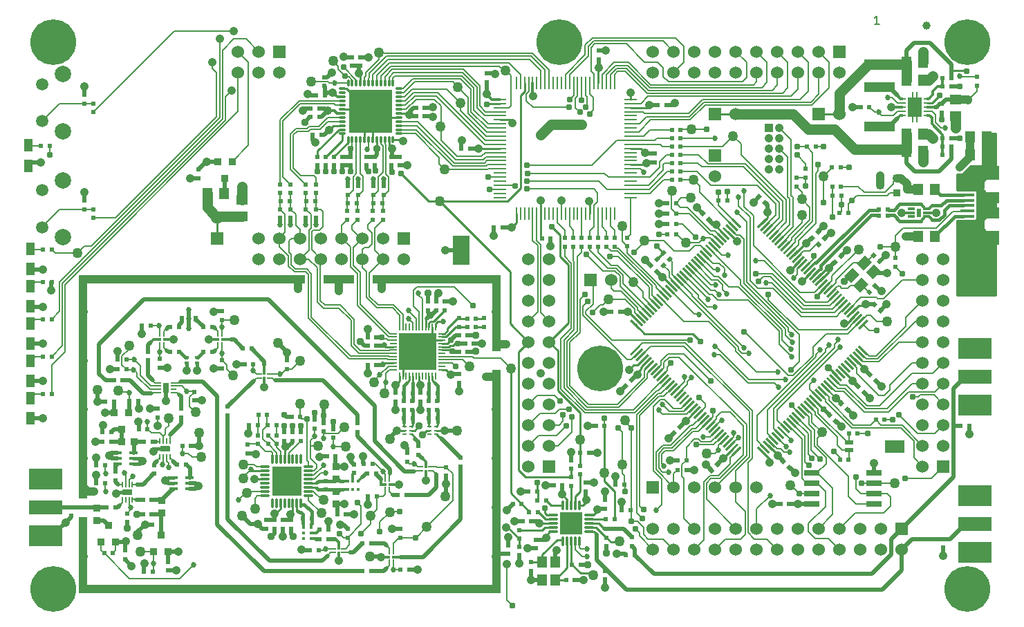
<source format=gbr>
G04 #@! TF.FileFunction,Copper,L1,Top,Signal*
%FSLAX46Y46*%
G04 Gerber Fmt 4.6, Leading zero omitted, Abs format (unit mm)*
G04 Created by KiCad (PCBNEW (2015-03-02 BZR 5466)-product) date 2015 April 22, Wednesday 22:19:37*
%MOMM*%
G01*
G04 APERTURE LIST*
%ADD10C,0.150000*%
%ADD11C,0.177800*%
%ADD12R,0.240000X0.800000*%
%ADD13R,1.300000X0.200000*%
%ADD14O,1.200000X0.200000*%
%ADD15R,1.200000X0.500000*%
%ADD16O,1.100000X0.200000*%
%ADD17R,0.150000X0.200000*%
%ADD18R,1.100000X0.600000*%
%ADD19R,1.524000X1.524000*%
%ADD20C,1.524000*%
%ADD21C,1.500000*%
%ADD22C,2.000000*%
%ADD23O,0.280000X0.900000*%
%ADD24O,0.900000X0.280000*%
%ADD25R,5.300000X5.300000*%
%ADD26C,0.635000*%
%ADD27R,1.650000X1.650000*%
%ADD28O,0.245000X0.870000*%
%ADD29O,0.870000X0.245000*%
%ADD30R,4.525000X4.525000*%
%ADD31R,1.500000X1.500000*%
%ADD32C,1.270000*%
%ADD33R,0.914400X0.914400*%
%ADD34R,1.198880X1.399540*%
%ADD35R,0.294640X1.501140*%
%ADD36R,1.501140X0.294640*%
%ADD37R,1.905000X0.635000*%
%ADD38R,3.700780X1.198880*%
%ADD39R,0.500380X0.398780*%
%ADD40R,0.500380X0.701040*%
%ADD41R,0.599440X0.500380*%
%ADD42R,0.551180X0.248920*%
%ADD43R,0.863600X0.863600*%
%ADD44R,0.508000X0.558800*%
%ADD45R,0.558800X0.508000*%
%ADD46R,0.408940X0.330200*%
%ADD47R,0.330200X0.408940*%
%ADD48R,1.066800X1.066800*%
%ADD49C,1.066800*%
%ADD50R,1.150620X1.440180*%
%ADD51R,1.440180X1.150620*%
%ADD52R,0.990600X0.457200*%
%ADD53R,0.230000X0.645000*%
%ADD54R,0.813000X0.300000*%
%ADD55R,0.645000X0.230000*%
%ADD56R,0.300000X0.813000*%
%ADD57R,1.000000X1.500000*%
%ADD58O,0.280000X1.350000*%
%ADD59R,3.525000X3.525000*%
%ADD60C,0.600000*%
%ADD61R,1.100000X1.100000*%
%ADD62O,1.350000X0.280000*%
%ADD63O,0.320000X1.200000*%
%ADD64O,1.200000X0.320000*%
%ADD65R,2.650000X2.650000*%
%ADD66R,1.320000X1.320000*%
%ADD67R,3.850000X1.000000*%
%ADD68R,3.800000X1.000000*%
%ADD69R,1.000000X3.350000*%
%ADD70R,1.000000X3.800000*%
%ADD71R,0.850000X0.280000*%
%ADD72R,0.825000X1.200000*%
%ADD73R,0.280000X1.400000*%
%ADD74C,0.585000*%
%ADD75R,0.280000X0.700000*%
%ADD76C,5.600000*%
%ADD77R,2.400000X1.500000*%
%ADD78R,2.050000X3.650000*%
%ADD79R,4.190000X1.780000*%
%ADD80R,4.190000X2.665000*%
%ADD81R,0.900000X0.300000*%
%ADD82R,0.500000X1.100000*%
%ADD83R,1.750000X0.400000*%
%ADD84R,2.100000X1.375000*%
%ADD85R,1.460000X2.140000*%
%ADD86R,1.350000X1.825000*%
%ADD87R,2.100000X1.750000*%
%ADD88C,1.400000*%
%ADD89C,1.000000*%
%ADD90R,0.800000X0.240000*%
%ADD91R,0.200000X1.300000*%
%ADD92O,0.200000X1.200000*%
%ADD93R,0.500000X1.200000*%
%ADD94O,0.200000X1.100000*%
%ADD95R,0.200000X0.150000*%
%ADD96R,0.600000X1.100000*%
%ADD97C,0.685800*%
%ADD98C,0.787400*%
%ADD99C,0.939800*%
%ADD100C,0.203200*%
%ADD101C,0.508000*%
%ADD102C,0.254000*%
%ADD103C,1.270000*%
%ADD104C,0.304800*%
%ADD105C,0.241300*%
%ADD106C,0.406400*%
%ADD107C,1.016000*%
%ADD108C,0.152400*%
%ADD109C,0.457200*%
%ADD110C,0.279400*%
G04 APERTURE END LIST*
D10*
D11*
X165190286Y-101759619D02*
X164609715Y-101759619D01*
X164900001Y-101759619D02*
X164900001Y-100743619D01*
X164803239Y-100888762D01*
X164706477Y-100985524D01*
X164609715Y-101033905D01*
D10*
G36*
X163640450Y-137918065D02*
X163848792Y-138126407D01*
X162787326Y-139187873D01*
X162578984Y-138979531D01*
X163640450Y-137918065D01*
X163640450Y-137918065D01*
G37*
G36*
X163286628Y-137564243D02*
X163494970Y-137772585D01*
X162433504Y-138834051D01*
X162225162Y-138625709D01*
X163286628Y-137564243D01*
X163286628Y-137564243D01*
G37*
G36*
X162932806Y-137210420D02*
X163141148Y-137418762D01*
X162079682Y-138480228D01*
X161871340Y-138271886D01*
X162932806Y-137210420D01*
X162932806Y-137210420D01*
G37*
G36*
X162578984Y-136856598D02*
X162787326Y-137064940D01*
X161725860Y-138126406D01*
X161517518Y-137918064D01*
X162578984Y-136856598D01*
X162578984Y-136856598D01*
G37*
G36*
X162225162Y-136502776D02*
X162433504Y-136711118D01*
X161372038Y-137772584D01*
X161163696Y-137564242D01*
X162225162Y-136502776D01*
X162225162Y-136502776D01*
G37*
G36*
X161873136Y-136150750D02*
X162081478Y-136359092D01*
X161020012Y-137420558D01*
X160811670Y-137212216D01*
X161873136Y-136150750D01*
X161873136Y-136150750D01*
G37*
G36*
X161519314Y-135796928D02*
X161727656Y-136005270D01*
X160666190Y-137066736D01*
X160457848Y-136858394D01*
X161519314Y-135796928D01*
X161519314Y-135796928D01*
G37*
G36*
X161165492Y-135443106D02*
X161373834Y-135651448D01*
X160312368Y-136712914D01*
X160104026Y-136504572D01*
X161165492Y-135443106D01*
X161165492Y-135443106D01*
G37*
G36*
X160811670Y-135089284D02*
X161020012Y-135297626D01*
X159958546Y-136359092D01*
X159750204Y-136150750D01*
X160811670Y-135089284D01*
X160811670Y-135089284D01*
G37*
G36*
X160457848Y-134735462D02*
X160666190Y-134943804D01*
X159604724Y-136005270D01*
X159396382Y-135796928D01*
X160457848Y-134735462D01*
X160457848Y-134735462D01*
G37*
G36*
X160104025Y-134381640D02*
X160312367Y-134589982D01*
X159250901Y-135651448D01*
X159042559Y-135443106D01*
X160104025Y-134381640D01*
X160104025Y-134381640D01*
G37*
G36*
X159751999Y-134029614D02*
X159960341Y-134237956D01*
X158898875Y-135299422D01*
X158690533Y-135091080D01*
X159751999Y-134029614D01*
X159751999Y-134029614D01*
G37*
G36*
X159398177Y-133675792D02*
X159606519Y-133884134D01*
X158545053Y-134945600D01*
X158336711Y-134737258D01*
X159398177Y-133675792D01*
X159398177Y-133675792D01*
G37*
G36*
X159044355Y-133321970D02*
X159252697Y-133530312D01*
X158191231Y-134591778D01*
X157982889Y-134383436D01*
X159044355Y-133321970D01*
X159044355Y-133321970D01*
G37*
G36*
X158690533Y-132968147D02*
X158898875Y-133176489D01*
X157837409Y-134237955D01*
X157629067Y-134029613D01*
X158690533Y-132968147D01*
X158690533Y-132968147D01*
G37*
G36*
X158336711Y-132614325D02*
X158545053Y-132822667D01*
X157483587Y-133884133D01*
X157275245Y-133675791D01*
X158336711Y-132614325D01*
X158336711Y-132614325D01*
G37*
G36*
X157982889Y-132260503D02*
X158191231Y-132468845D01*
X157129765Y-133530311D01*
X156921423Y-133321969D01*
X157982889Y-132260503D01*
X157982889Y-132260503D01*
G37*
G36*
X157629067Y-131906681D02*
X157837409Y-132115023D01*
X156775943Y-133176489D01*
X156567601Y-132968147D01*
X157629067Y-131906681D01*
X157629067Y-131906681D01*
G37*
G36*
X157277041Y-131554655D02*
X157485383Y-131762997D01*
X156423917Y-132824463D01*
X156215575Y-132616121D01*
X157277041Y-131554655D01*
X157277041Y-131554655D01*
G37*
G36*
X156923219Y-131200833D02*
X157131561Y-131409175D01*
X156070095Y-132470641D01*
X155861753Y-132262299D01*
X156923219Y-131200833D01*
X156923219Y-131200833D01*
G37*
G36*
X156569397Y-130847011D02*
X156777739Y-131055353D01*
X155716273Y-132116819D01*
X155507931Y-131908477D01*
X156569397Y-130847011D01*
X156569397Y-130847011D01*
G37*
G36*
X156215575Y-130493189D02*
X156423917Y-130701531D01*
X155362451Y-131762997D01*
X155154109Y-131554655D01*
X156215575Y-130493189D01*
X156215575Y-130493189D01*
G37*
G36*
X155861752Y-130139367D02*
X156070094Y-130347709D01*
X155008628Y-131409175D01*
X154800286Y-131200833D01*
X155861752Y-130139367D01*
X155861752Y-130139367D01*
G37*
G36*
X155507930Y-129785545D02*
X155716272Y-129993887D01*
X154654806Y-131055353D01*
X154446464Y-130847011D01*
X155507930Y-129785545D01*
X155507930Y-129785545D01*
G37*
G36*
X155154108Y-129431723D02*
X155362450Y-129640065D01*
X154300984Y-130701531D01*
X154092642Y-130493189D01*
X155154108Y-129431723D01*
X155154108Y-129431723D01*
G37*
G36*
X154802082Y-129079697D02*
X155010424Y-129288039D01*
X153948958Y-130349505D01*
X153740616Y-130141163D01*
X154802082Y-129079697D01*
X154802082Y-129079697D01*
G37*
G36*
X154448260Y-128725874D02*
X154656602Y-128934216D01*
X153595136Y-129995682D01*
X153386794Y-129787340D01*
X154448260Y-128725874D01*
X154448260Y-128725874D01*
G37*
G36*
X154094438Y-128372052D02*
X154302780Y-128580394D01*
X153241314Y-129641860D01*
X153032972Y-129433518D01*
X154094438Y-128372052D01*
X154094438Y-128372052D01*
G37*
G36*
X153740616Y-128018230D02*
X153948958Y-128226572D01*
X152887492Y-129288038D01*
X152679150Y-129079696D01*
X153740616Y-128018230D01*
X153740616Y-128018230D01*
G37*
G36*
X153386794Y-127664408D02*
X153595136Y-127872750D01*
X152533670Y-128934216D01*
X152325328Y-128725874D01*
X153386794Y-127664408D01*
X153386794Y-127664408D01*
G37*
G36*
X153032972Y-127310586D02*
X153241314Y-127518928D01*
X152179848Y-128580394D01*
X151971506Y-128372052D01*
X153032972Y-127310586D01*
X153032972Y-127310586D01*
G37*
G36*
X152680946Y-126958560D02*
X152889288Y-127166902D01*
X151827822Y-128228368D01*
X151619480Y-128020026D01*
X152680946Y-126958560D01*
X152680946Y-126958560D01*
G37*
G36*
X152327124Y-126604738D02*
X152535466Y-126813080D01*
X151474000Y-127874546D01*
X151265658Y-127666204D01*
X152327124Y-126604738D01*
X152327124Y-126604738D01*
G37*
G36*
X151973302Y-126250916D02*
X152181644Y-126459258D01*
X151120178Y-127520724D01*
X150911836Y-127312382D01*
X151973302Y-126250916D01*
X151973302Y-126250916D01*
G37*
G36*
X151619479Y-125897094D02*
X151827821Y-126105436D01*
X150766355Y-127166902D01*
X150558013Y-126958560D01*
X151619479Y-125897094D01*
X151619479Y-125897094D01*
G37*
G36*
X151265657Y-125543272D02*
X151473999Y-125751614D01*
X150412533Y-126813080D01*
X150204191Y-126604738D01*
X151265657Y-125543272D01*
X151265657Y-125543272D01*
G37*
G36*
X147021589Y-125751614D02*
X147229931Y-125543272D01*
X148291397Y-126604738D01*
X148083055Y-126813080D01*
X147021589Y-125751614D01*
X147021589Y-125751614D01*
G37*
G36*
X146667767Y-126105436D02*
X146876109Y-125897094D01*
X147937575Y-126958560D01*
X147729233Y-127166902D01*
X146667767Y-126105436D01*
X146667767Y-126105436D01*
G37*
G36*
X146313944Y-126459258D02*
X146522286Y-126250916D01*
X147583752Y-127312382D01*
X147375410Y-127520724D01*
X146313944Y-126459258D01*
X146313944Y-126459258D01*
G37*
G36*
X145960122Y-126813080D02*
X146168464Y-126604738D01*
X147229930Y-127666204D01*
X147021588Y-127874546D01*
X145960122Y-126813080D01*
X145960122Y-126813080D01*
G37*
G36*
X145606300Y-127166902D02*
X145814642Y-126958560D01*
X146876108Y-128020026D01*
X146667766Y-128228368D01*
X145606300Y-127166902D01*
X145606300Y-127166902D01*
G37*
G36*
X145254274Y-127518928D02*
X145462616Y-127310586D01*
X146524082Y-128372052D01*
X146315740Y-128580394D01*
X145254274Y-127518928D01*
X145254274Y-127518928D01*
G37*
G36*
X144900452Y-127872750D02*
X145108794Y-127664408D01*
X146170260Y-128725874D01*
X145961918Y-128934216D01*
X144900452Y-127872750D01*
X144900452Y-127872750D01*
G37*
G36*
X144546630Y-128226572D02*
X144754972Y-128018230D01*
X145816438Y-129079696D01*
X145608096Y-129288038D01*
X144546630Y-128226572D01*
X144546630Y-128226572D01*
G37*
G36*
X144192808Y-128580394D02*
X144401150Y-128372052D01*
X145462616Y-129433518D01*
X145254274Y-129641860D01*
X144192808Y-128580394D01*
X144192808Y-128580394D01*
G37*
G36*
X143838986Y-128934216D02*
X144047328Y-128725874D01*
X145108794Y-129787340D01*
X144900452Y-129995682D01*
X143838986Y-128934216D01*
X143838986Y-128934216D01*
G37*
G36*
X143485164Y-129288039D02*
X143693506Y-129079697D01*
X144754972Y-130141163D01*
X144546630Y-130349505D01*
X143485164Y-129288039D01*
X143485164Y-129288039D01*
G37*
G36*
X143133138Y-129640065D02*
X143341480Y-129431723D01*
X144402946Y-130493189D01*
X144194604Y-130701531D01*
X143133138Y-129640065D01*
X143133138Y-129640065D01*
G37*
G36*
X142779316Y-129993887D02*
X142987658Y-129785545D01*
X144049124Y-130847011D01*
X143840782Y-131055353D01*
X142779316Y-129993887D01*
X142779316Y-129993887D01*
G37*
G36*
X142425494Y-130347709D02*
X142633836Y-130139367D01*
X143695302Y-131200833D01*
X143486960Y-131409175D01*
X142425494Y-130347709D01*
X142425494Y-130347709D01*
G37*
G36*
X142071671Y-130701531D02*
X142280013Y-130493189D01*
X143341479Y-131554655D01*
X143133137Y-131762997D01*
X142071671Y-130701531D01*
X142071671Y-130701531D01*
G37*
G36*
X141717849Y-131055353D02*
X141926191Y-130847011D01*
X142987657Y-131908477D01*
X142779315Y-132116819D01*
X141717849Y-131055353D01*
X141717849Y-131055353D01*
G37*
G36*
X141364027Y-131409175D02*
X141572369Y-131200833D01*
X142633835Y-132262299D01*
X142425493Y-132470641D01*
X141364027Y-131409175D01*
X141364027Y-131409175D01*
G37*
G36*
X141010205Y-131762997D02*
X141218547Y-131554655D01*
X142280013Y-132616121D01*
X142071671Y-132824463D01*
X141010205Y-131762997D01*
X141010205Y-131762997D01*
G37*
G36*
X140658179Y-132115023D02*
X140866521Y-131906681D01*
X141927987Y-132968147D01*
X141719645Y-133176489D01*
X140658179Y-132115023D01*
X140658179Y-132115023D01*
G37*
G36*
X140304357Y-132468845D02*
X140512699Y-132260503D01*
X141574165Y-133321969D01*
X141365823Y-133530311D01*
X140304357Y-132468845D01*
X140304357Y-132468845D01*
G37*
G36*
X139950535Y-132822667D02*
X140158877Y-132614325D01*
X141220343Y-133675791D01*
X141012001Y-133884133D01*
X139950535Y-132822667D01*
X139950535Y-132822667D01*
G37*
G36*
X139596713Y-133176489D02*
X139805055Y-132968147D01*
X140866521Y-134029613D01*
X140658179Y-134237955D01*
X139596713Y-133176489D01*
X139596713Y-133176489D01*
G37*
G36*
X139242891Y-133530312D02*
X139451233Y-133321970D01*
X140512699Y-134383436D01*
X140304357Y-134591778D01*
X139242891Y-133530312D01*
X139242891Y-133530312D01*
G37*
G36*
X138889069Y-133884134D02*
X139097411Y-133675792D01*
X140158877Y-134737258D01*
X139950535Y-134945600D01*
X138889069Y-133884134D01*
X138889069Y-133884134D01*
G37*
G36*
X138535247Y-134237956D02*
X138743589Y-134029614D01*
X139805055Y-135091080D01*
X139596713Y-135299422D01*
X138535247Y-134237956D01*
X138535247Y-134237956D01*
G37*
G36*
X138183221Y-134589982D02*
X138391563Y-134381640D01*
X139453029Y-135443106D01*
X139244687Y-135651448D01*
X138183221Y-134589982D01*
X138183221Y-134589982D01*
G37*
G36*
X137829398Y-134943804D02*
X138037740Y-134735462D01*
X139099206Y-135796928D01*
X138890864Y-136005270D01*
X137829398Y-134943804D01*
X137829398Y-134943804D01*
G37*
G36*
X137475576Y-135297626D02*
X137683918Y-135089284D01*
X138745384Y-136150750D01*
X138537042Y-136359092D01*
X137475576Y-135297626D01*
X137475576Y-135297626D01*
G37*
G36*
X137121754Y-135651448D02*
X137330096Y-135443106D01*
X138391562Y-136504572D01*
X138183220Y-136712914D01*
X137121754Y-135651448D01*
X137121754Y-135651448D01*
G37*
G36*
X136767932Y-136005270D02*
X136976274Y-135796928D01*
X138037740Y-136858394D01*
X137829398Y-137066736D01*
X136767932Y-136005270D01*
X136767932Y-136005270D01*
G37*
G36*
X136414110Y-136359092D02*
X136622452Y-136150750D01*
X137683918Y-137212216D01*
X137475576Y-137420558D01*
X136414110Y-136359092D01*
X136414110Y-136359092D01*
G37*
G36*
X136062084Y-136711118D02*
X136270426Y-136502776D01*
X137331892Y-137564242D01*
X137123550Y-137772584D01*
X136062084Y-136711118D01*
X136062084Y-136711118D01*
G37*
G36*
X135708262Y-137064940D02*
X135916604Y-136856598D01*
X136978070Y-137918064D01*
X136769728Y-138126406D01*
X135708262Y-137064940D01*
X135708262Y-137064940D01*
G37*
G36*
X135354440Y-137418762D02*
X135562782Y-137210420D01*
X136624248Y-138271886D01*
X136415906Y-138480228D01*
X135354440Y-137418762D01*
X135354440Y-137418762D01*
G37*
G36*
X135000618Y-137772585D02*
X135208960Y-137564243D01*
X136270426Y-138625709D01*
X136062084Y-138834051D01*
X135000618Y-137772585D01*
X135000618Y-137772585D01*
G37*
G36*
X134646796Y-138126407D02*
X134855138Y-137918065D01*
X135916604Y-138979531D01*
X135708262Y-139187873D01*
X134646796Y-138126407D01*
X134646796Y-138126407D01*
G37*
G36*
X135708262Y-141100667D02*
X135916604Y-141309009D01*
X134855138Y-142370475D01*
X134646796Y-142162133D01*
X135708262Y-141100667D01*
X135708262Y-141100667D01*
G37*
G36*
X136062084Y-141454489D02*
X136270426Y-141662831D01*
X135208960Y-142724297D01*
X135000618Y-142515955D01*
X136062084Y-141454489D01*
X136062084Y-141454489D01*
G37*
G36*
X136415906Y-141808312D02*
X136624248Y-142016654D01*
X135562782Y-143078120D01*
X135354440Y-142869778D01*
X136415906Y-141808312D01*
X136415906Y-141808312D01*
G37*
G36*
X136769728Y-142162134D02*
X136978070Y-142370476D01*
X135916604Y-143431942D01*
X135708262Y-143223600D01*
X136769728Y-142162134D01*
X136769728Y-142162134D01*
G37*
G36*
X137123550Y-142515956D02*
X137331892Y-142724298D01*
X136270426Y-143785764D01*
X136062084Y-143577422D01*
X137123550Y-142515956D01*
X137123550Y-142515956D01*
G37*
G36*
X137475576Y-142867982D02*
X137683918Y-143076324D01*
X136622452Y-144137790D01*
X136414110Y-143929448D01*
X137475576Y-142867982D01*
X137475576Y-142867982D01*
G37*
G36*
X137829398Y-143221804D02*
X138037740Y-143430146D01*
X136976274Y-144491612D01*
X136767932Y-144283270D01*
X137829398Y-143221804D01*
X137829398Y-143221804D01*
G37*
G36*
X138183220Y-143575626D02*
X138391562Y-143783968D01*
X137330096Y-144845434D01*
X137121754Y-144637092D01*
X138183220Y-143575626D01*
X138183220Y-143575626D01*
G37*
G36*
X138537042Y-143929448D02*
X138745384Y-144137790D01*
X137683918Y-145199256D01*
X137475576Y-144990914D01*
X138537042Y-143929448D01*
X138537042Y-143929448D01*
G37*
G36*
X138890864Y-144283270D02*
X139099206Y-144491612D01*
X138037740Y-145553078D01*
X137829398Y-145344736D01*
X138890864Y-144283270D01*
X138890864Y-144283270D01*
G37*
G36*
X139244687Y-144637092D02*
X139453029Y-144845434D01*
X138391563Y-145906900D01*
X138183221Y-145698558D01*
X139244687Y-144637092D01*
X139244687Y-144637092D01*
G37*
G36*
X139596713Y-144989118D02*
X139805055Y-145197460D01*
X138743589Y-146258926D01*
X138535247Y-146050584D01*
X139596713Y-144989118D01*
X139596713Y-144989118D01*
G37*
G36*
X139950535Y-145342940D02*
X140158877Y-145551282D01*
X139097411Y-146612748D01*
X138889069Y-146404406D01*
X139950535Y-145342940D01*
X139950535Y-145342940D01*
G37*
G36*
X140304357Y-145696762D02*
X140512699Y-145905104D01*
X139451233Y-146966570D01*
X139242891Y-146758228D01*
X140304357Y-145696762D01*
X140304357Y-145696762D01*
G37*
G36*
X140658179Y-146050585D02*
X140866521Y-146258927D01*
X139805055Y-147320393D01*
X139596713Y-147112051D01*
X140658179Y-146050585D01*
X140658179Y-146050585D01*
G37*
G36*
X141012001Y-146404407D02*
X141220343Y-146612749D01*
X140158877Y-147674215D01*
X139950535Y-147465873D01*
X141012001Y-146404407D01*
X141012001Y-146404407D01*
G37*
G36*
X141365823Y-146758229D02*
X141574165Y-146966571D01*
X140512699Y-148028037D01*
X140304357Y-147819695D01*
X141365823Y-146758229D01*
X141365823Y-146758229D01*
G37*
G36*
X141719645Y-147112051D02*
X141927987Y-147320393D01*
X140866521Y-148381859D01*
X140658179Y-148173517D01*
X141719645Y-147112051D01*
X141719645Y-147112051D01*
G37*
G36*
X142071671Y-147464077D02*
X142280013Y-147672419D01*
X141218547Y-148733885D01*
X141010205Y-148525543D01*
X142071671Y-147464077D01*
X142071671Y-147464077D01*
G37*
G36*
X142425493Y-147817899D02*
X142633835Y-148026241D01*
X141572369Y-149087707D01*
X141364027Y-148879365D01*
X142425493Y-147817899D01*
X142425493Y-147817899D01*
G37*
G36*
X142779315Y-148171721D02*
X142987657Y-148380063D01*
X141926191Y-149441529D01*
X141717849Y-149233187D01*
X142779315Y-148171721D01*
X142779315Y-148171721D01*
G37*
G36*
X143133137Y-148525543D02*
X143341479Y-148733885D01*
X142280013Y-149795351D01*
X142071671Y-149587009D01*
X143133137Y-148525543D01*
X143133137Y-148525543D01*
G37*
G36*
X143486960Y-148879365D02*
X143695302Y-149087707D01*
X142633836Y-150149173D01*
X142425494Y-149940831D01*
X143486960Y-148879365D01*
X143486960Y-148879365D01*
G37*
G36*
X143840782Y-149233187D02*
X144049124Y-149441529D01*
X142987658Y-150502995D01*
X142779316Y-150294653D01*
X143840782Y-149233187D01*
X143840782Y-149233187D01*
G37*
G36*
X144194604Y-149587009D02*
X144402946Y-149795351D01*
X143341480Y-150856817D01*
X143133138Y-150648475D01*
X144194604Y-149587009D01*
X144194604Y-149587009D01*
G37*
G36*
X144546630Y-149939035D02*
X144754972Y-150147377D01*
X143693506Y-151208843D01*
X143485164Y-151000501D01*
X144546630Y-149939035D01*
X144546630Y-149939035D01*
G37*
G36*
X144900452Y-150292858D02*
X145108794Y-150501200D01*
X144047328Y-151562666D01*
X143838986Y-151354324D01*
X144900452Y-150292858D01*
X144900452Y-150292858D01*
G37*
G36*
X145254274Y-150646680D02*
X145462616Y-150855022D01*
X144401150Y-151916488D01*
X144192808Y-151708146D01*
X145254274Y-150646680D01*
X145254274Y-150646680D01*
G37*
G36*
X145608096Y-151000502D02*
X145816438Y-151208844D01*
X144754972Y-152270310D01*
X144546630Y-152061968D01*
X145608096Y-151000502D01*
X145608096Y-151000502D01*
G37*
G36*
X145961918Y-151354324D02*
X146170260Y-151562666D01*
X145108794Y-152624132D01*
X144900452Y-152415790D01*
X145961918Y-151354324D01*
X145961918Y-151354324D01*
G37*
G36*
X146315740Y-151708146D02*
X146524082Y-151916488D01*
X145462616Y-152977954D01*
X145254274Y-152769612D01*
X146315740Y-151708146D01*
X146315740Y-151708146D01*
G37*
G36*
X146667766Y-152060172D02*
X146876108Y-152268514D01*
X145814642Y-153329980D01*
X145606300Y-153121638D01*
X146667766Y-152060172D01*
X146667766Y-152060172D01*
G37*
G36*
X147021588Y-152413994D02*
X147229930Y-152622336D01*
X146168464Y-153683802D01*
X145960122Y-153475460D01*
X147021588Y-152413994D01*
X147021588Y-152413994D01*
G37*
G36*
X147375410Y-152767816D02*
X147583752Y-152976158D01*
X146522286Y-154037624D01*
X146313944Y-153829282D01*
X147375410Y-152767816D01*
X147375410Y-152767816D01*
G37*
G36*
X147729233Y-153121638D02*
X147937575Y-153329980D01*
X146876109Y-154391446D01*
X146667767Y-154183104D01*
X147729233Y-153121638D01*
X147729233Y-153121638D01*
G37*
G36*
X148083055Y-153475460D02*
X148291397Y-153683802D01*
X147229931Y-154745268D01*
X147021589Y-154536926D01*
X148083055Y-153475460D01*
X148083055Y-153475460D01*
G37*
G36*
X150204191Y-153683802D02*
X150412533Y-153475460D01*
X151473999Y-154536926D01*
X151265657Y-154745268D01*
X150204191Y-153683802D01*
X150204191Y-153683802D01*
G37*
G36*
X150558013Y-153329980D02*
X150766355Y-153121638D01*
X151827821Y-154183104D01*
X151619479Y-154391446D01*
X150558013Y-153329980D01*
X150558013Y-153329980D01*
G37*
G36*
X150911836Y-152976158D02*
X151120178Y-152767816D01*
X152181644Y-153829282D01*
X151973302Y-154037624D01*
X150911836Y-152976158D01*
X150911836Y-152976158D01*
G37*
G36*
X151265658Y-152622336D02*
X151474000Y-152413994D01*
X152535466Y-153475460D01*
X152327124Y-153683802D01*
X151265658Y-152622336D01*
X151265658Y-152622336D01*
G37*
G36*
X151619480Y-152268514D02*
X151827822Y-152060172D01*
X152889288Y-153121638D01*
X152680946Y-153329980D01*
X151619480Y-152268514D01*
X151619480Y-152268514D01*
G37*
G36*
X151971506Y-151916488D02*
X152179848Y-151708146D01*
X153241314Y-152769612D01*
X153032972Y-152977954D01*
X151971506Y-151916488D01*
X151971506Y-151916488D01*
G37*
G36*
X152325328Y-151562666D02*
X152533670Y-151354324D01*
X153595136Y-152415790D01*
X153386794Y-152624132D01*
X152325328Y-151562666D01*
X152325328Y-151562666D01*
G37*
G36*
X152679150Y-151208844D02*
X152887492Y-151000502D01*
X153948958Y-152061968D01*
X153740616Y-152270310D01*
X152679150Y-151208844D01*
X152679150Y-151208844D01*
G37*
G36*
X153032972Y-150855022D02*
X153241314Y-150646680D01*
X154302780Y-151708146D01*
X154094438Y-151916488D01*
X153032972Y-150855022D01*
X153032972Y-150855022D01*
G37*
G36*
X153386794Y-150501200D02*
X153595136Y-150292858D01*
X154656602Y-151354324D01*
X154448260Y-151562666D01*
X153386794Y-150501200D01*
X153386794Y-150501200D01*
G37*
G36*
X153740616Y-150147377D02*
X153948958Y-149939035D01*
X155010424Y-151000501D01*
X154802082Y-151208843D01*
X153740616Y-150147377D01*
X153740616Y-150147377D01*
G37*
G36*
X154092642Y-149795351D02*
X154300984Y-149587009D01*
X155362450Y-150648475D01*
X155154108Y-150856817D01*
X154092642Y-149795351D01*
X154092642Y-149795351D01*
G37*
G36*
X154446464Y-149441529D02*
X154654806Y-149233187D01*
X155716272Y-150294653D01*
X155507930Y-150502995D01*
X154446464Y-149441529D01*
X154446464Y-149441529D01*
G37*
G36*
X154800286Y-149087707D02*
X155008628Y-148879365D01*
X156070094Y-149940831D01*
X155861752Y-150149173D01*
X154800286Y-149087707D01*
X154800286Y-149087707D01*
G37*
G36*
X155154109Y-148733885D02*
X155362451Y-148525543D01*
X156423917Y-149587009D01*
X156215575Y-149795351D01*
X155154109Y-148733885D01*
X155154109Y-148733885D01*
G37*
G36*
X155507931Y-148380063D02*
X155716273Y-148171721D01*
X156777739Y-149233187D01*
X156569397Y-149441529D01*
X155507931Y-148380063D01*
X155507931Y-148380063D01*
G37*
G36*
X155861753Y-148026241D02*
X156070095Y-147817899D01*
X157131561Y-148879365D01*
X156923219Y-149087707D01*
X155861753Y-148026241D01*
X155861753Y-148026241D01*
G37*
G36*
X156215575Y-147672419D02*
X156423917Y-147464077D01*
X157485383Y-148525543D01*
X157277041Y-148733885D01*
X156215575Y-147672419D01*
X156215575Y-147672419D01*
G37*
G36*
X156567601Y-147320393D02*
X156775943Y-147112051D01*
X157837409Y-148173517D01*
X157629067Y-148381859D01*
X156567601Y-147320393D01*
X156567601Y-147320393D01*
G37*
G36*
X156921423Y-146966571D02*
X157129765Y-146758229D01*
X158191231Y-147819695D01*
X157982889Y-148028037D01*
X156921423Y-146966571D01*
X156921423Y-146966571D01*
G37*
G36*
X157275245Y-146612749D02*
X157483587Y-146404407D01*
X158545053Y-147465873D01*
X158336711Y-147674215D01*
X157275245Y-146612749D01*
X157275245Y-146612749D01*
G37*
G36*
X157629067Y-146258927D02*
X157837409Y-146050585D01*
X158898875Y-147112051D01*
X158690533Y-147320393D01*
X157629067Y-146258927D01*
X157629067Y-146258927D01*
G37*
G36*
X157982889Y-145905104D02*
X158191231Y-145696762D01*
X159252697Y-146758228D01*
X159044355Y-146966570D01*
X157982889Y-145905104D01*
X157982889Y-145905104D01*
G37*
G36*
X158336711Y-145551282D02*
X158545053Y-145342940D01*
X159606519Y-146404406D01*
X159398177Y-146612748D01*
X158336711Y-145551282D01*
X158336711Y-145551282D01*
G37*
G36*
X158690533Y-145197460D02*
X158898875Y-144989118D01*
X159960341Y-146050584D01*
X159751999Y-146258926D01*
X158690533Y-145197460D01*
X158690533Y-145197460D01*
G37*
G36*
X159042559Y-144845434D02*
X159250901Y-144637092D01*
X160312367Y-145698558D01*
X160104025Y-145906900D01*
X159042559Y-144845434D01*
X159042559Y-144845434D01*
G37*
G36*
X159396382Y-144491612D02*
X159604724Y-144283270D01*
X160666190Y-145344736D01*
X160457848Y-145553078D01*
X159396382Y-144491612D01*
X159396382Y-144491612D01*
G37*
G36*
X159750204Y-144137790D02*
X159958546Y-143929448D01*
X161020012Y-144990914D01*
X160811670Y-145199256D01*
X159750204Y-144137790D01*
X159750204Y-144137790D01*
G37*
G36*
X160104026Y-143783968D02*
X160312368Y-143575626D01*
X161373834Y-144637092D01*
X161165492Y-144845434D01*
X160104026Y-143783968D01*
X160104026Y-143783968D01*
G37*
G36*
X160457848Y-143430146D02*
X160666190Y-143221804D01*
X161727656Y-144283270D01*
X161519314Y-144491612D01*
X160457848Y-143430146D01*
X160457848Y-143430146D01*
G37*
G36*
X160811670Y-143076324D02*
X161020012Y-142867982D01*
X162081478Y-143929448D01*
X161873136Y-144137790D01*
X160811670Y-143076324D01*
X160811670Y-143076324D01*
G37*
G36*
X161163696Y-142724298D02*
X161372038Y-142515956D01*
X162433504Y-143577422D01*
X162225162Y-143785764D01*
X161163696Y-142724298D01*
X161163696Y-142724298D01*
G37*
G36*
X161517518Y-142370476D02*
X161725860Y-142162134D01*
X162787326Y-143223600D01*
X162578984Y-143431942D01*
X161517518Y-142370476D01*
X161517518Y-142370476D01*
G37*
G36*
X161871340Y-142016654D02*
X162079682Y-141808312D01*
X163141148Y-142869778D01*
X162932806Y-143078120D01*
X161871340Y-142016654D01*
X161871340Y-142016654D01*
G37*
G36*
X162225162Y-141662831D02*
X162433504Y-141454489D01*
X163494970Y-142515955D01*
X163286628Y-142724297D01*
X162225162Y-141662831D01*
X162225162Y-141662831D01*
G37*
G36*
X162578984Y-141309009D02*
X162787326Y-141100667D01*
X163848792Y-142162133D01*
X163640450Y-142370475D01*
X162578984Y-141309009D01*
X162578984Y-141309009D01*
G37*
D12*
X72512600Y-160067600D03*
X72912600Y-160067600D03*
X73312600Y-160067600D03*
X73712600Y-160067600D03*
X73712600Y-158167600D03*
X73312600Y-158167600D03*
X72912600Y-158167600D03*
X72512600Y-158167600D03*
D13*
X73112600Y-159117600D03*
D14*
X73112600Y-158867600D03*
D15*
X73112600Y-159117600D03*
D16*
X73162600Y-159367600D03*
D10*
G36*
X72612389Y-159468389D02*
X72511811Y-159367811D01*
X72632811Y-159246811D01*
X72733389Y-159347389D01*
X72612389Y-159468389D01*
X72612389Y-159468389D01*
G37*
D17*
X72687600Y-159367600D03*
D18*
X73112600Y-159117600D03*
D19*
X173030000Y-155950000D03*
D20*
X170490000Y-155950000D03*
X173030000Y-153410000D03*
X170490000Y-153410000D03*
X173030000Y-150870000D03*
X170490000Y-150870000D03*
X173030000Y-148330000D03*
X170490000Y-148330000D03*
X173030000Y-145790000D03*
X170490000Y-145790000D03*
X173030000Y-143250000D03*
X170490000Y-143250000D03*
X173030000Y-140710000D03*
X170490000Y-140710000D03*
X173030000Y-138170000D03*
X170490000Y-138170000D03*
X173030000Y-135630000D03*
X170490000Y-135630000D03*
X173030000Y-133090000D03*
X170490000Y-133090000D03*
X173030000Y-130550000D03*
X170490000Y-130550000D03*
D21*
X62700000Y-122150000D03*
X62700000Y-126650000D03*
D22*
X65190000Y-127905000D03*
X65190000Y-120895000D03*
D23*
X100145400Y-115911800D03*
X100645400Y-115911800D03*
X101145400Y-115911800D03*
X101645400Y-115911800D03*
X102145400Y-115911800D03*
X102645400Y-115911800D03*
X103145400Y-115911800D03*
X103645400Y-115911800D03*
X104145400Y-115911800D03*
X104645400Y-115911800D03*
X105145400Y-115911800D03*
X105645400Y-115911800D03*
D24*
X106345400Y-115211800D03*
X106345400Y-114711800D03*
X106345400Y-114211800D03*
X106345400Y-113711800D03*
X106345400Y-113211800D03*
X106345400Y-112711800D03*
X106345400Y-112211800D03*
X106345400Y-111711800D03*
X106345400Y-111211800D03*
X106345400Y-110711800D03*
X106345400Y-110211800D03*
X106345400Y-109711800D03*
D23*
X105645400Y-109011800D03*
X105145400Y-109011800D03*
X104645400Y-109011800D03*
X104145400Y-109011800D03*
X103645400Y-109011800D03*
X103145400Y-109011800D03*
X102645400Y-109011800D03*
X102145400Y-109011800D03*
X101645400Y-109011800D03*
X101145400Y-109011800D03*
X100645400Y-109011800D03*
X100145400Y-109011800D03*
D24*
X99445400Y-109711800D03*
X99445400Y-110211800D03*
X99445400Y-110711800D03*
X99445400Y-111211800D03*
X99445400Y-111711800D03*
X99445400Y-112211800D03*
X99445400Y-112711800D03*
X99445400Y-113211800D03*
X99445400Y-113711800D03*
X99445400Y-114211800D03*
X99445400Y-114711800D03*
X99445400Y-115211800D03*
D25*
X102895400Y-112461800D03*
D26*
X102895400Y-112461800D03*
X102895400Y-114111800D03*
X101245400Y-114111800D03*
X101245400Y-112461800D03*
X101245400Y-110811800D03*
X102895400Y-110811800D03*
X104545400Y-110811800D03*
X104545400Y-112461800D03*
X104545400Y-114111800D03*
D27*
X101245400Y-114111800D03*
X101245400Y-112461800D03*
X101245400Y-110811800D03*
X102895400Y-114111800D03*
X102895400Y-112461800D03*
X102895400Y-110811800D03*
X104545400Y-114111800D03*
X104545400Y-112461800D03*
X104545400Y-110811800D03*
D28*
X106448500Y-144897100D03*
X106848500Y-144897100D03*
X107248500Y-144897100D03*
X107648500Y-144897100D03*
X108048500Y-144897100D03*
X108448500Y-144897100D03*
X108848500Y-144897100D03*
X109248500Y-144897100D03*
X109648500Y-144897100D03*
X110048500Y-144897100D03*
X110448500Y-144897100D03*
X110848500Y-144897100D03*
D29*
X111648500Y-144097100D03*
X111648500Y-143697100D03*
X111648500Y-143297100D03*
X111648500Y-142897100D03*
X111648500Y-142497100D03*
X111648500Y-142097100D03*
X111648500Y-141697100D03*
X111648500Y-141297100D03*
X111648500Y-140897100D03*
X111648500Y-140497100D03*
X111648500Y-140097100D03*
X111648500Y-139697100D03*
D28*
X110848500Y-138897100D03*
X110448500Y-138897100D03*
X110048500Y-138897100D03*
X109648500Y-138897100D03*
X109248500Y-138897100D03*
X108848500Y-138897100D03*
X108448500Y-138897100D03*
X108048500Y-138897100D03*
X107648500Y-138897100D03*
X107248500Y-138897100D03*
X106848500Y-138897100D03*
X106448500Y-138897100D03*
D29*
X105648500Y-139697100D03*
X105648500Y-140097100D03*
X105648500Y-140497100D03*
X105648500Y-140897100D03*
X105648500Y-141297100D03*
X105648500Y-141697100D03*
X105648500Y-142097100D03*
X105648500Y-142497100D03*
X105648500Y-142897100D03*
X105648500Y-143297100D03*
X105648500Y-143697100D03*
X105648500Y-144097100D03*
D30*
X108648500Y-141897100D03*
D26*
X108648500Y-141897100D03*
X108648500Y-143397100D03*
X107148500Y-143397100D03*
X107148500Y-141897100D03*
X107148500Y-140397100D03*
X108648500Y-140397100D03*
X110148500Y-140397100D03*
X110148500Y-141897100D03*
X110148500Y-143397100D03*
D31*
X107148500Y-143397100D03*
X107148500Y-141897100D03*
X107148500Y-140397100D03*
X108648500Y-143397100D03*
X108648500Y-141897100D03*
X108648500Y-140397100D03*
X110148500Y-143397100D03*
X110148500Y-141897100D03*
X110148500Y-140397100D03*
D32*
X133350000Y-165100000D03*
D33*
X78105700Y-166406800D03*
X76327700Y-166406800D03*
X77216700Y-164374800D03*
X71487000Y-149364000D03*
X73265000Y-149364000D03*
X72376000Y-151396000D03*
D10*
G36*
X162866353Y-134611534D02*
X162018617Y-133763798D01*
X163008241Y-132774174D01*
X163855977Y-133621910D01*
X162866353Y-134611534D01*
X162866353Y-134611534D01*
G37*
G36*
X163290221Y-131924642D02*
X162442485Y-131076906D01*
X163432109Y-130087282D01*
X164279845Y-130935018D01*
X163290221Y-131924642D01*
X163290221Y-131924642D01*
G37*
G36*
X164421733Y-133056154D02*
X163573997Y-132208418D01*
X164563621Y-131218794D01*
X165411357Y-132066530D01*
X164421733Y-133056154D01*
X164421733Y-133056154D01*
G37*
G36*
X161734841Y-133480022D02*
X160887105Y-132632286D01*
X161876729Y-131642662D01*
X162724465Y-132490398D01*
X161734841Y-133480022D01*
X161734841Y-133480022D01*
G37*
D34*
X125475300Y-169867820D03*
X123875100Y-167668180D03*
X125475300Y-167668180D03*
X123875100Y-169867820D03*
D35*
X132745480Y-109016800D03*
X132245100Y-109016800D03*
X131747260Y-109016800D03*
X131246880Y-109016800D03*
X130746500Y-109016800D03*
X130246120Y-109016800D03*
X129745740Y-109016800D03*
X129245360Y-109016800D03*
X128744980Y-109016800D03*
X128247140Y-109016800D03*
X127746760Y-109016800D03*
X127246380Y-109016800D03*
X126746000Y-109016800D03*
X126245620Y-109016800D03*
X125745240Y-109016800D03*
X125244860Y-109016800D03*
X124747020Y-109016800D03*
X124246640Y-109016800D03*
X123746260Y-109016800D03*
X123245880Y-109016800D03*
X122745500Y-109016800D03*
X122245120Y-109016800D03*
X121744740Y-109016800D03*
X121246900Y-109016800D03*
X120746520Y-109016800D03*
D36*
X118745000Y-111018320D03*
X118745000Y-111518700D03*
X118745000Y-112016540D03*
X118745000Y-112516920D03*
X118745000Y-113017300D03*
X118745000Y-113517680D03*
X118745000Y-114018060D03*
X118745000Y-114518440D03*
X118745000Y-115018820D03*
X118745000Y-115516660D03*
X118745000Y-116017040D03*
X118745000Y-116517420D03*
X118745000Y-117017800D03*
X118745000Y-117518180D03*
X118745000Y-118018560D03*
X118745000Y-118518940D03*
X118745000Y-119016780D03*
X118745000Y-119517160D03*
X118745000Y-120017540D03*
X118745000Y-120517920D03*
X118745000Y-121018300D03*
X118745000Y-121518680D03*
X118745000Y-122019060D03*
X118745000Y-122516900D03*
X118745000Y-123017280D03*
D35*
X120746520Y-125018800D03*
X121246900Y-125018800D03*
X121744740Y-125018800D03*
X122245120Y-125018800D03*
X122745500Y-125018800D03*
X123245880Y-125018800D03*
X123746260Y-125018800D03*
X124246640Y-125018800D03*
X124747020Y-125018800D03*
X125244860Y-125018800D03*
X125745240Y-125018800D03*
X126245620Y-125018800D03*
X126746000Y-125018800D03*
X127246380Y-125018800D03*
X127746760Y-125018800D03*
X128247140Y-125018800D03*
X128744980Y-125018800D03*
X129245360Y-125018800D03*
X129745740Y-125018800D03*
X130246120Y-125018800D03*
X130746500Y-125018800D03*
X131246880Y-125018800D03*
X131747260Y-125018800D03*
X132245100Y-125018800D03*
X132745480Y-125018800D03*
D36*
X134747000Y-123017280D03*
X134747000Y-122516900D03*
X134747000Y-122019060D03*
X134747000Y-121518680D03*
X134747000Y-121018300D03*
X134747000Y-120517920D03*
X134747000Y-120017540D03*
X134747000Y-119517160D03*
X134747000Y-119016780D03*
X134747000Y-118518940D03*
X134747000Y-118018560D03*
X134747000Y-117518180D03*
X134747000Y-117017800D03*
X134747000Y-116517420D03*
X134747000Y-116017040D03*
X134747000Y-115516660D03*
X134747000Y-115018820D03*
X134747000Y-114518440D03*
X134747000Y-114018060D03*
X134747000Y-113517680D03*
X134747000Y-113017300D03*
X134747000Y-112516920D03*
X134747000Y-112016540D03*
X134747000Y-111518700D03*
X134747000Y-111018320D03*
D37*
X164566600Y-160553400D03*
X164566600Y-159283400D03*
X164566600Y-158013400D03*
X164566600Y-156743400D03*
X156946600Y-156743400D03*
X156946600Y-158013400D03*
X156946600Y-159283400D03*
X156946600Y-160553400D03*
D38*
X165212000Y-106741660D03*
X165212000Y-109540740D03*
X165212000Y-114361660D03*
X165212000Y-117160740D03*
D39*
X80405960Y-143304720D03*
X81655640Y-143304720D03*
X81655640Y-142603680D03*
X80405960Y-142603680D03*
D40*
X81500700Y-137874200D03*
X79798900Y-137874200D03*
D41*
X80649800Y-138323780D03*
X80649800Y-137424620D03*
D19*
X137470000Y-158490000D03*
D20*
X140010000Y-158490000D03*
X142550000Y-158490000D03*
X145090000Y-158490000D03*
X147630000Y-158490000D03*
X150170000Y-158490000D03*
D42*
X107929680Y-152049480D03*
X107929680Y-151549100D03*
X107929680Y-151048720D03*
X107081320Y-151048720D03*
X107081320Y-151549100D03*
X107081320Y-152049480D03*
X110977680Y-152049480D03*
X110977680Y-151549100D03*
X110977680Y-151048720D03*
X110129320Y-151048720D03*
X110129320Y-151549100D03*
X110129320Y-152049480D03*
D43*
X98691000Y-155985600D03*
X98691000Y-157509600D03*
X73900000Y-152920000D03*
X72376000Y-152920000D03*
X98691000Y-160557600D03*
X98691000Y-159033600D03*
X77329000Y-160159000D03*
X77329000Y-161683000D03*
D44*
X140289400Y-126232000D03*
X139222600Y-126232000D03*
X172933600Y-115761200D03*
X174000400Y-115761200D03*
X172933600Y-116777200D03*
X174000400Y-116777200D03*
X164749600Y-150235000D03*
X165816400Y-150235000D03*
D45*
X67874000Y-111525400D03*
X67874000Y-110458600D03*
D44*
X159390200Y-119348600D03*
X160457000Y-119348600D03*
D45*
X177150000Y-108242800D03*
X177150000Y-109309600D03*
D44*
X163967400Y-111951200D03*
X162900600Y-111951200D03*
D45*
X97167000Y-150626200D03*
X97167000Y-151693000D03*
D44*
X172933600Y-109411200D03*
X174000400Y-109411200D03*
D45*
X96215200Y-122469400D03*
X96215200Y-121402600D03*
D44*
X102514400Y-156794200D03*
X103581200Y-156794200D03*
D45*
X98310000Y-151388200D03*
X98310000Y-152455000D03*
X100113400Y-163605600D03*
X100113400Y-164672400D03*
D44*
X101904800Y-168808400D03*
X102971600Y-168808400D03*
D45*
X89064400Y-153217000D03*
X89064400Y-152150200D03*
D44*
X89166000Y-149635600D03*
X90232800Y-149635600D03*
D45*
X91350400Y-152150200D03*
X91350400Y-153217000D03*
X94373000Y-152861400D03*
X94373000Y-151794600D03*
D10*
G36*
X138359000Y-131326132D02*
X138754132Y-130931000D01*
X139113342Y-131290210D01*
X138718210Y-131685342D01*
X138359000Y-131326132D01*
X138359000Y-131326132D01*
G37*
G36*
X137604658Y-130571790D02*
X137999790Y-130176658D01*
X138359000Y-130535868D01*
X137963868Y-130931000D01*
X137604658Y-130571790D01*
X137604658Y-130571790D01*
G37*
G36*
X139121000Y-130564132D02*
X139516132Y-130169000D01*
X139875342Y-130528210D01*
X139480210Y-130923342D01*
X139121000Y-130564132D01*
X139121000Y-130564132D01*
G37*
G36*
X138366658Y-129809790D02*
X138761790Y-129414658D01*
X139121000Y-129773868D01*
X138725868Y-130169000D01*
X138366658Y-129809790D01*
X138366658Y-129809790D01*
G37*
D45*
X91821000Y-122469400D03*
X91821000Y-121402600D03*
X93091000Y-122469400D03*
X93091000Y-121402600D03*
X94945200Y-122469400D03*
X94945200Y-121402600D03*
D44*
X145496400Y-123387200D03*
X146563200Y-123387200D03*
D45*
X167162600Y-130448400D03*
X167162600Y-131515200D03*
D44*
X73366600Y-147967000D03*
X74433400Y-147967000D03*
D45*
X96215200Y-125517400D03*
X96215200Y-124450600D03*
X94945200Y-125517400D03*
X94945200Y-124450600D03*
X93091000Y-125517400D03*
X93091000Y-124450600D03*
X91821000Y-125517400D03*
X91821000Y-124450600D03*
X100012500Y-125758700D03*
X100012500Y-124691900D03*
X101282500Y-125758700D03*
X101282500Y-124691900D03*
X103136700Y-125758700D03*
X103136700Y-124691900D03*
X104406700Y-125758700D03*
X104406700Y-124691900D03*
D44*
X75159300Y-168819800D03*
X76226100Y-168819800D03*
X115785900Y-138849100D03*
X114719100Y-138849100D03*
X115785900Y-137833100D03*
X114719100Y-137833100D03*
X134701400Y-161309400D03*
X133634600Y-161309400D03*
X133964800Y-158185200D03*
X132898000Y-158185200D03*
X83469200Y-138890200D03*
X82402400Y-138890200D03*
D45*
X77093800Y-142801800D03*
X77093800Y-143868600D03*
D44*
X88341200Y-141528800D03*
X87274400Y-141528800D03*
X101904800Y-165379400D03*
X102971600Y-165379400D03*
X96506600Y-166272600D03*
X95439800Y-166272600D03*
D45*
X101269800Y-150647400D03*
X101269800Y-151714200D03*
X92679800Y-144015000D03*
X92679800Y-142948200D03*
D44*
X97725800Y-163732600D03*
X96659000Y-163732600D03*
X78338400Y-138890200D03*
X79405200Y-138890200D03*
X79405200Y-141938200D03*
X78338400Y-141938200D03*
X97725800Y-164875600D03*
X96659000Y-164875600D03*
X74884000Y-138712400D03*
X75950800Y-138712400D03*
D45*
X84713800Y-136959800D03*
X84713800Y-138026600D03*
X75595200Y-141912800D03*
X75595200Y-142979600D03*
X131787200Y-164678600D03*
X131787200Y-165745400D03*
D44*
X127570800Y-168006000D03*
X128637600Y-168006000D03*
D45*
X126675000Y-127984600D03*
X126675000Y-129051400D03*
X127691000Y-127984600D03*
X127691000Y-129051400D03*
D44*
X88514200Y-143481600D03*
X87447400Y-143481600D03*
D45*
X90080400Y-163580200D03*
X90080400Y-162513400D03*
X93128400Y-163580200D03*
X93128400Y-162513400D03*
X92112400Y-163580200D03*
X92112400Y-162513400D03*
X92341000Y-151794600D03*
X92341000Y-152861400D03*
X93357000Y-151794600D03*
X93357000Y-152861400D03*
D44*
X106550600Y-168576200D03*
X107617400Y-168576200D03*
D45*
X113919000Y-155981400D03*
X113919000Y-154914600D03*
X85400000Y-148634800D03*
X85400000Y-149701600D03*
X128707000Y-127984600D03*
X128707000Y-129051400D03*
X84713800Y-142928800D03*
X84713800Y-143995600D03*
X87794400Y-154360000D03*
X87794400Y-153293200D03*
D44*
X88023000Y-150905600D03*
X89089800Y-150905600D03*
D45*
X90334400Y-152150200D03*
X90334400Y-153217000D03*
D44*
X91375800Y-150905600D03*
X90309000Y-150905600D03*
D45*
X106499800Y-163623200D03*
X106499800Y-164690000D03*
D44*
X83469200Y-141938200D03*
X82402400Y-141938200D03*
X139222600Y-123692000D03*
X140289400Y-123692000D03*
X63581400Y-116707000D03*
X62514600Y-116707000D03*
X63835400Y-147060000D03*
X62768600Y-147060000D03*
X63835400Y-142488000D03*
X62768600Y-142488000D03*
X63835400Y-137916000D03*
X62768600Y-137916000D03*
D10*
G36*
X158515419Y-128398095D02*
X158120287Y-128002963D01*
X158479497Y-127643753D01*
X158874629Y-128038885D01*
X158515419Y-128398095D01*
X158515419Y-128398095D01*
G37*
G36*
X157761077Y-129152437D02*
X157365945Y-128757305D01*
X157725155Y-128398095D01*
X158120287Y-128793227D01*
X157761077Y-129152437D01*
X157761077Y-129152437D01*
G37*
D44*
X139222600Y-124962000D03*
X140289400Y-124962000D03*
X63835400Y-129407000D03*
X62768600Y-129407000D03*
X156316800Y-116808600D03*
X157383600Y-116808600D03*
D45*
X155046800Y-120593200D03*
X155046800Y-121660000D03*
X156189800Y-120567800D03*
X156189800Y-119501000D03*
D44*
X140492600Y-156381800D03*
X141559400Y-156381800D03*
X139801600Y-119811800D03*
X140868400Y-119811800D03*
D45*
X129768600Y-127965200D03*
X129768600Y-129032000D03*
D44*
X140492600Y-155188000D03*
X141559400Y-155188000D03*
D45*
X130784600Y-127965200D03*
X130784600Y-129032000D03*
X131800600Y-127965200D03*
X131800600Y-129032000D03*
X132816600Y-127965200D03*
X132816600Y-129032000D03*
X134345800Y-127933800D03*
X134345800Y-129000600D03*
D44*
X139801600Y-120827800D03*
X140868400Y-120827800D03*
X172933600Y-108395200D03*
X174000400Y-108395200D03*
X139801600Y-118795800D03*
X140868400Y-118795800D03*
X139801600Y-117779800D03*
X140868400Y-117779800D03*
X139801600Y-116763800D03*
X140868400Y-116763800D03*
X139801600Y-115747800D03*
X140868400Y-115747800D03*
X139801600Y-114731800D03*
X140868400Y-114731800D03*
X121493400Y-162706400D03*
X122560200Y-162706400D03*
X104305100Y-123701300D03*
X103238300Y-123701300D03*
D45*
X110045500Y-149034500D03*
X110045500Y-147967700D03*
X111950500Y-135775700D03*
X111950500Y-136842500D03*
X104470200Y-121631200D03*
X104470200Y-122698000D03*
X103200200Y-121631200D03*
X103200200Y-122698000D03*
X101346000Y-121631200D03*
X101346000Y-122698000D03*
X100076000Y-121631200D03*
X100076000Y-122698000D03*
X111061500Y-149034500D03*
X111061500Y-147967700D03*
X113728500Y-138874500D03*
X113728500Y-137807700D03*
X123151200Y-165999400D03*
X123151200Y-164932600D03*
X116776500Y-138874500D03*
X116776500Y-137807700D03*
D44*
X122280800Y-161614200D03*
X123347600Y-161614200D03*
X120325000Y-160547400D03*
X121391800Y-160547400D03*
D45*
X129247200Y-157947600D03*
X129247200Y-159014400D03*
X131628000Y-160090200D03*
X131628000Y-161157000D03*
X108013500Y-149034500D03*
X108013500Y-147967700D03*
D44*
X125303400Y-158312200D03*
X126370200Y-158312200D03*
X109524800Y-113058700D03*
X108458000Y-113058700D03*
X109524800Y-112042700D03*
X108458000Y-112042700D03*
X172933600Y-117793200D03*
X174000400Y-117793200D03*
D10*
G36*
X150846280Y-122884217D02*
X150451148Y-123279349D01*
X150091938Y-122920139D01*
X150487070Y-122525007D01*
X150846280Y-122884217D01*
X150846280Y-122884217D01*
G37*
G36*
X151600622Y-123638559D02*
X151205490Y-124033691D01*
X150846280Y-123674481D01*
X151241412Y-123279349D01*
X151600622Y-123638559D01*
X151600622Y-123638559D01*
G37*
G36*
X143931482Y-124949676D02*
X143536350Y-125344808D01*
X143177140Y-124985598D01*
X143572272Y-124590466D01*
X143931482Y-124949676D01*
X143931482Y-124949676D01*
G37*
G36*
X144685824Y-125704018D02*
X144290692Y-126099150D01*
X143931482Y-125739940D01*
X144326614Y-125344808D01*
X144685824Y-125704018D01*
X144685824Y-125704018D01*
G37*
G36*
X137555501Y-131325658D02*
X137160369Y-131720790D01*
X136801159Y-131361580D01*
X137196291Y-130966448D01*
X137555501Y-131325658D01*
X137555501Y-131325658D01*
G37*
G36*
X138309843Y-132080000D02*
X137914711Y-132475132D01*
X137555501Y-132115922D01*
X137950633Y-131720790D01*
X138309843Y-132080000D01*
X138309843Y-132080000D01*
G37*
D44*
X132364600Y-137001600D03*
X133431400Y-137001600D03*
D10*
G36*
X134103068Y-145713800D02*
X134498200Y-146108932D01*
X134138990Y-146468142D01*
X133743858Y-146073010D01*
X134103068Y-145713800D01*
X134103068Y-145713800D01*
G37*
G36*
X134857410Y-144959458D02*
X135252542Y-145354590D01*
X134893332Y-145713800D01*
X134498200Y-145318668D01*
X134857410Y-144959458D01*
X134857410Y-144959458D01*
G37*
G36*
X140034051Y-151477353D02*
X140429183Y-151872485D01*
X140069973Y-152231695D01*
X139674841Y-151836563D01*
X140034051Y-151477353D01*
X140034051Y-151477353D01*
G37*
G36*
X140788393Y-150723011D02*
X141183525Y-151118143D01*
X140824315Y-151477353D01*
X140429183Y-151082221D01*
X140788393Y-150723011D01*
X140788393Y-150723011D01*
G37*
G36*
X144613981Y-156057284D02*
X145009113Y-156452416D01*
X144649903Y-156811626D01*
X144254771Y-156416494D01*
X144613981Y-156057284D01*
X144613981Y-156057284D01*
G37*
G36*
X145368323Y-155302942D02*
X145763455Y-155698074D01*
X145404245Y-156057284D01*
X145009113Y-155662152D01*
X145368323Y-155302942D01*
X145368323Y-155302942D01*
G37*
G36*
X153809764Y-156093206D02*
X154204896Y-155698074D01*
X154564106Y-156057284D01*
X154168974Y-156452416D01*
X153809764Y-156093206D01*
X153809764Y-156093206D01*
G37*
G36*
X153055422Y-155338864D02*
X153450554Y-154943732D01*
X153809764Y-155302942D01*
X153414632Y-155698074D01*
X153055422Y-155338864D01*
X153055422Y-155338864D01*
G37*
G36*
X159467325Y-150435644D02*
X159862457Y-150040512D01*
X160221667Y-150399722D01*
X159826535Y-150794854D01*
X159467325Y-150435644D01*
X159467325Y-150435644D01*
G37*
G36*
X158712983Y-149681302D02*
X159108115Y-149286170D01*
X159467325Y-149645380D01*
X159072193Y-150040512D01*
X158712983Y-149681302D01*
X158712983Y-149681302D01*
G37*
G36*
X160904166Y-148998803D02*
X161299298Y-148603671D01*
X161658508Y-148962881D01*
X161263376Y-149358013D01*
X160904166Y-148998803D01*
X160904166Y-148998803D01*
G37*
G36*
X160149824Y-148244461D02*
X160544956Y-147849329D01*
X160904166Y-148208539D01*
X160509034Y-148603671D01*
X160149824Y-148244461D01*
X160149824Y-148244461D01*
G37*
G36*
X162969625Y-146933344D02*
X163364757Y-146538212D01*
X163723967Y-146897422D01*
X163328835Y-147292554D01*
X162969625Y-146933344D01*
X162969625Y-146933344D01*
G37*
G36*
X162215283Y-146179002D02*
X162610415Y-145783870D01*
X162969625Y-146143080D01*
X162574493Y-146538212D01*
X162215283Y-146179002D01*
X162215283Y-146179002D01*
G37*
D45*
X113728500Y-145732500D03*
X113728500Y-144665700D03*
X100482400Y-119091200D03*
X100482400Y-118024400D03*
X99466400Y-119091200D03*
X99466400Y-118024400D03*
X103403400Y-119091200D03*
X103403400Y-118024400D03*
X102387400Y-119091200D03*
X102387400Y-118024400D03*
X105435400Y-119091200D03*
X105435400Y-118024400D03*
X106451400Y-119091200D03*
X106451400Y-118024400D03*
X101625400Y-105832400D03*
X101625400Y-106899200D03*
X100609400Y-105832400D03*
X100609400Y-106899200D03*
D44*
X96202500Y-110493300D03*
X97269300Y-110493300D03*
D45*
X97243900Y-108308900D03*
X97243900Y-109375700D03*
D44*
X95567500Y-113160300D03*
X96634300Y-113160300D03*
X95567500Y-112144300D03*
X96634300Y-112144300D03*
X95821500Y-115319300D03*
X96888300Y-115319300D03*
D45*
X105981500Y-148018500D03*
X105981500Y-146951700D03*
X109029500Y-148018500D03*
X109029500Y-146951700D03*
D10*
G36*
X164406466Y-145496503D02*
X164801598Y-145101371D01*
X165160808Y-145460581D01*
X164765676Y-145855713D01*
X164406466Y-145496503D01*
X164406466Y-145496503D01*
G37*
G36*
X163652124Y-144742161D02*
X164047256Y-144347029D01*
X164406466Y-144706239D01*
X164011334Y-145101371D01*
X163652124Y-144742161D01*
X163652124Y-144742161D01*
G37*
D44*
X114769900Y-141897100D03*
X113703100Y-141897100D03*
X115531900Y-140881100D03*
X114465100Y-140881100D03*
X114769900Y-139865100D03*
X113703100Y-139865100D03*
D45*
X109918500Y-135775700D03*
X109918500Y-136842500D03*
X110934500Y-135775700D03*
X110934500Y-136842500D03*
D44*
X102527100Y-140119100D03*
X103593900Y-140119100D03*
X102527100Y-141135100D03*
X103593900Y-141135100D03*
X102527100Y-143548100D03*
X103593900Y-143548100D03*
X92989400Y-123460000D03*
X91922600Y-123460000D03*
X96113600Y-123460000D03*
X95046800Y-123460000D03*
D45*
X96418400Y-119091200D03*
X96418400Y-118024400D03*
X97434400Y-119091200D03*
X97434400Y-118024400D03*
X106997500Y-149034500D03*
X106997500Y-147967700D03*
X98450400Y-119091200D03*
X98450400Y-118024400D03*
D44*
X101180900Y-123701300D03*
X100114100Y-123701300D03*
X70064600Y-152920000D03*
X71131400Y-152920000D03*
D45*
X121080200Y-164829800D03*
X121080200Y-163763000D03*
D44*
X70369400Y-155841000D03*
X69302600Y-155841000D03*
X70369400Y-158000000D03*
X69302600Y-158000000D03*
X70566600Y-161000000D03*
X71633400Y-161000000D03*
D45*
X73087200Y-162775200D03*
X73087200Y-161708400D03*
D44*
X76084400Y-160032000D03*
X75017600Y-160032000D03*
D45*
X76363800Y-155790200D03*
X76363800Y-156857000D03*
D44*
X75576400Y-151396000D03*
X74509600Y-151396000D03*
X80275400Y-155714000D03*
X79208600Y-155714000D03*
D45*
X71614000Y-156577600D03*
X71614000Y-157644400D03*
X76835000Y-148894800D03*
X76835000Y-149961600D03*
X107391200Y-154330400D03*
X107391200Y-155397200D03*
D44*
X80910400Y-153428000D03*
X79843600Y-153428000D03*
X102590600Y-159664400D03*
X103657400Y-159664400D03*
X70414000Y-147999800D03*
X71480800Y-147999800D03*
X106208000Y-159434000D03*
X107274800Y-159434000D03*
X76211400Y-152920000D03*
X75144600Y-152920000D03*
D45*
X100850000Y-156773000D03*
X100850000Y-155706200D03*
X108737400Y-153466800D03*
X108737400Y-154533600D03*
X112166400Y-156032200D03*
X112166400Y-157099000D03*
X121080200Y-166861800D03*
X121080200Y-165795000D03*
D44*
X103124000Y-155651200D03*
X102057200Y-155651200D03*
D45*
X79679800Y-148894800D03*
X79679800Y-149961600D03*
D44*
X71475600Y-145415000D03*
X72542400Y-145415000D03*
X97522600Y-154715600D03*
X98589400Y-154715600D03*
X99859400Y-161827600D03*
X98792600Y-161827600D03*
X72979000Y-144071800D03*
X71912200Y-144071800D03*
D45*
X81305400Y-146812000D03*
X81305400Y-147878800D03*
D44*
X72979000Y-142827200D03*
X71912200Y-142827200D03*
X93204600Y-149915000D03*
X94271400Y-149915000D03*
D10*
G36*
X164855479Y-130858686D02*
X165250611Y-130463554D01*
X165609821Y-130822764D01*
X165214689Y-131217896D01*
X164855479Y-130858686D01*
X164855479Y-130858686D01*
G37*
G36*
X164101137Y-130104344D02*
X164496269Y-129709212D01*
X164855479Y-130068422D01*
X164460347Y-130463554D01*
X164101137Y-130104344D01*
X164101137Y-130104344D01*
G37*
G36*
X164945282Y-136875457D02*
X165340414Y-136480325D01*
X165699624Y-136839535D01*
X165304492Y-137234667D01*
X164945282Y-136875457D01*
X164945282Y-136875457D01*
G37*
G36*
X164190940Y-136121115D02*
X164586072Y-135725983D01*
X164945282Y-136085193D01*
X164550150Y-136480325D01*
X164190940Y-136121115D01*
X164190940Y-136121115D01*
G37*
G36*
X157707196Y-127589872D02*
X157312064Y-127194740D01*
X157671274Y-126835530D01*
X158066406Y-127230662D01*
X157707196Y-127589872D01*
X157707196Y-127589872D01*
G37*
G36*
X156952854Y-128344214D02*
X156557722Y-127949082D01*
X156916932Y-127589872D01*
X157312064Y-127985004D01*
X156952854Y-128344214D01*
X156952854Y-128344214D01*
G37*
G36*
X160491075Y-130553356D02*
X160095943Y-130158224D01*
X160455153Y-129799014D01*
X160850285Y-130194146D01*
X160491075Y-130553356D01*
X160491075Y-130553356D01*
G37*
G36*
X159736733Y-131307698D02*
X159341601Y-130912566D01*
X159700811Y-130553356D01*
X160095943Y-130948488D01*
X159736733Y-131307698D01*
X159736733Y-131307698D01*
G37*
D44*
X153085800Y-160578800D03*
X154152600Y-160578800D03*
D45*
X172832000Y-112611600D03*
X172832000Y-111544800D03*
X137668000Y-118694200D03*
X137668000Y-117627400D03*
D44*
X139121000Y-111703200D03*
X138054200Y-111703200D03*
D45*
X130810000Y-105054400D03*
X130810000Y-106121200D03*
X117094000Y-107848400D03*
X117094000Y-108915200D03*
D44*
X124947800Y-128010000D03*
X123881000Y-128010000D03*
X114020600Y-117017800D03*
X115087400Y-117017800D03*
X117962800Y-126689200D03*
X119029600Y-126689200D03*
X122230000Y-158998000D03*
X123296800Y-158998000D03*
D10*
G36*
X164711796Y-134235261D02*
X164316664Y-133840129D01*
X164675874Y-133480919D01*
X165071006Y-133876051D01*
X164711796Y-134235261D01*
X164711796Y-134235261D01*
G37*
G36*
X163957454Y-134989603D02*
X163562322Y-134594471D01*
X163921532Y-134235261D01*
X164316664Y-134630393D01*
X163957454Y-134989603D01*
X163957454Y-134989603D01*
G37*
D45*
X96024000Y-150245200D03*
X96024000Y-151312000D03*
D44*
X75017600Y-161810000D03*
X76084400Y-161810000D03*
D45*
X78105700Y-168718200D03*
X78105700Y-167651400D03*
D44*
X77227400Y-163080000D03*
X76160600Y-163080000D03*
X71131400Y-151777000D03*
X70064600Y-151777000D03*
D45*
X66200000Y-160966600D03*
X66200000Y-162033400D03*
X91096400Y-163580200D03*
X91096400Y-162513400D03*
D44*
X95693800Y-162335600D03*
X94627000Y-162335600D03*
D45*
X97421000Y-158805000D03*
X97421000Y-157738200D03*
D44*
X108038900Y-150025100D03*
X106972100Y-150025100D03*
X108038900Y-146977100D03*
X106972100Y-146977100D03*
X111086900Y-150025100D03*
X110020100Y-150025100D03*
X111086900Y-146977100D03*
X110020100Y-146977100D03*
D45*
X67874000Y-123412600D03*
X67874000Y-124479400D03*
D44*
X160366600Y-155100000D03*
X161433400Y-155100000D03*
X162533400Y-151900000D03*
X161466600Y-151900000D03*
D45*
X131577200Y-169818400D03*
X131577200Y-168751600D03*
D46*
X101383400Y-157776300D03*
X100723000Y-157776300D03*
X100062600Y-157776300D03*
X100062600Y-158766900D03*
X100723000Y-158766900D03*
X101383400Y-158766900D03*
D47*
X95655700Y-164774000D03*
X95655700Y-164113600D03*
X95655700Y-163453200D03*
X94665100Y-163453200D03*
X94665100Y-164113600D03*
X94665100Y-164774000D03*
D32*
X141534000Y-128518000D03*
X114991000Y-143707200D03*
X130175000Y-169240200D03*
X133710800Y-155746800D03*
X134015600Y-150336600D03*
X97155000Y-160070800D03*
D48*
X151662600Y-114466600D03*
D49*
X152932600Y-114466600D03*
X151662600Y-115736600D03*
X152932600Y-115736600D03*
X151662600Y-117006600D03*
X152932600Y-117006600D03*
X151662600Y-118276600D03*
X152932600Y-118276600D03*
X151662600Y-119546600D03*
X152932600Y-119546600D03*
D50*
X168514000Y-108649200D03*
X170546000Y-108649200D03*
X168514000Y-106490200D03*
X170546000Y-106490200D03*
X170546000Y-117412200D03*
X168514000Y-117412200D03*
X170546000Y-115253200D03*
X168514000Y-115253200D03*
X82905600Y-122529600D03*
X84937600Y-122529600D03*
D51*
X87152600Y-123336400D03*
X87152600Y-125368400D03*
D32*
X98328600Y-106318400D03*
X136454000Y-128264000D03*
X155732600Y-123260200D03*
X155727400Y-125196600D03*
D51*
X174483000Y-113094200D03*
X174483000Y-111062200D03*
D50*
X169984000Y-122050000D03*
X172016000Y-122050000D03*
D52*
X80745300Y-158660400D03*
X80745300Y-158000000D03*
X80745300Y-157339600D03*
X78738700Y-157339600D03*
X78738700Y-158000000D03*
X78738700Y-158660400D03*
X71880700Y-154291600D03*
X71880700Y-154952000D03*
X71880700Y-155612400D03*
X73887300Y-155612400D03*
X73887300Y-154952000D03*
X73887300Y-154291600D03*
D44*
X131678800Y-162427000D03*
X132745600Y-162427000D03*
D33*
X84155400Y-118662800D03*
X85933400Y-118662800D03*
X85044400Y-120694800D03*
D53*
X105681920Y-166408700D03*
D54*
X104881000Y-167052200D03*
D53*
X105184080Y-167695700D03*
X105681920Y-167695700D03*
D54*
X105985000Y-167052200D03*
D53*
X105184080Y-166408700D03*
D55*
X98326900Y-166023680D03*
D56*
X98970400Y-166824600D03*
D55*
X99613900Y-166521520D03*
X99613900Y-166023680D03*
D56*
X98970400Y-165720600D03*
D55*
X98326900Y-166521520D03*
D53*
X104714480Y-158807500D03*
D54*
X105515400Y-158164000D03*
D53*
X105212320Y-157520500D03*
X104714480Y-157520500D03*
D54*
X104411400Y-158164000D03*
D53*
X105212320Y-158807500D03*
D55*
X108985000Y-156026380D03*
D56*
X109628500Y-156827300D03*
D55*
X110272000Y-156524220D03*
X110272000Y-156026380D03*
D56*
X109628500Y-155723300D03*
D55*
X108985000Y-156524220D03*
X89242300Y-144629680D03*
D56*
X89885800Y-145430600D03*
D55*
X90529300Y-145127520D03*
X90529300Y-144629680D03*
D56*
X89885800Y-144326600D03*
D55*
X89242300Y-145127520D03*
D53*
X84708720Y-139770700D03*
D54*
X83907800Y-140414200D03*
D53*
X84210880Y-141057700D03*
X84708720Y-141057700D03*
D54*
X85011800Y-140414200D03*
D53*
X84210880Y-139770700D03*
X77098880Y-141057700D03*
D54*
X77899800Y-140414200D03*
D53*
X77596720Y-139770700D03*
X77098880Y-139770700D03*
D54*
X76795800Y-140414200D03*
D53*
X77596720Y-141057700D03*
D19*
X160330000Y-105150000D03*
D20*
X160330000Y-107690000D03*
X157790000Y-105150000D03*
X157790000Y-107690000D03*
X155250000Y-105150000D03*
X155250000Y-107690000D03*
X152710000Y-105150000D03*
X152710000Y-107690000D03*
X150170000Y-105150000D03*
X150170000Y-107690000D03*
X147630000Y-105150000D03*
X147630000Y-107690000D03*
X145090000Y-105150000D03*
X145090000Y-107690000D03*
X142550000Y-105150000D03*
X142550000Y-107690000D03*
X140010000Y-105150000D03*
X140010000Y-107690000D03*
X137470000Y-105150000D03*
X137470000Y-107690000D03*
D57*
X61000000Y-119150000D03*
X61000000Y-116650000D03*
X61270000Y-131800000D03*
X61270000Y-129300000D03*
X61270000Y-140944000D03*
X61270000Y-138444000D03*
X61270000Y-145516000D03*
X61270000Y-143016000D03*
X61270000Y-150088000D03*
X61270000Y-147588000D03*
X61270000Y-136372000D03*
X61270000Y-133872000D03*
D44*
X63835400Y-133344000D03*
X62768600Y-133344000D03*
D58*
X94370400Y-155088600D03*
X93870400Y-155088600D03*
X93370400Y-155088600D03*
X92870400Y-155088600D03*
X92370400Y-155088600D03*
X91870400Y-155088600D03*
X91370400Y-155088600D03*
X90870400Y-155088600D03*
D59*
X92620400Y-157763600D03*
D60*
X92620400Y-157763600D03*
X92620400Y-156663600D03*
X93720400Y-156663600D03*
X93720400Y-157763600D03*
X93720400Y-158863600D03*
X92620400Y-158863600D03*
X91520400Y-158863600D03*
X91520400Y-157763600D03*
X91520400Y-156663600D03*
D61*
X93720400Y-156663600D03*
X93720400Y-157763600D03*
X93720400Y-158863600D03*
X92620400Y-156663600D03*
X92620400Y-157763600D03*
X92620400Y-158863600D03*
X91520400Y-156663600D03*
X91520400Y-157763600D03*
X91520400Y-158863600D03*
D62*
X89945400Y-156013600D03*
X89945400Y-156513600D03*
X89945400Y-157013600D03*
X89945400Y-157513600D03*
X89945400Y-158013600D03*
X89945400Y-158513600D03*
X89945400Y-159013600D03*
X89945400Y-159513600D03*
D58*
X90870400Y-160438600D03*
X91370400Y-160438600D03*
X91870400Y-160438600D03*
X92370400Y-160438600D03*
X92870400Y-160438600D03*
X93370400Y-160438600D03*
X93870400Y-160438600D03*
X94370400Y-160438600D03*
D62*
X95295400Y-159513600D03*
X95295400Y-159013600D03*
X95295400Y-158513600D03*
X95295400Y-158013600D03*
X95295400Y-157513600D03*
X95295400Y-157013600D03*
X95295400Y-156513600D03*
X95295400Y-156013600D03*
D63*
X126469200Y-165126000D03*
X126969200Y-165126000D03*
X127469200Y-165126000D03*
X127969200Y-165126000D03*
X128469200Y-165126000D03*
D64*
X129669200Y-163926000D03*
X129669200Y-163426000D03*
X129669200Y-162926000D03*
X129669200Y-162426000D03*
X129669200Y-161926000D03*
D63*
X128469200Y-160726000D03*
X127969200Y-160726000D03*
X127469200Y-160726000D03*
X126969200Y-160726000D03*
X126469200Y-160726000D03*
D64*
X125269200Y-161926000D03*
X125269200Y-162426000D03*
X125269200Y-162926000D03*
X125269200Y-163426000D03*
X125269200Y-163926000D03*
D65*
X127469200Y-162926000D03*
D60*
X127469200Y-162926000D03*
X126809200Y-163586000D03*
X126809200Y-162266000D03*
X128129200Y-162266000D03*
X128129200Y-163586000D03*
D66*
X126809200Y-163586000D03*
X126809200Y-162266000D03*
X128129200Y-163586000D03*
X128129200Y-162266000D03*
D19*
X84130000Y-128010000D03*
D20*
X84130000Y-125470000D03*
D19*
X145090000Y-112770000D03*
D20*
X147630000Y-112770000D03*
D19*
X157790000Y-112770000D03*
D20*
X160330000Y-112770000D03*
D67*
X69125000Y-170950000D03*
D68*
X75000000Y-170950000D03*
X81000000Y-170950000D03*
X87000000Y-170950000D03*
X93000000Y-170950000D03*
X99000000Y-170950000D03*
X105000000Y-170950000D03*
X111000000Y-170950000D03*
D67*
X116875000Y-170950000D03*
D69*
X118300000Y-169775000D03*
D70*
X118300000Y-164000000D03*
X118300000Y-158000000D03*
X118300000Y-152000000D03*
X118300000Y-146000000D03*
X118300000Y-140000000D03*
D69*
X118300000Y-134225000D03*
D67*
X116875000Y-133050000D03*
D68*
X111000000Y-133050000D03*
X105000000Y-133050000D03*
X99000000Y-133050000D03*
X93000000Y-133050000D03*
X87000000Y-133050000D03*
X81000000Y-133050000D03*
X75000000Y-133050000D03*
D67*
X69125000Y-133050000D03*
D69*
X67700000Y-134225000D03*
D70*
X67700000Y-140000000D03*
X67700000Y-146000000D03*
X67700000Y-152000000D03*
X67700000Y-158000000D03*
X67700000Y-164000000D03*
D69*
X67700000Y-169775000D03*
D71*
X171030000Y-112951200D03*
X171030000Y-112451200D03*
X171030000Y-111951200D03*
X171030000Y-111451200D03*
X171030000Y-110951200D03*
X168030000Y-110951200D03*
X168030000Y-111451200D03*
X168030000Y-111951200D03*
X168030000Y-112451200D03*
X168030000Y-112951200D03*
D72*
X169120000Y-111351200D03*
X169120000Y-112551200D03*
X169940000Y-112551200D03*
X169940000Y-111351200D03*
D73*
X169280000Y-113151200D03*
X169780000Y-113151200D03*
X169780000Y-110751200D03*
X169280000Y-110751200D03*
D74*
X169530000Y-111951200D03*
X169030000Y-112701200D03*
X170030000Y-112701200D03*
X170030000Y-111201200D03*
X169030000Y-111201200D03*
D75*
X169780000Y-113501200D03*
X169280000Y-113501200D03*
X169280000Y-110401200D03*
X169780000Y-110401200D03*
D21*
X62700000Y-109150000D03*
X62700000Y-113650000D03*
D22*
X65190000Y-114905000D03*
X65190000Y-107895000D03*
D45*
X68966200Y-111525400D03*
X68966200Y-112592200D03*
X68966200Y-124479400D03*
X68966200Y-125546200D03*
X127437000Y-158363000D03*
X127437000Y-157296200D03*
X128554600Y-156940600D03*
X128554600Y-155873800D03*
D44*
X130459600Y-150971600D03*
X131526400Y-150971600D03*
D45*
X134930000Y-164662200D03*
X134930000Y-165729000D03*
D44*
X134168000Y-166795800D03*
X135234800Y-166795800D03*
D45*
X127462400Y-155188000D03*
X127462400Y-156254800D03*
D44*
X129621400Y-154273600D03*
X128554600Y-154273600D03*
X160507800Y-121660000D03*
X159441000Y-121660000D03*
X159466400Y-122828400D03*
X160533200Y-122828400D03*
D19*
X167950000Y-163570000D03*
D20*
X167950000Y-166110000D03*
X165410000Y-163570000D03*
X165410000Y-166110000D03*
X162870000Y-163570000D03*
X162870000Y-166110000D03*
X160330000Y-163570000D03*
X160330000Y-166110000D03*
X157790000Y-163570000D03*
X157790000Y-166110000D03*
X155250000Y-163570000D03*
X155250000Y-166110000D03*
X152710000Y-163570000D03*
X152710000Y-166110000D03*
X150170000Y-163570000D03*
X150170000Y-166110000D03*
X147630000Y-163570000D03*
X147630000Y-166110000D03*
X145090000Y-163570000D03*
X145090000Y-166110000D03*
X142550000Y-163570000D03*
X142550000Y-166110000D03*
X140010000Y-163570000D03*
X140010000Y-166110000D03*
X137470000Y-163570000D03*
X137470000Y-166110000D03*
D19*
X91750000Y-105150000D03*
D20*
X91750000Y-107690000D03*
X89210000Y-105150000D03*
X89210000Y-107690000D03*
X86670000Y-105150000D03*
X86670000Y-107690000D03*
D32*
X96855400Y-161665000D03*
X88722200Y-161163000D03*
X87762200Y-159175800D03*
X87279600Y-155696000D03*
X102926000Y-161995200D03*
X71983600Y-146710400D03*
X74706600Y-166389400D03*
X144023200Y-154349800D03*
X78181200Y-150037800D03*
X82123400Y-154832400D03*
X73335000Y-141167200D03*
X81463000Y-149295200D03*
X86060400Y-144799400D03*
X86238200Y-138043000D03*
X94239200Y-142996000D03*
X109758600Y-163366800D03*
X105262800Y-161538000D03*
X99852600Y-153511600D03*
X99720400Y-151130000D03*
X96474400Y-153486200D03*
X94290000Y-148304600D03*
X87330400Y-157448600D03*
X103307000Y-145688400D03*
X104551600Y-146983800D03*
X132009000Y-135528400D03*
X120045600Y-143935800D03*
X95636200Y-108833000D03*
X128554600Y-152673400D03*
X131551800Y-156737400D03*
X111333400Y-123463400D03*
X113563400Y-109474000D03*
X103936800Y-105283000D03*
X111968400Y-119577200D03*
X113893600Y-111455200D03*
X119436000Y-107461400D03*
X111485800Y-114294000D03*
X166146600Y-138195400D03*
X162641400Y-129407000D03*
X167162600Y-129076800D03*
X158171000Y-151784400D03*
X158348800Y-120440800D03*
X67035800Y-129838800D03*
X139781400Y-122218800D03*
X142138400Y-123088400D03*
X147249000Y-115487800D03*
X142397600Y-120821800D03*
X142194400Y-114675000D03*
X133710800Y-126562200D03*
X135082400Y-133420200D03*
D44*
X175144400Y-151000000D03*
X176211200Y-151000000D03*
D45*
X173030000Y-164840000D03*
X173030000Y-165906800D03*
D32*
X167035600Y-158032800D03*
X154259400Y-158286800D03*
D45*
X119715400Y-166668800D03*
X119715400Y-165602000D03*
X81793200Y-120644000D03*
X81793200Y-119577200D03*
D32*
X112044600Y-159658400D03*
X102773600Y-166999000D03*
X97185600Y-148406200D03*
X91572200Y-140811600D03*
X74400000Y-164400000D03*
X81894800Y-151809800D03*
X87127200Y-161995200D03*
X69448800Y-146577400D03*
X105262800Y-152622600D03*
X113441600Y-151581200D03*
D19*
X145090000Y-117850000D03*
D20*
X145090000Y-120390000D03*
D19*
X178110000Y-130550000D03*
D20*
X178110000Y-133090000D03*
D19*
X124770000Y-155950000D03*
D20*
X122230000Y-155950000D03*
X124770000Y-153410000D03*
X122230000Y-153410000D03*
X124770000Y-150870000D03*
X122230000Y-150870000D03*
X124770000Y-148330000D03*
X122230000Y-148330000D03*
X124770000Y-145790000D03*
X122230000Y-145790000D03*
X124770000Y-143250000D03*
X122230000Y-143250000D03*
X124770000Y-140710000D03*
X122230000Y-140710000D03*
X124770000Y-138170000D03*
X122230000Y-138170000D03*
X124770000Y-135630000D03*
X122230000Y-135630000D03*
X124770000Y-133090000D03*
X122230000Y-133090000D03*
X124770000Y-130550000D03*
X122230000Y-130550000D03*
D19*
X129850000Y-133090000D03*
D20*
X132390000Y-133090000D03*
D76*
X64000000Y-104000000D03*
D60*
X64000000Y-101800000D03*
X61800000Y-104000000D03*
X64000000Y-106200000D03*
X66200000Y-104000000D03*
X65550000Y-102450000D03*
X62450000Y-102450000D03*
X62450000Y-105550000D03*
X65550000Y-105550000D03*
D76*
X64000000Y-171000000D03*
D60*
X64000000Y-168800000D03*
X61800000Y-171000000D03*
X64000000Y-173200000D03*
X66200000Y-171000000D03*
X65550000Y-169450000D03*
X62450000Y-169450000D03*
X62450000Y-172550000D03*
X65550000Y-172550000D03*
D76*
X176000000Y-171000000D03*
D60*
X176000000Y-168800000D03*
X173800000Y-171000000D03*
X176000000Y-173200000D03*
X178200000Y-171000000D03*
X177550000Y-169450000D03*
X174450000Y-169450000D03*
X174450000Y-172550000D03*
X177550000Y-172550000D03*
D76*
X176000000Y-104000000D03*
D60*
X176000000Y-101800000D03*
X173800000Y-104000000D03*
X176000000Y-106200000D03*
X178200000Y-104000000D03*
X177550000Y-102450000D03*
X174450000Y-102450000D03*
X174450000Y-105550000D03*
X177550000Y-105550000D03*
D76*
X126000000Y-104000000D03*
D60*
X126000000Y-101800000D03*
X123800000Y-104000000D03*
X126000000Y-106200000D03*
X128200000Y-104000000D03*
X127550000Y-102450000D03*
X124450000Y-102450000D03*
X124450000Y-105550000D03*
X127550000Y-105550000D03*
D76*
X131000000Y-144000000D03*
D60*
X131000000Y-141800000D03*
X128800000Y-144000000D03*
X131000000Y-146200000D03*
X133200000Y-144000000D03*
X132550000Y-142450000D03*
X129450000Y-142450000D03*
X129450000Y-145550000D03*
X132550000Y-145550000D03*
D44*
X124409200Y-160121600D03*
X123342400Y-160121600D03*
D18*
X161500000Y-153950000D03*
X161500000Y-153050000D03*
D77*
X167050000Y-153500000D03*
D78*
X114000000Y-129500000D03*
D50*
X176284000Y-115600000D03*
X178316000Y-115600000D03*
X176284000Y-117800000D03*
X178316000Y-117800000D03*
D19*
X106990000Y-128010000D03*
D20*
X106990000Y-130550000D03*
X104450000Y-128010000D03*
X104450000Y-130550000D03*
X101910000Y-128010000D03*
X101910000Y-130550000D03*
X99370000Y-128010000D03*
X99370000Y-130550000D03*
X96830000Y-128010000D03*
X96830000Y-130550000D03*
X94290000Y-128010000D03*
X94290000Y-130550000D03*
X91750000Y-128010000D03*
X91750000Y-130550000D03*
X89210000Y-128010000D03*
X89210000Y-130550000D03*
D44*
X139222600Y-127502000D03*
X140289400Y-127502000D03*
X126847600Y-169900600D03*
X127914400Y-169900600D03*
D45*
X122500000Y-167666600D03*
X122500000Y-168733400D03*
D79*
X63115000Y-161000000D03*
D80*
X63115000Y-157507500D03*
X63115000Y-164492500D03*
D60*
X64520000Y-163500000D03*
X64520000Y-164500000D03*
X64520000Y-165500000D03*
X63520000Y-163500000D03*
X63520000Y-164500000D03*
X63520000Y-165500000D03*
X62520000Y-163500000D03*
X62520000Y-164500000D03*
X62520000Y-165500000D03*
X64520000Y-158500000D03*
X64520000Y-157500000D03*
X64520000Y-156500000D03*
X63520000Y-158500000D03*
X63520000Y-157500000D03*
X63520000Y-156500000D03*
X62520000Y-158500000D03*
X62520000Y-157500000D03*
X62520000Y-156500000D03*
D79*
X176885000Y-163000000D03*
D80*
X176885000Y-166492500D03*
X176885000Y-159507500D03*
D60*
X175480000Y-160500000D03*
X175480000Y-159500000D03*
X175480000Y-158500000D03*
X176480000Y-160500000D03*
X176480000Y-159500000D03*
X176480000Y-158500000D03*
X177480000Y-160500000D03*
X177480000Y-159500000D03*
X177480000Y-158500000D03*
X175480000Y-165500000D03*
X175480000Y-166500000D03*
X175480000Y-167500000D03*
X176480000Y-165500000D03*
X176480000Y-166500000D03*
X176480000Y-167500000D03*
X177480000Y-165500000D03*
X177480000Y-166500000D03*
X177480000Y-167500000D03*
D79*
X176885000Y-145000000D03*
D80*
X176885000Y-148492500D03*
X176885000Y-141507500D03*
D60*
X175480000Y-142500000D03*
X175480000Y-141500000D03*
X175480000Y-140500000D03*
X176480000Y-142500000D03*
X176480000Y-141500000D03*
X176480000Y-140500000D03*
X177480000Y-142500000D03*
X177480000Y-141500000D03*
X177480000Y-140500000D03*
X175480000Y-147500000D03*
X175480000Y-148500000D03*
X175480000Y-149500000D03*
X176480000Y-147500000D03*
X176480000Y-148500000D03*
X176480000Y-149500000D03*
X177480000Y-147500000D03*
X177480000Y-148500000D03*
X177480000Y-149500000D03*
D33*
X71689000Y-165216000D03*
X69911000Y-165216000D03*
X70800000Y-163184000D03*
D43*
X69400000Y-161038000D03*
X69400000Y-162562000D03*
D44*
X71333400Y-166600000D03*
X70266600Y-166600000D03*
D45*
X72800000Y-167333400D03*
X72800000Y-166266600D03*
D33*
X167315000Y-120669400D03*
X167315000Y-122447400D03*
X165283000Y-121558400D03*
D50*
X169984000Y-127800000D03*
X172016000Y-127800000D03*
D44*
X161371400Y-124936600D03*
X160304600Y-124936600D03*
X166208400Y-125275000D03*
X165141600Y-125275000D03*
X166208400Y-124475000D03*
X165141600Y-124475000D03*
D81*
X170975000Y-125375000D03*
X170975000Y-124875000D03*
X170975000Y-124375000D03*
X169075000Y-124375000D03*
X169075000Y-124875000D03*
X169075000Y-125375000D03*
D82*
X170025000Y-124875000D03*
D83*
X175975000Y-125300000D03*
X175975000Y-124650000D03*
X175975000Y-124000000D03*
X175975000Y-123350000D03*
X175975000Y-122700000D03*
D84*
X178850000Y-124937500D03*
X178850000Y-123062500D03*
D85*
X175770000Y-126830000D03*
X175770000Y-121170000D03*
D86*
X177425000Y-126987500D03*
X177425000Y-121012500D03*
D87*
X178850000Y-128000000D03*
X178850000Y-120000000D03*
D21*
X178800000Y-128125000D03*
X178800000Y-119875000D03*
D88*
X175770000Y-126490000D03*
X175770000Y-121510000D03*
D89*
X171000000Y-102000000D03*
D90*
X78801000Y-146904000D03*
X78801000Y-146504000D03*
X78801000Y-146104000D03*
X78801000Y-145704000D03*
X76901000Y-145704000D03*
X76901000Y-146104000D03*
X76901000Y-146504000D03*
X76901000Y-146904000D03*
D91*
X77851000Y-146304000D03*
D92*
X77601000Y-146304000D03*
D93*
X77851000Y-146304000D03*
D94*
X78101000Y-146254000D03*
D10*
G36*
X78201789Y-146804211D02*
X78101211Y-146904789D01*
X77980211Y-146783789D01*
X78080789Y-146683211D01*
X78201789Y-146804211D01*
X78201789Y-146804211D01*
G37*
D95*
X78101000Y-146729000D03*
D96*
X77851000Y-146304000D03*
D12*
X78310000Y-152859000D03*
X77910000Y-152859000D03*
X77510000Y-152859000D03*
X77110000Y-152859000D03*
X77110000Y-154759000D03*
X77510000Y-154759000D03*
X77910000Y-154759000D03*
X78310000Y-154759000D03*
D13*
X77710000Y-153809000D03*
D14*
X77710000Y-154059000D03*
D15*
X77710000Y-153809000D03*
D16*
X77660000Y-153559000D03*
D10*
G36*
X78210211Y-153458211D02*
X78310789Y-153558789D01*
X78189789Y-153679789D01*
X78089211Y-153579211D01*
X78210211Y-153458211D01*
X78210211Y-153458211D01*
G37*
D17*
X78135000Y-153559000D03*
D18*
X77710000Y-153809000D03*
D97*
X73944200Y-142827200D03*
X154411800Y-141573600D03*
D49*
X119588400Y-167913400D03*
D98*
X120294400Y-173024800D03*
X108432600Y-164668200D03*
D97*
X147960200Y-152394000D03*
X73341200Y-146925600D03*
X76327700Y-167803800D03*
X139413100Y-156635800D03*
D98*
X145496400Y-122345800D03*
D49*
X123703200Y-123412600D03*
X123698000Y-115341400D03*
X128707000Y-114040000D03*
X117094000Y-110363000D03*
D97*
X86746200Y-160039400D03*
X81209000Y-168040400D03*
X88265000Y-156362400D03*
D49*
X119512200Y-163417600D03*
D98*
X127259200Y-110992000D03*
X128529200Y-112592200D03*
X128757800Y-111119000D03*
X129265800Y-111931800D03*
X129748400Y-112770000D03*
X122026800Y-121990200D03*
X122026800Y-119069200D03*
X122077600Y-120059800D03*
X122052200Y-121025000D03*
X129469000Y-135782400D03*
X117429400Y-122041000D03*
X129113400Y-134893400D03*
X117327800Y-120517000D03*
D97*
X136301600Y-119907400D03*
D98*
X120553600Y-121583800D03*
X139674600Y-143281400D03*
X142036800Y-140512800D03*
D97*
X145902800Y-150285800D03*
D49*
X84409400Y-103575200D03*
D97*
X165085000Y-112586200D03*
D98*
X127208400Y-111982600D03*
X169291000Y-147472400D03*
D97*
X160131864Y-140431638D03*
X160401272Y-141311703D03*
X157967800Y-141700600D03*
D98*
X167614600Y-149631400D03*
D97*
X159018313Y-141114138D03*
D98*
X157586800Y-135198200D03*
X123296800Y-157956600D03*
D97*
X152862400Y-146247200D03*
X142194400Y-145078800D03*
X145013800Y-142259400D03*
X141330800Y-145002600D03*
X145090000Y-141243400D03*
X153700600Y-145358200D03*
D98*
X156926400Y-154959400D03*
D97*
X154366540Y-152734589D03*
X151821000Y-159531400D03*
X153776800Y-153511600D03*
X154208600Y-154248200D03*
D98*
X151617800Y-134868000D03*
D49*
X85857200Y-109925200D03*
D97*
X151313000Y-133445600D03*
D98*
X142778600Y-153308400D03*
X144836000Y-149142800D03*
D49*
X83545800Y-106420000D03*
D97*
X138816200Y-155937300D03*
D98*
X175895120Y-107532520D03*
X172552600Y-110503400D03*
D49*
X86136600Y-102686200D03*
D97*
X157180400Y-145434400D03*
D98*
X154335600Y-144139000D03*
D97*
X147792993Y-124823953D03*
X143134200Y-137357200D03*
D98*
X127513200Y-149854000D03*
D97*
X146664800Y-130118200D03*
X145420200Y-131870800D03*
X145115400Y-133699600D03*
X145598000Y-134918800D03*
D98*
X127157600Y-148965000D03*
X126471800Y-149625400D03*
D97*
X144182930Y-135474537D03*
X145090000Y-136417400D03*
D98*
X126852800Y-150971600D03*
D97*
X146207600Y-132531200D03*
D98*
X126090800Y-147974400D03*
D97*
X146461600Y-134817200D03*
X145090000Y-115767200D03*
X148646000Y-122193400D03*
D98*
X144074000Y-114675000D03*
D97*
X147960200Y-123006200D03*
D98*
X162306000Y-157251400D03*
X154432000Y-148488400D03*
X162991800Y-158013400D03*
X157917000Y-155061000D03*
X155371800Y-159258000D03*
X156545400Y-155848400D03*
X155142400Y-116778000D03*
X157688400Y-119018400D03*
X155148400Y-117824600D03*
X158389695Y-148962882D03*
X168351200Y-157429200D03*
D49*
X167925000Y-124875000D03*
X168585000Y-122041000D03*
D98*
X161800000Y-123400000D03*
D49*
X176083080Y-111121540D03*
X165283000Y-120313800D03*
D98*
X158348800Y-123615800D03*
D97*
X143626154Y-152339458D03*
X145496400Y-153918000D03*
D49*
X76835000Y-151003000D03*
D97*
X70471000Y-159016000D03*
X73750000Y-157200000D03*
X77379800Y-155714000D03*
D98*
X124211200Y-161080800D03*
D97*
X98463100Y-108994700D03*
D98*
X132212200Y-130219800D03*
X115468400Y-136245600D03*
X130053200Y-137128600D03*
D97*
X102450900Y-117097300D03*
D98*
X106659800Y-120110600D03*
X125049400Y-126613000D03*
X117094000Y-111582200D03*
D49*
X134520174Y-144095583D03*
X151744305Y-155464587D03*
X147739111Y-128398095D03*
X155695618Y-133337236D03*
D99*
X158982392Y-143880057D03*
D49*
X160922127Y-138420061D03*
X154258777Y-131900395D03*
X175000000Y-119300000D03*
X168407200Y-127806800D03*
D98*
X160533200Y-123869800D03*
D49*
X172150000Y-124875000D03*
X75311000Y-163068000D03*
X73614400Y-168142000D03*
X65588000Y-162808000D03*
X176205000Y-152013000D03*
X128955800Y-169900600D03*
X122529600Y-169900600D03*
X124947800Y-128975200D03*
D98*
X138232000Y-127502000D03*
D49*
X112000000Y-129500000D03*
D98*
X159593400Y-154146600D03*
X163759000Y-151911400D03*
D49*
X129621400Y-123463400D03*
X112166400Y-158064200D03*
D98*
X97167000Y-149762600D03*
D49*
X92679800Y-141983000D03*
X69448800Y-147999800D03*
X81901000Y-153428000D03*
X89064400Y-163046800D03*
X104163000Y-167052200D03*
X106133900Y-151549100D03*
X111925100Y-151549100D03*
X118250000Y-167000000D03*
X80777200Y-120644000D03*
X134752200Y-110141100D03*
X96080700Y-116300600D03*
X94620200Y-112350900D03*
X102646600Y-105835800D03*
X173030000Y-166922800D03*
X133050400Y-166643400D03*
X130637400Y-154273600D03*
X127462400Y-154172000D03*
X129494400Y-150971600D03*
X67874000Y-122396600D03*
X69000000Y-159000000D03*
X67750000Y-143000000D03*
X67750000Y-149000000D03*
X67750000Y-155000000D03*
X67750000Y-167000000D03*
X99187000Y-163068000D03*
X119500000Y-141000000D03*
X114000000Y-171000000D03*
X108000000Y-171000000D03*
X102000000Y-171000000D03*
X72000000Y-171000000D03*
X78000000Y-171000000D03*
X96000000Y-171000000D03*
X90000000Y-171000000D03*
X84000000Y-171000000D03*
X117000000Y-145000000D03*
X118250000Y-137000000D03*
X94000000Y-134250000D03*
X114000000Y-133000000D03*
X104250000Y-134250000D03*
X118250000Y-161000000D03*
X118250000Y-149000000D03*
X118250000Y-155000000D03*
X119557800Y-161315400D03*
X108000000Y-133000000D03*
X99000000Y-134500000D03*
X67750000Y-137000000D03*
X72000000Y-133000000D03*
X78000000Y-133000000D03*
X84000000Y-133000000D03*
X90000000Y-133000000D03*
X62794000Y-136392000D03*
X62794000Y-131820000D03*
X62794000Y-150082600D03*
X62794000Y-145510600D03*
X62794000Y-140938600D03*
X62540000Y-118713600D03*
X87152600Y-121660000D03*
X139527400Y-155188000D03*
X143947000Y-155746800D03*
X138206600Y-126257400D03*
X124338200Y-158312200D03*
X121264800Y-158998000D03*
X120528200Y-162706400D03*
X133431400Y-146780600D03*
X131399400Y-137001600D03*
X131577200Y-170783600D03*
X140137000Y-111423800D03*
X130281800Y-157931200D03*
X164566600Y-155549600D03*
X131628000Y-159074200D03*
X138206600Y-124987400D03*
X117962800Y-127705200D03*
X139349600Y-152546400D03*
X158389695Y-126512241D03*
X165933110Y-130104344D03*
X125691200Y-166228000D03*
D97*
X96220400Y-126384400D03*
D98*
X105491400Y-119958200D03*
D49*
X102590600Y-160629600D03*
X100431600Y-154838400D03*
X102006400Y-154686000D03*
X107061000Y-153339800D03*
X74879200Y-139700000D03*
X88696800Y-157530800D03*
X82270600Y-147878800D03*
X77851000Y-147904200D03*
X75869800Y-148894800D03*
D97*
X94945200Y-126381000D03*
D49*
X106360400Y-158164000D03*
X71912200Y-141862000D03*
X70947000Y-144071800D03*
X77982800Y-143868600D03*
X79070200Y-168706800D03*
X106845100Y-116106700D03*
X83697800Y-143995600D03*
D97*
X80649800Y-137874200D03*
D49*
X161910000Y-111951200D03*
D99*
X101638100Y-140652500D03*
D49*
X154887395Y-156775704D03*
X70090000Y-150888000D03*
D99*
X93382400Y-164570800D03*
D98*
X92341000Y-149661000D03*
D97*
X101346000Y-120767600D03*
D49*
X98970400Y-167542600D03*
X76287600Y-154113800D03*
D99*
X90715400Y-164570800D03*
D49*
X107416600Y-119091200D03*
X94449200Y-166145600D03*
X81774000Y-158330200D03*
D98*
X92341000Y-151007200D03*
D49*
X159287720Y-127410267D03*
X170546000Y-105220200D03*
X122135200Y-165999400D03*
X161191535Y-129457765D03*
X166022912Y-136121115D03*
X142853852Y-124267177D03*
X78744800Y-140414200D03*
X122758200Y-110642400D03*
D99*
X160904166Y-133337236D03*
D98*
X102616000Y-119827800D03*
D49*
X83697800Y-136985200D03*
D98*
X98310000Y-150524600D03*
X94373000Y-151007200D03*
D49*
X160544956Y-151118143D03*
X149768649Y-123638559D03*
X102527100Y-144564100D03*
D97*
X80649800Y-136731200D03*
D49*
X108633400Y-168576200D03*
X112966500Y-135775700D03*
D97*
X104470200Y-120767600D03*
D49*
X110502700Y-113160300D03*
X99631500Y-105819700D03*
X80395800Y-144224200D03*
X120294400Y-113919000D03*
X170546000Y-118682200D03*
X98132900Y-107699300D03*
X113728500Y-146723100D03*
X166112715Y-132259605D03*
D99*
X94830900Y-113795300D03*
D49*
X116522500Y-140881100D03*
X109029500Y-149009100D03*
X109628500Y-157672300D03*
X165484097Y-134504669D03*
X165484097Y-146179002D03*
X166609000Y-111951200D03*
X88810400Y-154461600D03*
X95211900Y-110366300D03*
X131699000Y-105054400D03*
X71766400Y-159270000D03*
D99*
X74255600Y-161810000D03*
X115760500Y-139865100D03*
D97*
X93091000Y-126381000D03*
D49*
X105483800Y-163648600D03*
D98*
X100482400Y-119827800D03*
D49*
X97725800Y-162716600D03*
X87921400Y-151921600D03*
X164047256Y-147615843D03*
X74484200Y-150481600D03*
X111188500Y-134759700D03*
X171689000Y-108141200D03*
X152095200Y-160578800D03*
D98*
X93357000Y-151007200D03*
D49*
X136477870Y-130643159D03*
D98*
X174991000Y-115761200D03*
D97*
X91821000Y-126381000D03*
D49*
X102527100Y-139103100D03*
D98*
X103530400Y-119726200D03*
X97434400Y-119827800D03*
D99*
X73087200Y-163537200D03*
D49*
X92112400Y-164570800D03*
D98*
X172832000Y-113475200D03*
D49*
X100850000Y-161827600D03*
D99*
X108851700Y-150990300D03*
D49*
X110502700Y-111941100D03*
X69302600Y-157034800D03*
D98*
X98450400Y-119827800D03*
D49*
X161981797Y-149681302D03*
D98*
X99466400Y-119827800D03*
D97*
X80649800Y-139017200D03*
D49*
X105981500Y-149009100D03*
D97*
X100076000Y-120767600D03*
D49*
X86482200Y-143481600D03*
D98*
X96024000Y-149381600D03*
D99*
X115785900Y-141846300D03*
D49*
X114046000Y-116001800D03*
D99*
X109207300Y-152107900D03*
D98*
X96418400Y-119827800D03*
D49*
X121080200Y-167877800D03*
X69201000Y-152920000D03*
D97*
X103200200Y-120767600D03*
D49*
X74916000Y-155282200D03*
X118110000Y-107873800D03*
X81665800Y-144224200D03*
X69302600Y-154926600D03*
X70852000Y-154621800D03*
D99*
X109918500Y-134759700D03*
D49*
X77735400Y-157669800D03*
X171689000Y-115761200D03*
X96659000Y-154842600D03*
X83062800Y-140414200D03*
X136652000Y-118795800D03*
X126263400Y-123393200D03*
D98*
X174991000Y-109411200D03*
D49*
X89885800Y-146275600D03*
X174483000Y-114491200D03*
D98*
X164846000Y-139319000D03*
D97*
X76966800Y-138737800D03*
X84713800Y-138890200D03*
X154462600Y-139795600D03*
X77093800Y-141938200D03*
X84713800Y-142065200D03*
X148595200Y-141395800D03*
X97129600Y-155854400D03*
X97167000Y-152556600D03*
X149204800Y-142132400D03*
X97370200Y-156747600D03*
X98298000Y-153517600D03*
D98*
X143083400Y-147491800D03*
D97*
X96024000Y-152302600D03*
D98*
X95128200Y-150108000D03*
X144556600Y-145510600D03*
X136301600Y-161258600D03*
X104018200Y-163976400D03*
D97*
X108204000Y-155651200D03*
D98*
X106482000Y-161512600D03*
D97*
X105681920Y-168571120D03*
X175016400Y-108141200D03*
X166228000Y-110808200D03*
X173289200Y-114491200D03*
D98*
X161473000Y-119348600D03*
X157155000Y-130194400D03*
X159441000Y-125393800D03*
X165308400Y-129076800D03*
D97*
X154701360Y-132896960D03*
D98*
X148646000Y-139490800D03*
D97*
X107518200Y-137845800D03*
X88488800Y-144243600D03*
D98*
X101732200Y-164205000D03*
D97*
X137901800Y-161309400D03*
X97390520Y-166023680D03*
D98*
X150017600Y-132353400D03*
D97*
X104749600Y-145618200D03*
X75576400Y-150481600D03*
X147325200Y-151809800D03*
X70471000Y-156857000D03*
X72757000Y-156730000D03*
X73893400Y-144097200D03*
X154437200Y-142513400D03*
X129392800Y-166973600D03*
D98*
X133202800Y-151225600D03*
D97*
X138638400Y-148355400D03*
D98*
X135361800Y-163646200D03*
X134091800Y-159074200D03*
D97*
X129374200Y-166101000D03*
D98*
X134828400Y-162681000D03*
D97*
X138181200Y-149066600D03*
D98*
X134803000Y-151251000D03*
X131551800Y-150082600D03*
X143281400Y-140639800D03*
D97*
X108762800Y-134721600D03*
X143608193Y-128038885D03*
D98*
X135186540Y-129714340D03*
D97*
X107518200Y-136855200D03*
D98*
X99598600Y-107055000D03*
X113289200Y-143732600D03*
X129316600Y-129991200D03*
X99740840Y-108147200D03*
D97*
X91765400Y-144624600D03*
D98*
X99110800Y-164160200D03*
X136200000Y-162376200D03*
X101325800Y-160420400D03*
D97*
X104394000Y-156591000D03*
D98*
X150424000Y-133267800D03*
D97*
X104038400Y-144729200D03*
X152735400Y-144418400D03*
X73533000Y-160985200D03*
X79843600Y-154342400D03*
X78192600Y-156095000D03*
X80416400Y-146761200D03*
X154538800Y-140735400D03*
D49*
X72903200Y-165119400D03*
X119740800Y-164662200D03*
X63810000Y-134360000D03*
D98*
X104279700Y-140195300D03*
D99*
X110197900Y-137426700D03*
D49*
X105562400Y-117059200D03*
X101460300Y-107826300D03*
X98252400Y-110153800D03*
X97604700Y-112414400D03*
X99720400Y-160553400D03*
X92468000Y-153572600D03*
X93103000Y-161827600D03*
D97*
X104406700Y-143421100D03*
D49*
X99707000Y-155985600D03*
X75184700Y-167803800D03*
D97*
X104584500Y-141109700D03*
D99*
X103657400Y-117033800D03*
D49*
X109029500Y-146011900D03*
X105981500Y-145986500D03*
X74535000Y-148856000D03*
D98*
X112864900Y-141846300D03*
D49*
X97828100Y-114735100D03*
X112712500Y-144691100D03*
D98*
X100482400Y-117033800D03*
D49*
X79375700Y-166406800D03*
X70369400Y-149364000D03*
D98*
X112712500Y-140474700D03*
X146588600Y-122320400D03*
X168000800Y-132353400D03*
X156189800Y-121609200D03*
X166832400Y-150235000D03*
X63581400Y-117773800D03*
D49*
X120142000Y-126669800D03*
X82809200Y-118662800D03*
X135615800Y-144697800D03*
X163492300Y-136112600D03*
X159872800Y-147593400D03*
X123754000Y-144520000D03*
X67874000Y-109442600D03*
D98*
X137927200Y-128975200D03*
D49*
X142524600Y-156381800D03*
X126326200Y-159370000D03*
X123576200Y-162935000D03*
D98*
X113601500Y-140906500D03*
D49*
X134412411Y-137019141D03*
X116078000Y-117017800D03*
X107599600Y-112922400D03*
D99*
X129501200Y-168006000D03*
D49*
X91096400Y-161776800D03*
X137033000Y-111683800D03*
X155219400Y-160553400D03*
X130637400Y-161207800D03*
X133634600Y-160293400D03*
X132898000Y-157169200D03*
X138206600Y-123692000D03*
X129311400Y-160020000D03*
X124409200Y-164719000D03*
D98*
X158348800Y-116808600D03*
D49*
X146086744Y-154979653D03*
X163328836Y-144023741D03*
X130810000Y-107111800D03*
X145206679Y-126332636D03*
X151474898Y-124805993D03*
X138633131Y-132798420D03*
X136525000Y-117525800D03*
X141506813Y-150399722D03*
X152732133Y-154620443D03*
X161891995Y-145460582D03*
X159061418Y-131688461D03*
X156234433Y-128667503D03*
D99*
X131787200Y-166609000D03*
D97*
X111823500Y-138188700D03*
X150038057Y-130768883D03*
D98*
X142702400Y-127857600D03*
D100*
X153308917Y-140470717D02*
X153308917Y-139262671D01*
X153308917Y-139262671D02*
X147980023Y-133933777D01*
X145016314Y-132730187D02*
X145517587Y-132730187D01*
X145517587Y-132730187D02*
X146721177Y-133933777D01*
X146721177Y-133933777D02*
X147980023Y-133933777D01*
X145016314Y-132730187D02*
X143060398Y-130774271D01*
X154411800Y-141573600D02*
X153308917Y-140470717D01*
X119608600Y-172339000D02*
X119608600Y-167933600D01*
X119608600Y-167933600D02*
X119588400Y-167913400D01*
X120294400Y-173024800D02*
X119608600Y-172339000D01*
X109758600Y-163366800D02*
X112984400Y-160141000D01*
X112984400Y-160141000D02*
X112984400Y-156850200D01*
X112984400Y-156850200D02*
X112166400Y-156032200D01*
X108432600Y-164668200D02*
X108457200Y-164668200D01*
X108457200Y-164668200D02*
X109758600Y-163366800D01*
X108432600Y-164690000D02*
X106499800Y-164690000D01*
X108432600Y-164668200D02*
X108432600Y-164690000D01*
X112166400Y-156032200D02*
X111065400Y-156032200D01*
X111055980Y-156026380D02*
X111063600Y-156034000D01*
X110272000Y-156026380D02*
X111055980Y-156026380D01*
X111065400Y-156032200D02*
X111063600Y-156034000D01*
X76963500Y-146103340D02*
X75999340Y-146103340D01*
X75999340Y-146103340D02*
X74702360Y-144806360D01*
X74702360Y-144806360D02*
X74702360Y-143585360D01*
X74702360Y-143585360D02*
X73944200Y-142827200D01*
X73944200Y-142827200D02*
X72979000Y-142827200D01*
X106499800Y-164690000D02*
X106378800Y-164690000D01*
X106378800Y-164690000D02*
X105681920Y-165386880D01*
X105681920Y-165386880D02*
X105681920Y-166408700D01*
X147957568Y-152394000D02*
X147960200Y-152394000D01*
X147957568Y-152394000D02*
X146948848Y-153402720D01*
X71983600Y-146710400D02*
X72110600Y-146837400D01*
X73253000Y-146837400D02*
X73341200Y-146925600D01*
X72110600Y-146837400D02*
X73253000Y-146837400D01*
X73341200Y-146925600D02*
X73366600Y-146951000D01*
X73366600Y-147967000D02*
X73366600Y-146951000D01*
D101*
X73366600Y-149262400D02*
X73265000Y-149364000D01*
X73366600Y-147967000D02*
X73366600Y-149262400D01*
D100*
X138206604Y-154344696D02*
X138206604Y-156183706D01*
X143768042Y-150221913D02*
X142688153Y-151301802D01*
X138836498Y-153714802D02*
X138206604Y-154344696D01*
X139827096Y-153714802D02*
X138836498Y-153714802D01*
X142240096Y-151301802D02*
X139827096Y-153714802D01*
X142688153Y-151301802D02*
X142240096Y-151301802D01*
X138658698Y-156635800D02*
X139413100Y-156635800D01*
X138206604Y-156183706D02*
X138658698Y-156635800D01*
X76327700Y-166406800D02*
X76310300Y-166389400D01*
X76310300Y-166389400D02*
X74706600Y-166389400D01*
X76327700Y-166406800D02*
X76327700Y-167803800D01*
X76327700Y-167803800D02*
X76327700Y-168718200D01*
X76327700Y-168718200D02*
X76226100Y-168819800D01*
X145496400Y-123387200D02*
X145496400Y-122345800D01*
X145496400Y-123387200D02*
X145496400Y-124018083D01*
X145496400Y-124018083D02*
X147656493Y-126178176D01*
X86670000Y-105150000D02*
X87940000Y-106420000D01*
X87940000Y-116656200D02*
X85933400Y-118662800D01*
X87940000Y-106420000D02*
X87940000Y-116656200D01*
D102*
X123746260Y-125018800D02*
X123746260Y-127875260D01*
X123746260Y-127875260D02*
X123881000Y-128010000D01*
X123746260Y-125018800D02*
X123746260Y-123455660D01*
X123746260Y-123455660D02*
X123703200Y-123412600D01*
D103*
X128707000Y-114040000D02*
X124999400Y-114040000D01*
X124999400Y-114040000D02*
X123698000Y-115341400D01*
D104*
X117698520Y-111018320D02*
X117094000Y-110363000D01*
X117698520Y-111018320D02*
X118745000Y-111018320D01*
D101*
X117094000Y-108915200D02*
X117094000Y-110363000D01*
D102*
X147630000Y-112770000D02*
X145090000Y-112770000D01*
X127469200Y-160726000D02*
X127469200Y-158395200D01*
X127469200Y-158395200D02*
X127437000Y-158363000D01*
X127969200Y-160726000D02*
X127969200Y-159608800D01*
X128554600Y-159023400D02*
X128554600Y-156940600D01*
X127969200Y-159608800D02*
X128554600Y-159023400D01*
X129669200Y-162426000D02*
X131677800Y-162426000D01*
X131677800Y-162426000D02*
X131678800Y-162427000D01*
D101*
X131526400Y-163620800D02*
X133888600Y-163620800D01*
D102*
X129669200Y-162926000D02*
X130831600Y-162926000D01*
X130831600Y-162926000D02*
X131526400Y-163620800D01*
D101*
X133888600Y-163620800D02*
X134930000Y-164662200D01*
D102*
X125269200Y-162426000D02*
X124286400Y-162426000D01*
X123474600Y-161614200D02*
X123347600Y-161614200D01*
X124286400Y-162426000D02*
X123474600Y-161614200D01*
X99446080Y-114712240D02*
X99019360Y-114712240D01*
X96418400Y-117313200D02*
X96418400Y-118024400D01*
X99019360Y-114712240D02*
X96418400Y-117313200D01*
D105*
X112125760Y-140096240D02*
X113347500Y-138874500D01*
D102*
X114693700Y-138874500D02*
X114719100Y-138849100D01*
D105*
X111648240Y-140096240D02*
X112125760Y-140096240D01*
X113347500Y-138874500D02*
X113728500Y-138874500D01*
D102*
X113728500Y-138874500D02*
X114693700Y-138874500D01*
D105*
X111965740Y-139697460D02*
X112331500Y-139331700D01*
X112331500Y-139026900D02*
X113550700Y-137807700D01*
D102*
X113753900Y-137833100D02*
X113728500Y-137807700D01*
D105*
X111648240Y-139697460D02*
X111965740Y-139697460D01*
D102*
X114719100Y-137833100D02*
X113753900Y-137833100D01*
D105*
X113550700Y-137807700D02*
X113728500Y-137807700D01*
X112331500Y-139331700D02*
X112331500Y-139026900D01*
D100*
X100738940Y-122136660D02*
X100738940Y-120519660D01*
X100076000Y-122698000D02*
X100177600Y-122698000D01*
X100738940Y-122136660D02*
X100177600Y-122698000D01*
X101145340Y-120113260D02*
X101145340Y-115911120D01*
X100738940Y-120519660D02*
X101145340Y-120113260D01*
X100012500Y-122710700D02*
X100012500Y-123599700D01*
X100012500Y-123599700D02*
X100114100Y-123701300D01*
X100012500Y-123802900D02*
X100114100Y-123701300D01*
X100012500Y-124691900D02*
X100012500Y-123802900D01*
X101981000Y-122164600D02*
X101981000Y-120384800D01*
X101447600Y-122698000D02*
X101981000Y-122164600D01*
X101346000Y-122698000D02*
X101447600Y-122698000D01*
X101645720Y-120049520D02*
X101645720Y-115911120D01*
X101981000Y-120384800D02*
X101645720Y-120049520D01*
X101282500Y-123599700D02*
X101180900Y-123701300D01*
X101282500Y-122710700D02*
X101282500Y-123599700D01*
X101282500Y-124691900D02*
X101282500Y-123802900D01*
X101282500Y-123802900D02*
X101180900Y-123701300D01*
X93451802Y-119406304D02*
X94384698Y-120339200D01*
X95246598Y-114929002D02*
X93903896Y-114929002D01*
X93903896Y-114929002D02*
X93451802Y-115381096D01*
X93451802Y-115381096D02*
X93451802Y-119406304D01*
X95491300Y-114684300D02*
X96710500Y-114684300D01*
X99446080Y-113711480D02*
X97683320Y-113711480D01*
X96710500Y-114684300D02*
X97683320Y-113711480D01*
X95491300Y-114684300D02*
X95246598Y-114929002D01*
X96215200Y-120562600D02*
X96215200Y-121402600D01*
X95991800Y-120339200D02*
X96215200Y-120562600D01*
X94384698Y-120339200D02*
X95991800Y-120339200D01*
X93096200Y-115233800D02*
X93096200Y-119553600D01*
X95081620Y-114573400D02*
X93756600Y-114573400D01*
X93756600Y-114573400D02*
X93096200Y-115233800D01*
X94945200Y-121402600D02*
X93096200Y-119553600D01*
X95081620Y-114573400D02*
X95331400Y-114323620D01*
X96563180Y-114323620D02*
X95331400Y-114323620D01*
X99446080Y-113211100D02*
X97675700Y-113211100D01*
X97675700Y-113211100D02*
X96563180Y-114323620D01*
D102*
X130175000Y-169240200D02*
X129997200Y-169062400D01*
X128627200Y-169062400D02*
X127570800Y-168006000D01*
X129997200Y-169062400D02*
X128627200Y-169062400D01*
X127469200Y-164924980D02*
X127469200Y-167904400D01*
X127469200Y-167904400D02*
X127570800Y-168006000D01*
X129468180Y-163426380D02*
X130534980Y-163426380D01*
X132320600Y-165212000D02*
X131787200Y-164678600D01*
X133184200Y-165212000D02*
X132320600Y-165212000D01*
X130534980Y-163426380D02*
X131787200Y-164678600D01*
D100*
X104754680Y-116581680D02*
X104754680Y-120186680D01*
X104470200Y-122698000D02*
X104571800Y-122698000D01*
X104571800Y-122698000D02*
X105105200Y-122164600D01*
X104645460Y-116472460D02*
X104645460Y-115911120D01*
X104645460Y-116472460D02*
X104754680Y-116581680D01*
X105105200Y-120537200D02*
X105105200Y-122164600D01*
X104754680Y-120186680D02*
X105105200Y-120537200D01*
X104406700Y-124691900D02*
X104406700Y-123802900D01*
X104406700Y-122710700D02*
X104406700Y-123599700D01*
X104406700Y-123802900D02*
X104305100Y-123701300D01*
X104406700Y-123599700D02*
X104305100Y-123701300D01*
X104394000Y-116729000D02*
X104394000Y-119929400D01*
X103835200Y-122164600D02*
X103835200Y-120488200D01*
X103301800Y-122698000D02*
X103835200Y-122164600D01*
X103200200Y-122698000D02*
X103301800Y-122698000D01*
X104145080Y-116480080D02*
X104145080Y-115911120D01*
X104394000Y-116729000D02*
X104145080Y-116480080D01*
X104394000Y-119929400D02*
X103835200Y-120488200D01*
X103136700Y-124691900D02*
X103136700Y-123802900D01*
X103136700Y-123599700D02*
X103238300Y-123701300D01*
X103136700Y-123802900D02*
X103238300Y-123701300D01*
X103136700Y-122710700D02*
X103136700Y-123599700D01*
X94137480Y-111199420D02*
X91821000Y-113515900D01*
X98699320Y-111212120D02*
X98686620Y-111199420D01*
X98686620Y-111199420D02*
X94137480Y-111199420D01*
X99446080Y-111212120D02*
X98699320Y-111212120D01*
X91821000Y-113515900D02*
X91821000Y-121402600D01*
X94279698Y-111560100D02*
X92176602Y-113663196D01*
X98564700Y-111712500D02*
X98412300Y-111560100D01*
X99446080Y-111712500D02*
X98564700Y-111712500D01*
X98412300Y-111560100D02*
X94279698Y-111560100D01*
X92176602Y-120488202D02*
X93091000Y-121402600D01*
X92176602Y-113663196D02*
X92176602Y-120488202D01*
D102*
X99446080Y-116012720D02*
X97434400Y-118024400D01*
X99446080Y-115212620D02*
X99446080Y-116012720D01*
X100144580Y-116254020D02*
X98450400Y-117948200D01*
X98450400Y-117948200D02*
X98450400Y-118024400D01*
X100144580Y-115911120D02*
X100144580Y-116254020D01*
D100*
X99370000Y-128010000D02*
X99370000Y-126401200D01*
X99370000Y-126401200D02*
X100012500Y-125758700D01*
X101269800Y-132373600D02*
X100431598Y-131535398D01*
X101269800Y-136245600D02*
X101269800Y-132373600D01*
X105120440Y-140096240D02*
X101269800Y-136245600D01*
X105648760Y-140096240D02*
X105120440Y-140096240D01*
X100431598Y-129071598D02*
X99370000Y-128010000D01*
X100431598Y-131535398D02*
X100431598Y-129071598D01*
X101282500Y-125758700D02*
X100640000Y-126401200D01*
X101732200Y-128010000D02*
X101910000Y-128010000D01*
X100640000Y-126917800D02*
X101732200Y-128010000D01*
X100640000Y-126401200D02*
X100640000Y-126917800D01*
X101625402Y-132226304D02*
X100787200Y-131388102D01*
X105648760Y-139697460D02*
X105224558Y-139697460D01*
X105224558Y-139697460D02*
X101625402Y-136098304D01*
X101625402Y-136098304D02*
X101625402Y-132226304D01*
X100787200Y-129132800D02*
X101910000Y-128010000D01*
X100787200Y-131388102D02*
X100787200Y-129132800D01*
X106448500Y-138897100D02*
X106448500Y-137425300D01*
X102387398Y-135269198D02*
X102387398Y-132081498D01*
X102387398Y-132081498D02*
X101910000Y-131604100D01*
X101910000Y-131604100D02*
X101910000Y-130550000D01*
X103662600Y-136544400D02*
X102387398Y-135269198D01*
X105567600Y-136544400D02*
X103662600Y-136544400D01*
X106448500Y-137425300D02*
X105567600Y-136544400D01*
X101910000Y-130550000D02*
X101910000Y-129407000D01*
X102519600Y-126375800D02*
X102519600Y-126846800D01*
X102519600Y-126846800D02*
X103047800Y-127375000D01*
X102519600Y-126375800D02*
X103136700Y-125758700D01*
X103047800Y-128751800D02*
X103047800Y-127375000D01*
X102621200Y-129178400D02*
X103047800Y-128751800D01*
X102138600Y-129178400D02*
X102621200Y-129178400D01*
X101910000Y-129407000D02*
X102138600Y-129178400D01*
X106848500Y-138897100D02*
X106848500Y-137322402D01*
X102743000Y-132257000D02*
X104450000Y-130550000D01*
X102743000Y-135121902D02*
X102743000Y-132257000D01*
X103809896Y-136188798D02*
X102743000Y-135121902D01*
X105714896Y-136188798D02*
X103809896Y-136188798D01*
X106848500Y-137322402D02*
X105714896Y-136188798D01*
X104450000Y-130550000D02*
X103403402Y-129503402D01*
X103403402Y-126761998D02*
X104406700Y-125758700D01*
X103403402Y-129503402D02*
X103403402Y-126761998D01*
X94290000Y-130550000D02*
X95306000Y-130550000D01*
X96392998Y-135827998D02*
X97134800Y-136569800D01*
X97134800Y-136569800D02*
X99014400Y-136569800D01*
X99014400Y-136569800D02*
X100512998Y-138068398D01*
X100512998Y-138068398D02*
X100512998Y-141152998D01*
X101457760Y-142097760D02*
X100512998Y-141152998D01*
X101457760Y-142097760D02*
X105648760Y-142097760D01*
X96392998Y-131636998D02*
X96392998Y-135827998D01*
X95306000Y-130550000D02*
X96392998Y-131636998D01*
X95610800Y-126740000D02*
X95331400Y-127019400D01*
X95610800Y-125116200D02*
X95610800Y-126740000D01*
X94945200Y-124450600D02*
X95610800Y-125116200D01*
X95331400Y-129508600D02*
X94290000Y-130550000D01*
X95331400Y-127019400D02*
X95331400Y-129508600D01*
X94945200Y-124450600D02*
X94945200Y-123561600D01*
X94945200Y-123561600D02*
X95046800Y-123460000D01*
X94945200Y-122469400D02*
X94945200Y-123358400D01*
X94945200Y-123358400D02*
X95046800Y-123460000D01*
X96215200Y-124450600D02*
X96775800Y-124450600D01*
X95687002Y-127166696D02*
X95687002Y-129407002D01*
X95687002Y-129407002D02*
X96830000Y-130550000D01*
X96652200Y-126994000D02*
X95859698Y-126994000D01*
X97033200Y-126613000D02*
X96652200Y-126994000D01*
X95859698Y-126994000D02*
X95687002Y-127166696D01*
X97033200Y-124708000D02*
X97033200Y-126613000D01*
X96775800Y-124450600D02*
X97033200Y-124708000D01*
X100868600Y-141000600D02*
X100868600Y-137921102D01*
X101605080Y-141737080D02*
X100868600Y-141000600D01*
X105648760Y-141696440D02*
X105183940Y-141696440D01*
X105183940Y-141696440D02*
X105143300Y-141737080D01*
X105143300Y-141737080D02*
X101605080Y-141737080D01*
X96748600Y-130631400D02*
X96830000Y-130550000D01*
X96748600Y-135680702D02*
X96748600Y-130631400D01*
X97282096Y-136214198D02*
X96748600Y-135680702D01*
X99161696Y-136214198D02*
X97282096Y-136214198D01*
X100868600Y-137921102D02*
X99161696Y-136214198D01*
X96113600Y-123460000D02*
X96215200Y-123561600D01*
X96215200Y-123561600D02*
X96215200Y-124450600D01*
X96113600Y-123460000D02*
X96215200Y-123358400D01*
X96215200Y-123358400D02*
X96215200Y-122469400D01*
X93167200Y-131267200D02*
X93167200Y-129991102D01*
X95097696Y-131794598D02*
X93694598Y-131794598D01*
X105117900Y-142458440D02*
X100416338Y-142458440D01*
X105648760Y-142496540D02*
X105156000Y-142496540D01*
X105156000Y-142496540D02*
X105117900Y-142458440D01*
X100416338Y-142458440D02*
X95631002Y-137673104D01*
X95631002Y-132327904D02*
X95097696Y-131794598D01*
X95631002Y-137673104D02*
X95631002Y-132327904D01*
X93694598Y-131794598D02*
X93167200Y-131267200D01*
X93274000Y-128010000D02*
X94290000Y-128010000D01*
X92943800Y-128340200D02*
X93274000Y-128010000D01*
X92943800Y-129767702D02*
X92943800Y-128340200D01*
X93167200Y-129991102D02*
X92943800Y-129767702D01*
X94290000Y-128010000D02*
X94290000Y-126981300D01*
X93731200Y-125090800D02*
X93091000Y-124450600D01*
X93731200Y-126422500D02*
X93731200Y-125090800D01*
X94290000Y-126981300D02*
X93731200Y-126422500D01*
X93091000Y-123358400D02*
X92989400Y-123460000D01*
X93091000Y-124450600D02*
X93091000Y-123561600D01*
X93091000Y-123561600D02*
X92989400Y-123460000D01*
X93091000Y-122469400D02*
X93091000Y-123358400D01*
X92811598Y-131414496D02*
X92811598Y-130138398D01*
X104940100Y-142819120D02*
X100274120Y-142819120D01*
X105018840Y-142897860D02*
X104940100Y-142819120D01*
X105648760Y-142897860D02*
X105018840Y-142897860D01*
X100274120Y-142819120D02*
X95275400Y-137820400D01*
X95275400Y-132475200D02*
X94950400Y-132150200D01*
X95275400Y-137820400D02*
X95275400Y-132475200D01*
X93547302Y-132150200D02*
X92811598Y-131414496D01*
X94950400Y-132150200D02*
X93547302Y-132150200D01*
X91750000Y-129076800D02*
X91750000Y-128010000D01*
X92811598Y-130138398D02*
X91750000Y-129076800D01*
X91821000Y-124450600D02*
X92435800Y-125065400D01*
X92435800Y-127324200D02*
X91750000Y-128010000D01*
X92435800Y-125065400D02*
X92435800Y-127324200D01*
X91821000Y-123561600D02*
X91922600Y-123460000D01*
X91821000Y-124450600D02*
X91821000Y-123561600D01*
X91821000Y-123358400D02*
X91922600Y-123460000D01*
X91821000Y-122469400D02*
X91821000Y-123358400D01*
D102*
X122500000Y-167666600D02*
X123873520Y-167666600D01*
X123873520Y-167666600D02*
X123875100Y-167668180D01*
X125724220Y-164924980D02*
X123875100Y-166774100D01*
X123875100Y-166774100D02*
X123875100Y-167668180D01*
X126468440Y-164924980D02*
X125724220Y-164924980D01*
X126847600Y-169900600D02*
X125508080Y-169900600D01*
X125508080Y-169900600D02*
X125475300Y-169867820D01*
X126968820Y-164924980D02*
X126968820Y-168374300D01*
X126968820Y-168374300D02*
X125475300Y-169867820D01*
D100*
X111648500Y-142897100D02*
X114180900Y-142897100D01*
X114180900Y-142897100D02*
X114991000Y-143707200D01*
D102*
X120045600Y-143935800D02*
X120045600Y-159201200D01*
D100*
X118832400Y-142722600D02*
X120045600Y-143935800D01*
X115343940Y-142496540D02*
X115570000Y-142722600D01*
X111648240Y-142496540D02*
X115343940Y-142496540D01*
X115570000Y-142722600D02*
X118832400Y-142722600D01*
D102*
X120045600Y-159201200D02*
X121391800Y-160547400D01*
X122280800Y-161614200D02*
X122280800Y-161436400D01*
X122280800Y-161436400D02*
X121391800Y-160547400D01*
D100*
X70266600Y-166600000D02*
X73358000Y-169691400D01*
X87609800Y-159175800D02*
X87762200Y-159175800D01*
X86746200Y-160039400D02*
X87609800Y-159175800D01*
X79558000Y-169691400D02*
X81209000Y-168040400D01*
X73358000Y-169691400D02*
X79558000Y-169691400D01*
X69911000Y-165216000D02*
X69911000Y-166244400D01*
X69911000Y-166244400D02*
X70266600Y-166600000D01*
X89945400Y-159013600D02*
X87924400Y-159013600D01*
X87924400Y-159013600D02*
X87762200Y-159175800D01*
D102*
X121080200Y-164829800D02*
X119668000Y-163417600D01*
X119668000Y-163417600D02*
X119512200Y-163417600D01*
D100*
X87330400Y-157448600D02*
X87330400Y-157297000D01*
X87330400Y-157297000D02*
X88265000Y-156362400D01*
D102*
X88416200Y-156513600D02*
X88265000Y-156362400D01*
X88416200Y-156513600D02*
X89945400Y-156513600D01*
X121080200Y-165795000D02*
X121080200Y-164829800D01*
D100*
X72030100Y-158230100D02*
X72000000Y-158200000D01*
X72513160Y-158230100D02*
X72030100Y-158230100D01*
D101*
X71614000Y-157814000D02*
X72000000Y-158200000D01*
X71614000Y-157814000D02*
X71614000Y-157644400D01*
D100*
X76632600Y-152921500D02*
X76631100Y-152920000D01*
X77110560Y-152921500D02*
X76632600Y-152921500D01*
D101*
X76211400Y-152920000D02*
X76631100Y-152920000D01*
D100*
X78309440Y-154696500D02*
X78309440Y-154909440D01*
X78309440Y-154909440D02*
X78700000Y-155300000D01*
D101*
X79114000Y-155714000D02*
X78700000Y-155300000D01*
X79114000Y-155714000D02*
X79208600Y-155714000D01*
D100*
X74203300Y-160005100D02*
X74230200Y-160032000D01*
X73712040Y-160005100D02*
X74203300Y-160005100D01*
D101*
X74230200Y-160032000D02*
X75017600Y-160032000D01*
D100*
X161446574Y-136785654D02*
X162957828Y-135274400D01*
X162957828Y-135274400D02*
X164851200Y-135274400D01*
X164851200Y-135274400D02*
X164952800Y-135376000D01*
X164952800Y-135376000D02*
X165740200Y-135376000D01*
X165740200Y-135376000D02*
X168026200Y-133090000D01*
X168026200Y-133090000D02*
X170490000Y-133090000D01*
X162860066Y-142089393D02*
X163563475Y-142792802D01*
X163563475Y-142792802D02*
X164973096Y-142792802D01*
X164973096Y-142792802D02*
X169595898Y-138170000D01*
X169595898Y-138170000D02*
X170490000Y-138170000D01*
X168432600Y-137687400D02*
X170490000Y-135630000D01*
X168432600Y-138830400D02*
X168432600Y-137687400D01*
X164825800Y-142437200D02*
X168432600Y-138830400D01*
X163915517Y-142437200D02*
X164825800Y-142437200D01*
X163213888Y-141735571D02*
X163915517Y-142437200D01*
X162506244Y-142443216D02*
X163211432Y-143148404D01*
X163211432Y-143148404D02*
X165120392Y-143148404D01*
X165120392Y-143148404D02*
X167558796Y-140710000D01*
X167558796Y-140710000D02*
X170490000Y-140710000D01*
X122745500Y-125018800D02*
X122745500Y-128317198D01*
X122745500Y-128317198D02*
X123347598Y-128919296D01*
X123347598Y-128919296D02*
X123347598Y-137052402D01*
X123347598Y-137052402D02*
X122230000Y-138170000D01*
X123245880Y-128314680D02*
X123245880Y-125018800D01*
X123703200Y-128772000D02*
X123245880Y-128314680D01*
X123703200Y-137103200D02*
X123703200Y-128772000D01*
X124770000Y-138170000D02*
X123703200Y-137103200D01*
X130064208Y-103498996D02*
X129184396Y-104378808D01*
X140263996Y-103498996D02*
X141280000Y-104515000D01*
X141280000Y-104515000D02*
X141280000Y-106420000D01*
X140010000Y-107690000D02*
X141280000Y-106420000D01*
X130064208Y-103498996D02*
X140263996Y-103498996D01*
X126746000Y-107980502D02*
X126746000Y-109016800D01*
X129184396Y-105542106D02*
X126746000Y-107980502D01*
X129184396Y-104378808D02*
X129184396Y-105542106D01*
X131747260Y-109016800D02*
X131747260Y-107961944D01*
X151440000Y-106420000D02*
X150170000Y-105150000D01*
X151440000Y-108934600D02*
X151440000Y-106420000D01*
X150805012Y-109569588D02*
X151440000Y-108934600D01*
X137078784Y-109569588D02*
X150805012Y-109569588D01*
X134360992Y-106851796D02*
X137078784Y-109569588D01*
X132857408Y-106851796D02*
X134360992Y-106851796D01*
X131747260Y-107961944D02*
X132857408Y-106851796D01*
X132245100Y-109016800D02*
X132245100Y-107967002D01*
X152710000Y-109264800D02*
X152710000Y-107690000D01*
X152049610Y-109925190D02*
X152710000Y-109264800D01*
X136931488Y-109925190D02*
X152049610Y-109925190D01*
X134213696Y-107207398D02*
X136931488Y-109925190D01*
X133004704Y-107207398D02*
X134213696Y-107207398D01*
X132245100Y-107967002D02*
X133004704Y-107207398D01*
X132745480Y-109016800D02*
X132745480Y-107969520D01*
X153980000Y-106420000D02*
X152710000Y-105150000D01*
X153980000Y-109620400D02*
X153980000Y-106420000D01*
X153319608Y-110280792D02*
X153980000Y-109620400D01*
X136784192Y-110280792D02*
X153319608Y-110280792D01*
X134066400Y-107563000D02*
X136784192Y-110280792D01*
X133152000Y-107563000D02*
X134066400Y-107563000D01*
X132745480Y-107969520D02*
X133152000Y-107563000D01*
X134747000Y-111518700D02*
X135978100Y-111518700D01*
X155250000Y-109798200D02*
X155250000Y-107690000D01*
X154411806Y-110636394D02*
X155250000Y-109798200D01*
X136860406Y-110636394D02*
X154411806Y-110636394D01*
X135978100Y-111518700D02*
X136860406Y-110636394D01*
X136448800Y-112699800D02*
X141868404Y-112699800D01*
X136265920Y-112516920D02*
X136448800Y-112699800D01*
X134747000Y-112516920D02*
X136265920Y-112516920D01*
X156520000Y-106420000D02*
X155250000Y-105150000D01*
X156520000Y-109976000D02*
X156520000Y-106420000D01*
X155504004Y-110991996D02*
X156520000Y-109976000D01*
X143576208Y-110991996D02*
X155504004Y-110991996D01*
X141868404Y-112699800D02*
X143576208Y-110991996D01*
X136702800Y-113111280D02*
X141959822Y-113111280D01*
X134747000Y-114018060D02*
X135796020Y-114018060D01*
X135796020Y-114018060D02*
X136702800Y-113111280D01*
X157790000Y-110362102D02*
X157790000Y-107690000D01*
X156804504Y-111347598D02*
X157790000Y-110362102D01*
X143723504Y-111347598D02*
X156804504Y-111347598D01*
X141959822Y-113111280D02*
X143723504Y-111347598D01*
X137200640Y-113522760D02*
X142051240Y-113522760D01*
X135704580Y-115018820D02*
X137200640Y-113522760D01*
X134747000Y-115018820D02*
X135704580Y-115018820D01*
X159060000Y-106420000D02*
X157790000Y-105150000D01*
X159060000Y-109595000D02*
X159060000Y-106420000D01*
X156951800Y-111703200D02*
X159060000Y-109595000D01*
X143870800Y-111703200D02*
X156951800Y-111703200D01*
X142051240Y-113522760D02*
X143870800Y-111703200D01*
X127246380Y-109016800D02*
X127246380Y-107983020D01*
X138714598Y-103854598D02*
X140010000Y-105150000D01*
X130211504Y-103854598D02*
X138714598Y-103854598D01*
X129539998Y-104526104D02*
X130211504Y-103854598D01*
X129539998Y-105689402D02*
X129539998Y-104526104D01*
X127246380Y-107983020D02*
X129539998Y-105689402D01*
X127259200Y-110992000D02*
X127746760Y-110504440D01*
X127746760Y-110504440D02*
X127746760Y-109016800D01*
X128247140Y-110588260D02*
X127995800Y-110839600D01*
X128247140Y-110588260D02*
X128247140Y-109016800D01*
X127995800Y-112058800D02*
X127995800Y-110839600D01*
X128529200Y-112592200D02*
X127995800Y-112058800D01*
X128744980Y-109016800D02*
X128744980Y-111106180D01*
X128744980Y-111106180D02*
X128757800Y-111119000D01*
X129245360Y-109016800D02*
X129245360Y-110539760D01*
X129418200Y-111779400D02*
X129265800Y-111931800D01*
X129418200Y-110712600D02*
X129418200Y-111779400D01*
X129245360Y-110539760D02*
X129418200Y-110712600D01*
X129745740Y-109016800D02*
X129745740Y-110379740D01*
X130180200Y-112338200D02*
X129748400Y-112770000D01*
X130180200Y-110814200D02*
X130180200Y-112338200D01*
X129745740Y-110379740D02*
X130180200Y-110814200D01*
X130358800Y-104210200D02*
X134193400Y-104210200D01*
X129895600Y-107543600D02*
X129895600Y-104673400D01*
X130246120Y-109016800D02*
X130246120Y-107894120D01*
X130246120Y-107894120D02*
X129895600Y-107543600D01*
X129895600Y-104673400D02*
X130358800Y-104210200D01*
X148417416Y-108858384D02*
X148925400Y-108350400D01*
X148925400Y-108350400D02*
X148925400Y-106445400D01*
X148925400Y-106445400D02*
X147630000Y-105150000D01*
X139400400Y-108858384D02*
X148417416Y-108858384D01*
X138740000Y-108197984D02*
X139400400Y-108858384D01*
X138740000Y-107156600D02*
X138740000Y-108197984D01*
X138003400Y-106420000D02*
X138740000Y-107156600D01*
X136403200Y-106420000D02*
X138003400Y-106420000D01*
X134193400Y-104210200D02*
X136403200Y-106420000D01*
X131246880Y-109016800D02*
X131246880Y-107959426D01*
X150170000Y-108833000D02*
X150170000Y-107690000D01*
X149789014Y-109213986D02*
X150170000Y-108833000D01*
X137226080Y-109213986D02*
X149789014Y-109213986D01*
X134508288Y-106496194D02*
X137226080Y-109213986D01*
X132710112Y-106496194D02*
X134508288Y-106496194D01*
X131246880Y-107959426D02*
X132710112Y-106496194D01*
X134747000Y-115516660D02*
X136324340Y-115516660D01*
X137109200Y-114731800D02*
X139801600Y-114731800D01*
X136324340Y-115516660D02*
X137109200Y-114731800D01*
X131800600Y-127965200D02*
X131800600Y-127192000D01*
X131246880Y-126638280D02*
X131246880Y-125018800D01*
X131800600Y-127192000D02*
X131246880Y-126638280D01*
X130746500Y-125018800D02*
X130746500Y-127927100D01*
X130746500Y-127927100D02*
X130784600Y-127965200D01*
X130246120Y-123981680D02*
X130246120Y-125018800D01*
X130688200Y-123539600D02*
X130246120Y-123981680D01*
X130688200Y-122447400D02*
X130688200Y-123539600D01*
X130231000Y-121990200D02*
X130688200Y-122447400D01*
X122026800Y-121990200D02*
X130231000Y-121990200D01*
X130246120Y-125018800D02*
X130246120Y-126623280D01*
X129768600Y-127100800D02*
X129768600Y-127965200D01*
X130246120Y-126623280D02*
X129768600Y-127100800D01*
X128744980Y-125018800D02*
X128744980Y-127946620D01*
X128744980Y-127946620D02*
X128707000Y-127984600D01*
X127246380Y-125018800D02*
X127246380Y-126549380D01*
X127691000Y-126994000D02*
X127691000Y-127984600D01*
X127246380Y-126549380D02*
X127691000Y-126994000D01*
X125745240Y-125018800D02*
X125745240Y-126140440D01*
X126675000Y-127070200D02*
X126675000Y-127984600D01*
X125745240Y-126140440D02*
X126675000Y-127070200D01*
X122026800Y-119069200D02*
X130002400Y-119069200D01*
X130002400Y-119069200D02*
X133054560Y-116017040D01*
X133054560Y-116017040D02*
X134747000Y-116017040D01*
X137972800Y-115747800D02*
X139801600Y-115747800D01*
X137703560Y-116017040D02*
X137972800Y-115747800D01*
X134747000Y-116017040D02*
X137703560Y-116017040D01*
X134747000Y-116517420D02*
X138361420Y-116517420D01*
X138607800Y-116763800D02*
X139801600Y-116763800D01*
X138361420Y-116517420D02*
X138607800Y-116763800D01*
X122077600Y-120059800D02*
X131526400Y-120059800D01*
X131526400Y-120059800D02*
X131984520Y-120517920D01*
X134747000Y-120517920D02*
X131984520Y-120517920D01*
X139141200Y-117779800D02*
X139801600Y-117779800D01*
X137088880Y-120517920D02*
X138303000Y-119303800D01*
X138303000Y-119303800D02*
X138303000Y-118618000D01*
X138303000Y-118618000D02*
X139141200Y-117779800D01*
X134747000Y-120517920D02*
X137088880Y-120517920D01*
X138887200Y-118795800D02*
X139801600Y-118795800D01*
X134747000Y-121518680D02*
X136900920Y-121518680D01*
X138714480Y-118968520D02*
X138887200Y-118795800D01*
X138714480Y-119705120D02*
X138714480Y-118968520D01*
X136900920Y-121518680D02*
X138714480Y-119705120D01*
X122052200Y-121025000D02*
X130840600Y-121025000D01*
X130840600Y-121025000D02*
X131834660Y-122019060D01*
X131834660Y-122019060D02*
X134747000Y-122019060D01*
X134747000Y-122019060D02*
X136984740Y-122019060D01*
X139192000Y-119811800D02*
X139801600Y-119811800D01*
X136984740Y-122019060D02*
X139192000Y-119811800D01*
X134747000Y-122516900D02*
X137071100Y-122516900D01*
X137071100Y-122516900D02*
X138760200Y-120827800D01*
X138760200Y-120827800D02*
X139801600Y-120827800D01*
X134747000Y-123017280D02*
X134747000Y-127532600D01*
X134747000Y-127532600D02*
X134345800Y-127933800D01*
X132816600Y-127965200D02*
X132816600Y-127065000D01*
X132245100Y-126493500D02*
X132245100Y-125018800D01*
X132816600Y-127065000D02*
X132245100Y-126493500D01*
X128884812Y-136366588D02*
X129469000Y-135782400D01*
X128884812Y-137419212D02*
X128884812Y-136366588D01*
X134849915Y-142875000D02*
X134340600Y-142875000D01*
X135635522Y-142089393D02*
X134849915Y-142875000D01*
X134340600Y-142875000D02*
X128884812Y-137419212D01*
X118745000Y-122019060D02*
X117451340Y-122019060D01*
X117429400Y-122041000D02*
X117451340Y-122019060D01*
X128529210Y-135477590D02*
X129113400Y-134893400D01*
X128529210Y-139537120D02*
X128529210Y-135477590D01*
X127279408Y-140786922D02*
X127279408Y-146048696D01*
X128529210Y-139537120D02*
X127279408Y-140786922D01*
X136428600Y-145028000D02*
X136428600Y-144189800D01*
X136428600Y-145028000D02*
X133126606Y-148329994D01*
X133126606Y-148329994D02*
X129560706Y-148329994D01*
X137049014Y-143502886D02*
X137049014Y-143569386D01*
X136428600Y-144189800D02*
X137049014Y-143569386D01*
X127279408Y-146048696D02*
X129560706Y-148329994D01*
X117327800Y-120517000D02*
X117328720Y-120517920D01*
X118745000Y-120517920D02*
X117328720Y-120517920D01*
X135590400Y-136533990D02*
X133518010Y-134461600D01*
X136343166Y-137491502D02*
X135590400Y-136738736D01*
X135590400Y-136738736D02*
X135590400Y-136533990D01*
X132390000Y-134156800D02*
X132390000Y-133090000D01*
X132694800Y-134461600D02*
X132390000Y-134156800D01*
X133518010Y-134461600D02*
X132694800Y-134461600D01*
X134747000Y-119517160D02*
X135911360Y-119517160D01*
X135911360Y-119517160D02*
X136301600Y-119907400D01*
X118745000Y-121518680D02*
X120488480Y-121518680D01*
X120553600Y-121583800D02*
X120488480Y-121518680D01*
X129240414Y-137271916D02*
X129240414Y-136976186D01*
X139192000Y-144190476D02*
X139192000Y-143764000D01*
X139192000Y-143764000D02*
X139674600Y-143281400D01*
X142030796Y-140506796D02*
X142036800Y-140512800D01*
X132475294Y-140506796D02*
X142030796Y-140506796D01*
X138464302Y-144918174D02*
X139192000Y-144190476D01*
X132475294Y-140506796D02*
X129240414Y-137271916D01*
X130154800Y-133394800D02*
X129850000Y-133090000D01*
X130154800Y-136061800D02*
X130154800Y-133394800D01*
X129240414Y-136976186D02*
X130154800Y-136061800D01*
X155732600Y-123260200D02*
X155732600Y-122345800D01*
X155732600Y-122345800D02*
X155046800Y-121660000D01*
X154488000Y-127933800D02*
X156672400Y-125749400D01*
X154488000Y-128186832D02*
X154488000Y-127933800D01*
X153667876Y-129006956D02*
X154488000Y-128186832D01*
X156672400Y-124200000D02*
X155732600Y-123260200D01*
X156672400Y-125749400D02*
X156672400Y-124200000D01*
D106*
X163905202Y-124536398D02*
X157409000Y-131032600D01*
D104*
X157409000Y-131032600D02*
X157299794Y-131032600D01*
D106*
X165141600Y-124475000D02*
X165080202Y-124536398D01*
X165080202Y-124536398D02*
X163905202Y-124536398D01*
D104*
X157299794Y-131032600D02*
X156496657Y-131835737D01*
D106*
X157993200Y-131388200D02*
X164184600Y-125196800D01*
D104*
X157202505Y-132541585D02*
X157993200Y-131750890D01*
D106*
X165063400Y-125196800D02*
X164184600Y-125196800D01*
X157993200Y-131388200D02*
X157993200Y-131769200D01*
X165063400Y-125196800D02*
X165141600Y-125275000D01*
D104*
X157993200Y-131750890D02*
X157993200Y-131769200D01*
D100*
X145823496Y-150285800D02*
X145902800Y-150285800D01*
X145823496Y-150285800D02*
X144827712Y-151281584D01*
X67035800Y-129838800D02*
X64267200Y-129838800D01*
X64267200Y-129838800D02*
X63835400Y-129407000D01*
X67884149Y-128990451D02*
X68676651Y-128990451D01*
X68676651Y-128990451D02*
X84409398Y-113257704D01*
X84409398Y-113257704D02*
X84409398Y-103575202D01*
X84409398Y-103575202D02*
X84409400Y-103575200D01*
X67884149Y-128990451D02*
X67035800Y-129838800D01*
X168028860Y-112451580D02*
X167378620Y-112451580D01*
X167378620Y-112451580D02*
X166863000Y-112967200D01*
X165085000Y-112586200D02*
X164602400Y-112586200D01*
X164602400Y-112586200D02*
X163967400Y-111951200D01*
X165466000Y-112967200D02*
X165085000Y-112586200D01*
X166863000Y-112967200D02*
X165466000Y-112967200D01*
X122245120Y-109016800D02*
X122245120Y-110037080D01*
X122763400Y-111982600D02*
X127208400Y-111982600D01*
X121950600Y-111169800D02*
X122763400Y-111982600D01*
X121950600Y-110331600D02*
X121950600Y-111169800D01*
X122245120Y-110037080D02*
X121950600Y-110331600D01*
X169926000Y-147472400D02*
X170230798Y-147167602D01*
X170230798Y-147167602D02*
X171867602Y-147167602D01*
X173030000Y-148330000D02*
X171867602Y-147167602D01*
X152265160Y-148865895D02*
X159718773Y-141412282D01*
X152265160Y-151294156D02*
X152960232Y-151989228D01*
X159718773Y-141412282D02*
X159718773Y-141024335D01*
X152265160Y-151294156D02*
X152265160Y-148865895D01*
X159718773Y-141024335D02*
X160131864Y-140611243D01*
X160131864Y-140611243D02*
X160131864Y-140431638D01*
X169291000Y-147472400D02*
X169926000Y-147472400D01*
X152678252Y-149034724D02*
X160401272Y-141311703D01*
X152678252Y-150291959D02*
X153667876Y-151281584D01*
X152678252Y-150291959D02*
X152678252Y-149034724D01*
X163375531Y-149322092D02*
X166272908Y-149322092D01*
X160828969Y-146775530D02*
X163375531Y-149322092D01*
X159769301Y-146775530D02*
X160828969Y-146775530D01*
X158971615Y-145977844D02*
X159769301Y-146775530D01*
X172008000Y-146812000D02*
X173030000Y-145790000D01*
X168783000Y-146812000D02*
X172008000Y-146812000D01*
X166272908Y-149322092D02*
X168783000Y-146812000D01*
X169220000Y-145790000D02*
X170490000Y-145790000D01*
X166101000Y-148909000D02*
X169220000Y-145790000D01*
X163501257Y-148909000D02*
X166101000Y-148909000D01*
X160986785Y-146394528D02*
X163501257Y-148909000D01*
X160095943Y-146394528D02*
X160986785Y-146394528D01*
X159325437Y-145624022D02*
X160095943Y-146394528D01*
X171760000Y-144520000D02*
X169220000Y-144520000D01*
X171760000Y-144520000D02*
X173030000Y-143250000D01*
X165244092Y-148495908D02*
X169220000Y-144520000D01*
X163670085Y-148495908D02*
X165244092Y-148495908D01*
X161155614Y-145981436D02*
X163670085Y-148495908D01*
X160386904Y-145981436D02*
X161155614Y-145981436D01*
X159677463Y-145271996D02*
X160386904Y-145981436D01*
X166502200Y-146561819D02*
X166502200Y-145967800D01*
X166502200Y-145967800D02*
X169220000Y-143250000D01*
X170490000Y-143250000D02*
X169220000Y-143250000D01*
X162430810Y-144562556D02*
X162430810Y-143852210D01*
X162430810Y-144562556D02*
X165124887Y-147256633D01*
X165124887Y-147256633D02*
X165807386Y-147256633D01*
X165807386Y-147256633D02*
X166502200Y-146561819D01*
X161798600Y-143220000D02*
X161798600Y-143150860D01*
X162430810Y-143852210D02*
X161798600Y-143220000D01*
X157967800Y-141700600D02*
X157409000Y-142259400D01*
X157409000Y-142259400D02*
X157409000Y-142558213D01*
X157409000Y-142558213D02*
X150235622Y-149731591D01*
X151192918Y-153756542D02*
X150235622Y-152799247D01*
X150235622Y-152799247D02*
X150235622Y-149731591D01*
X171982600Y-151917400D02*
X173030000Y-150870000D01*
X169900600Y-151917400D02*
X171982600Y-151917400D01*
X167614600Y-149631400D02*
X169900600Y-151917400D01*
X159018313Y-141114138D02*
X158577400Y-141555051D01*
X151510819Y-151951511D02*
X151510819Y-149038316D01*
X151510819Y-151951511D02*
X152254384Y-152695076D01*
X158577400Y-141971735D02*
X151510819Y-149038316D01*
X158577400Y-141555051D02*
X158577400Y-141971735D01*
X158617793Y-133956874D02*
X159390200Y-133184467D01*
X159390200Y-132658200D02*
X162641400Y-129407000D01*
X159390200Y-133184467D02*
X159390200Y-132658200D01*
D102*
X123296800Y-158998000D02*
X123296800Y-157956600D01*
X157586800Y-134987867D02*
X158617793Y-133956874D01*
X157586800Y-134987867D02*
X157586800Y-135198200D01*
X123347600Y-160115600D02*
X123347600Y-159048800D01*
X123347600Y-159048800D02*
X123296800Y-158998000D01*
D100*
X152862400Y-146247200D02*
X152329002Y-145713802D01*
X141711800Y-145912950D02*
X140585439Y-147039311D01*
X141711800Y-145561400D02*
X141711800Y-145912950D01*
X142194400Y-145078800D02*
X141711800Y-145561400D01*
X145628502Y-142259400D02*
X145013800Y-142259400D01*
X149082904Y-145713802D02*
X145628502Y-142259400D01*
X152329002Y-145713802D02*
X149082904Y-145713802D01*
X145090000Y-141243400D02*
X145115400Y-141243400D01*
X141330800Y-145586306D02*
X141330800Y-145002600D01*
X141330800Y-145586306D02*
X140231617Y-146685489D01*
X145115400Y-141243400D02*
X149230200Y-145358200D01*
X153700600Y-145358200D02*
X149230200Y-145358200D01*
X135281700Y-141735571D02*
X136154873Y-140862398D01*
X149916000Y-164840000D02*
X149103200Y-164027200D01*
X149103200Y-164027200D02*
X149103200Y-155482596D01*
X149103200Y-155482596D02*
X149636606Y-154949190D01*
X151440000Y-164840000D02*
X149916000Y-164840000D01*
X151440000Y-164840000D02*
X152710000Y-166110000D01*
X149636606Y-149097108D02*
X149636606Y-154949190D01*
X141401896Y-140862398D02*
X149636606Y-149097108D01*
X136154873Y-140862398D02*
X141401896Y-140862398D01*
X156464004Y-151958371D02*
X156464004Y-154497004D01*
X156464004Y-151958371D02*
X154727546Y-150221913D01*
X156464004Y-154497004D02*
X156926400Y-154959400D01*
X154366540Y-152687892D02*
X153314054Y-151635406D01*
X154366540Y-152687892D02*
X154366540Y-152734589D01*
X152606410Y-152343050D02*
X153774960Y-153511600D01*
X151821000Y-159531400D02*
X150170000Y-161182400D01*
X150170000Y-161182400D02*
X150170000Y-163570000D01*
X153774960Y-153511600D02*
X153776800Y-153511600D01*
X148569800Y-154507302D02*
X145628502Y-157448600D01*
X145217000Y-150184652D02*
X145217000Y-149854000D01*
X144473890Y-150927762D02*
X145217000Y-150184652D01*
X145791051Y-149279949D02*
X146883251Y-149279949D01*
X145217000Y-149854000D02*
X145791051Y-149279949D01*
X146883251Y-149279949D02*
X148569800Y-150966498D01*
X148569800Y-150966498D02*
X148569800Y-154507302D01*
X144048600Y-159988600D02*
X147630000Y-163570000D01*
X144048600Y-157982000D02*
X144048600Y-159988600D01*
X144582000Y-157448600D02*
X144048600Y-157982000D01*
X145628502Y-157448600D02*
X144582000Y-157448600D01*
X151900562Y-153048898D02*
X152668064Y-153816400D01*
X153522800Y-154248200D02*
X154208600Y-154248200D01*
X153091000Y-153816400D02*
X153522800Y-154248200D01*
X152668064Y-153816400D02*
X153091000Y-153816400D01*
X143414220Y-149868091D02*
X142336111Y-150946200D01*
X137851002Y-156331002D02*
X140010000Y-158490000D01*
X137851002Y-154197400D02*
X137851002Y-156331002D01*
X138689202Y-153359200D02*
X137851002Y-154197400D01*
X139679800Y-153359200D02*
X138689202Y-153359200D01*
X142092800Y-150946200D02*
X139679800Y-153359200D01*
X142336111Y-150946200D02*
X142092800Y-150946200D01*
X140010000Y-158464600D02*
X140010000Y-158490000D01*
X140010000Y-158490000D02*
X140010000Y-156864400D01*
X140010000Y-156864400D02*
X140492600Y-156381800D01*
X63835400Y-137916000D02*
X64775200Y-136976200D01*
X87660600Y-103600600D02*
X89210000Y-105150000D01*
X86162000Y-103600600D02*
X87660600Y-103600600D01*
X84765000Y-104997600D02*
X86162000Y-103600600D01*
X84765000Y-113405000D02*
X84765000Y-104997600D01*
X64775200Y-133394800D02*
X84765000Y-113405000D01*
X64775200Y-136976200D02*
X64775200Y-133394800D01*
X151617800Y-135559962D02*
X151617800Y-134868000D01*
X161676200Y-138675368D02*
X162506244Y-137845324D01*
X161269800Y-139236800D02*
X155294638Y-139236800D01*
X161676200Y-138830400D02*
X161269800Y-139236800D01*
X161676200Y-138675368D02*
X161676200Y-138830400D01*
X155294638Y-139236800D02*
X151617800Y-135559962D01*
X63835400Y-142488000D02*
X65130802Y-141192598D01*
X85120602Y-110661798D02*
X85857200Y-109925200D01*
X85120602Y-113552296D02*
X85120602Y-110661798D01*
X65130802Y-133542096D02*
X85120602Y-113552296D01*
X65130802Y-141192598D02*
X65130802Y-133542096D01*
X159713740Y-137103200D02*
X155656400Y-137103200D01*
X155656400Y-137103200D02*
X151998800Y-133445600D01*
X160738930Y-136078010D02*
X159713740Y-137103200D01*
X151998800Y-133445600D02*
X151313000Y-133445600D01*
X63835400Y-147060000D02*
X63835400Y-143580200D01*
X65486404Y-133689392D02*
X86670000Y-112505796D01*
X86670000Y-112505796D02*
X86670000Y-107690000D01*
X65486404Y-141929196D02*
X65486404Y-133689392D01*
X63835400Y-143580200D02*
X65486404Y-141929196D01*
X144923826Y-153308402D02*
X142778602Y-153308402D01*
X142778602Y-153308402D02*
X142778600Y-153308400D01*
X145889178Y-152343050D02*
X144923826Y-153308402D01*
X140289400Y-123692000D02*
X140893000Y-123088400D01*
X140893000Y-123088400D02*
X142138400Y-123088400D01*
X145889178Y-127945490D02*
X145064688Y-127121000D01*
X140822800Y-124225400D02*
X140289400Y-123692000D01*
X141661000Y-124225400D02*
X140822800Y-124225400D01*
X144556600Y-127121000D02*
X141661000Y-124225400D01*
X145064688Y-127121000D02*
X144556600Y-127121000D01*
X140289400Y-123565000D02*
X140289400Y-123692000D01*
X145535356Y-128299312D02*
X144738044Y-127502000D01*
X141894702Y-124962000D02*
X140289400Y-124962000D01*
X144434702Y-127502000D02*
X141894702Y-124962000D01*
X144738044Y-127502000D02*
X144434702Y-127502000D01*
X140289400Y-124962000D02*
X139756000Y-124428600D01*
X139756000Y-122244200D02*
X139781400Y-122218800D01*
X139756000Y-124428600D02*
X139756000Y-122244200D01*
X147656493Y-154110364D02*
X146893400Y-154873457D01*
X143692998Y-164967002D02*
X142550000Y-166110000D01*
X143692998Y-157834704D02*
X143692998Y-164967002D01*
X144434704Y-157092998D02*
X143692998Y-157834704D01*
X145481206Y-157092998D02*
X144434704Y-157092998D01*
X146893400Y-155680804D02*
X145481206Y-157092998D01*
X146893400Y-154873457D02*
X146893400Y-155680804D01*
X144120068Y-150573939D02*
X144836000Y-149858007D01*
X144836000Y-149858007D02*
X144836000Y-149142800D01*
X71618004Y-125546200D02*
X68966200Y-125546200D01*
X84053796Y-113110408D02*
X71618004Y-125546200D01*
X84053796Y-107766196D02*
X84053796Y-113110408D01*
X83545800Y-107258200D02*
X84053796Y-107766196D01*
X83545800Y-106420000D02*
X83545800Y-107258200D01*
X138562206Y-154491992D02*
X138562206Y-155683306D01*
X143036603Y-151657404D02*
X144120068Y-150573939D01*
X138983794Y-154070404D02*
X138562206Y-154491992D01*
X139974392Y-154070404D02*
X138983794Y-154070404D01*
X142387392Y-151657404D02*
X139974392Y-154070404D01*
X143036603Y-151657404D02*
X142387392Y-151657404D01*
X138562206Y-155683306D02*
X138816200Y-155937300D01*
X141280000Y-157397800D02*
X141280000Y-162300000D01*
X141026000Y-155721400D02*
X141026000Y-157143800D01*
X141026000Y-157143800D02*
X141280000Y-157397800D01*
X141559400Y-155188000D02*
X141026000Y-155721400D01*
X141280000Y-162300000D02*
X142550000Y-163570000D01*
X143362800Y-152952800D02*
X143032600Y-152622600D01*
X145535356Y-151989228D02*
X144571784Y-152952800D01*
X144571784Y-152952800D02*
X143362800Y-152952800D01*
X141559400Y-153587800D02*
X141559400Y-155188000D01*
X142524600Y-152622600D02*
X141559400Y-153587800D01*
X143032600Y-152622600D02*
X142524600Y-152622600D01*
D103*
X165212000Y-106741660D02*
X163844540Y-106741660D01*
X160330000Y-110256200D02*
X160330000Y-112770000D01*
X163844540Y-106741660D02*
X160330000Y-110256200D01*
X165212000Y-106741660D02*
X168262540Y-106741660D01*
X168262540Y-106741660D02*
X168514000Y-106490200D01*
D102*
X174000400Y-107448700D02*
X175811300Y-107448700D01*
X175811300Y-107448700D02*
X175895120Y-107532520D01*
X171605180Y-111450820D02*
X171031140Y-111450820D01*
X171605180Y-111450820D02*
X172552600Y-110503400D01*
D103*
X168514000Y-106490200D02*
X168514000Y-108649200D01*
D101*
X171384200Y-104077200D02*
X169428400Y-104077200D01*
X174000400Y-108395200D02*
X174000400Y-107448700D01*
X174000400Y-107448700D02*
X174000400Y-106693400D01*
X174000400Y-106693400D02*
X171384200Y-104077200D01*
X168514000Y-104991600D02*
X168514000Y-106490200D01*
X169428400Y-104077200D02*
X168514000Y-104991600D01*
D103*
X165212000Y-117160740D02*
X162180740Y-117160740D01*
X154615000Y-112770000D02*
X147630000Y-112770000D01*
X156520000Y-114675000D02*
X154615000Y-112770000D01*
X159695000Y-114675000D02*
X156520000Y-114675000D01*
X162180740Y-117160740D02*
X159695000Y-114675000D01*
D101*
X174000400Y-118326600D02*
X172527200Y-119799800D01*
X174000400Y-117793200D02*
X174000400Y-118326600D01*
X168514000Y-118783800D02*
X168514000Y-117412200D01*
D103*
X168262540Y-117160740D02*
X168514000Y-117412200D01*
D101*
X174000400Y-116777200D02*
X174000400Y-117793200D01*
D103*
X168514000Y-117412200D02*
X168514000Y-115253200D01*
X165212000Y-117160740D02*
X168262540Y-117160740D01*
D101*
X169530000Y-119799800D02*
X168514000Y-118783800D01*
X172527200Y-119799800D02*
X169530000Y-119799800D01*
D100*
X78872200Y-102686200D02*
X68966200Y-112592200D01*
X86136600Y-102686200D02*
X78872200Y-102686200D01*
X157556327Y-147393133D02*
X156697800Y-146534606D01*
X156697800Y-145917000D02*
X157180400Y-145434400D01*
X156697800Y-146534606D02*
X156697800Y-145917000D01*
X155351070Y-143123530D02*
X155351070Y-139796130D01*
X154335600Y-144139000D02*
X155351070Y-143123530D01*
X155351070Y-139796130D02*
X148942465Y-133387525D01*
X147792993Y-124823953D02*
X147792993Y-124859874D01*
X147792993Y-124859874D02*
X148942465Y-126009347D01*
X148942465Y-126009347D02*
X148942465Y-133387525D01*
X156636749Y-129565528D02*
X157427011Y-128775266D01*
X157427011Y-128775266D02*
X157743116Y-128775266D01*
X155936289Y-129565528D02*
X156636749Y-129565528D01*
X155081368Y-130420449D02*
X155936289Y-129565528D01*
X161500000Y-153950000D02*
X161500000Y-155033400D01*
X161500000Y-155033400D02*
X161433400Y-155100000D01*
X157327598Y-149611416D02*
X160025200Y-152309018D01*
X157327598Y-149283744D02*
X157327598Y-149611416D01*
X156496657Y-148452803D02*
X157327598Y-149283744D01*
X160616000Y-153950000D02*
X161500000Y-153950000D01*
X160025200Y-153359200D02*
X160616000Y-153950000D01*
X160025200Y-152309018D02*
X160025200Y-153359200D01*
X161500000Y-153050000D02*
X161500000Y-151933400D01*
X161500000Y-151933400D02*
X161466600Y-151900000D01*
X156850479Y-148098981D02*
X157713800Y-148962302D01*
X161316200Y-153050000D02*
X161500000Y-153050000D01*
X157713800Y-149447600D02*
X161316200Y-153050000D01*
X157713800Y-148962302D02*
X157713800Y-149447600D01*
X158622998Y-148011216D02*
X161862784Y-151251002D01*
X157910149Y-147039311D02*
X158622998Y-147752160D01*
X158622998Y-147752160D02*
X158622998Y-148011216D01*
X169423200Y-154883200D02*
X170490000Y-155950000D01*
X169423200Y-152846098D02*
X169423200Y-154883200D01*
X167828104Y-151251002D02*
X169423200Y-152846098D01*
X161862784Y-151251002D02*
X167828104Y-151251002D01*
X143134200Y-137357200D02*
X143065549Y-137288549D01*
X143065549Y-137288549D02*
X142501826Y-137288549D01*
X139523973Y-134310696D02*
X142501826Y-137288549D01*
X127513200Y-149854000D02*
X127513200Y-151733600D01*
X125836800Y-153410000D02*
X124770000Y-153410000D01*
X127513200Y-151733600D02*
X125836800Y-153410000D01*
X144827712Y-129006956D02*
X145938956Y-130118200D01*
X146664800Y-130118200D02*
X145938956Y-130118200D01*
X145420200Y-131870800D02*
X144864571Y-131870800D01*
X144864571Y-131870800D02*
X143414220Y-130420449D01*
X144570438Y-133699600D02*
X145115400Y-133699600D01*
X144570438Y-133699600D02*
X142352753Y-131481915D01*
X144573994Y-134410800D02*
X145090000Y-134410800D01*
X145090000Y-134410800D02*
X145598000Y-134918800D01*
X144573994Y-134410800D02*
X141998931Y-131835737D01*
X126040000Y-148965000D02*
X127157600Y-148965000D01*
X125532000Y-149473000D02*
X126040000Y-148965000D01*
X123627000Y-149473000D02*
X125532000Y-149473000D01*
X122230000Y-150870000D02*
X123627000Y-149473000D01*
X126471800Y-149625400D02*
X126471800Y-150412800D01*
X126471800Y-150412800D02*
X126014600Y-150870000D01*
X124770000Y-150870000D02*
X126014600Y-150870000D01*
X144182930Y-135431432D02*
X141293083Y-132541585D01*
X144182930Y-135474537D02*
X144182930Y-135431432D01*
X144120004Y-136417400D02*
X145090000Y-136417400D01*
X143069378Y-135366774D02*
X143069378Y-135025524D01*
X140939261Y-132895407D02*
X143069378Y-135025524D01*
X143069378Y-135366774D02*
X144120004Y-136417400D01*
X125659000Y-152165400D02*
X123474600Y-152165400D01*
X123474600Y-152165400D02*
X122230000Y-153410000D01*
X126852800Y-150971600D02*
X125659000Y-152165400D01*
X146207600Y-131718400D02*
X145598000Y-131108800D01*
X145598000Y-131108800D02*
X144810215Y-131108800D01*
X144810215Y-131108800D02*
X143768042Y-130066627D01*
X146207600Y-132531200D02*
X146207600Y-131718400D01*
X126090800Y-147974400D02*
X125379600Y-147263200D01*
X125379600Y-147263200D02*
X123296800Y-147263200D01*
X122230000Y-148330000D02*
X123296800Y-147263200D01*
X146461600Y-134817200D02*
X145994251Y-134349851D01*
X145994251Y-134349851D02*
X145994251Y-133709749D01*
X145994251Y-133709749D02*
X145370291Y-133085789D01*
X144664271Y-133085789D02*
X142706575Y-131128093D01*
X144664271Y-133085789D02*
X145370291Y-133085789D01*
X140868400Y-116763800D02*
X145973000Y-116763800D01*
X145973000Y-116763800D02*
X147249000Y-115487800D01*
X147249000Y-115487800D02*
X148239600Y-116478400D01*
X153791804Y-126056044D02*
X153791804Y-123329638D01*
X153791804Y-126056044D02*
X152254384Y-127593464D01*
X148239600Y-117777434D02*
X153791804Y-123329638D01*
X148239600Y-116478400D02*
X148239600Y-117777434D01*
X140868400Y-118795800D02*
X142937000Y-118795800D01*
X148569800Y-119272400D02*
X152965620Y-123668220D01*
X143413600Y-119272400D02*
X148569800Y-119272400D01*
X142937000Y-118795800D02*
X143413600Y-119272400D01*
X151546740Y-126885820D02*
X152965620Y-125466939D01*
X152965620Y-123667296D02*
X152965620Y-123668220D01*
X152965620Y-123668220D02*
X152965620Y-125466939D01*
X134345800Y-129000600D02*
X134345800Y-129813400D01*
X139170151Y-134637751D02*
X139170151Y-134664518D01*
X134345800Y-129813400D02*
X139170151Y-134637751D01*
X133710800Y-126562200D02*
X133710800Y-128365600D01*
X133710800Y-128365600D02*
X134345800Y-129000600D01*
X132389996Y-131337396D02*
X133116392Y-131337396D01*
X132389996Y-131337396D02*
X130784600Y-129732000D01*
X130784600Y-129032000D02*
X130784600Y-129732000D01*
X135082400Y-133303404D02*
X135082400Y-133420200D01*
X133116392Y-131337396D02*
X135082400Y-133303404D01*
X137402836Y-136431832D02*
X136250800Y-135279796D01*
X136250800Y-134588600D02*
X135082400Y-133420200D01*
X136250800Y-135279796D02*
X136250800Y-134588600D01*
X129768600Y-129505240D02*
X131956358Y-131692998D01*
X129768600Y-129032000D02*
X129768600Y-129505240D01*
X133787002Y-133523642D02*
X137049014Y-136785654D01*
X133787002Y-132510904D02*
X133787002Y-133523642D01*
X132969096Y-131692998D02*
X133787002Y-132510904D01*
X131956358Y-131692998D02*
X132969096Y-131692998D01*
X145090000Y-115767200D02*
X145070600Y-115747800D01*
X140868400Y-115747800D02*
X145070600Y-115747800D01*
X155516013Y-134630393D02*
X149768649Y-128883029D01*
X157236630Y-134630393D02*
X155516013Y-134630393D01*
X157236630Y-134630393D02*
X158263971Y-133603051D01*
X149768649Y-128883029D02*
X149768649Y-125255005D01*
X148646000Y-124132356D02*
X149768649Y-125255005D01*
X148646000Y-122193400D02*
X148646000Y-124132356D01*
X140868400Y-117779800D02*
X143064000Y-117779800D01*
X153378712Y-125761492D02*
X153378712Y-123498467D01*
X153378712Y-125761492D02*
X151900562Y-127239642D01*
X148797043Y-118916798D02*
X153378712Y-123498467D01*
X144200998Y-118916798D02*
X148797043Y-118916798D01*
X143064000Y-117779800D02*
X144200998Y-118916798D01*
X140868400Y-119811800D02*
X142860800Y-119811800D01*
X152552528Y-125172387D02*
X152552528Y-123836125D01*
X152552528Y-125172387D02*
X151192918Y-126531998D01*
X150249403Y-121533000D02*
X152552528Y-123836125D01*
X144582000Y-121533000D02*
X150249403Y-121533000D01*
X142860800Y-119811800D02*
X144582000Y-121533000D01*
X133233302Y-129203800D02*
X137851000Y-133821498D01*
X133233302Y-129203800D02*
X132988400Y-129203800D01*
X132816600Y-129032000D02*
X132988400Y-129203800D01*
X137851000Y-134049419D02*
X138818125Y-135016544D01*
X137851000Y-133821498D02*
X137851000Y-134049419D01*
X131800600Y-129032000D02*
X132328002Y-129559402D01*
X137368400Y-134982108D02*
X138110480Y-135724188D01*
X137368400Y-133841796D02*
X137368400Y-134982108D01*
X133086006Y-129559402D02*
X137368400Y-133841796D01*
X132328002Y-129559402D02*
X133086006Y-129559402D01*
X128707000Y-129051400D02*
X128707000Y-129711800D01*
X126923806Y-146195992D02*
X126923806Y-140639626D01*
X126923806Y-140639626D02*
X128173608Y-139389824D01*
X136784202Y-145175296D02*
X136784202Y-144545398D01*
X136784202Y-145175296D02*
X133273902Y-148685596D01*
X133273902Y-148685596D02*
X129413410Y-148685596D01*
X137402836Y-143926764D02*
X137402836Y-143856708D01*
X136784202Y-144545398D02*
X137402836Y-143926764D01*
X129413410Y-148685596D02*
X126923806Y-146195992D01*
X128173608Y-130245192D02*
X128173608Y-139389824D01*
X128707000Y-129711800D02*
X128173608Y-130245192D01*
X127818006Y-130910708D02*
X127691000Y-130783702D01*
X127818006Y-139242528D02*
X126568204Y-140492330D01*
X126568204Y-140492330D02*
X126568204Y-146343288D01*
X126568204Y-146343288D02*
X129266114Y-149041198D01*
X138818125Y-145271996D02*
X135048923Y-149041198D01*
X129266114Y-149041198D02*
X135048923Y-149041198D01*
X127818006Y-130910708D02*
X127818006Y-139242528D01*
X127691000Y-130783702D02*
X127691000Y-129051400D01*
X127462404Y-131058004D02*
X126675000Y-130270600D01*
X126212602Y-146490584D02*
X126212602Y-140345034D01*
X126212602Y-140345034D02*
X127462404Y-139095232D01*
X127462404Y-139095232D02*
X127462404Y-131058004D01*
X139170151Y-145624022D02*
X138147163Y-146647010D01*
X135196220Y-149396800D02*
X129118818Y-149396800D01*
X137946010Y-146647010D02*
X135196220Y-149396800D01*
X138147163Y-146647010D02*
X137946010Y-146647010D01*
X129118818Y-149396800D02*
X126212602Y-146490584D01*
X126675000Y-130270600D02*
X126675000Y-129051400D01*
X142397600Y-120821800D02*
X143159600Y-121583800D01*
X143159600Y-122388927D02*
X147302671Y-126531998D01*
X143159600Y-121583800D02*
X143159600Y-122388927D01*
X140868400Y-120827800D02*
X140874400Y-120821800D01*
X140874400Y-120821800D02*
X142397600Y-120821800D01*
X149355557Y-125423834D02*
X147960200Y-124028477D01*
X161092752Y-136431832D02*
X160397680Y-137126904D01*
X160376127Y-137126904D02*
X159927115Y-137575917D01*
X160397680Y-137126904D02*
X160376127Y-137126904D01*
X155626219Y-137575917D02*
X159927115Y-137575917D01*
X152207102Y-134156800D02*
X155626219Y-137575917D01*
X150295357Y-134156800D02*
X152207102Y-134156800D01*
X149355557Y-133217000D02*
X150295357Y-134156800D01*
X149355557Y-125423834D02*
X149355557Y-133217000D01*
X144074000Y-114675000D02*
X142194400Y-114675000D01*
X147960200Y-124028477D02*
X147960200Y-123006200D01*
X140868400Y-114731800D02*
X140925200Y-114675000D01*
X140925200Y-114675000D02*
X142194400Y-114675000D01*
X161417002Y-159664402D02*
X161417002Y-157138602D01*
X157607010Y-152475390D02*
X158171000Y-151911400D01*
X158171000Y-151784400D02*
X158171000Y-151911400D01*
X162306000Y-160553400D02*
X164566600Y-160553400D01*
X161417002Y-159664402D02*
X162306000Y-160553400D01*
X157607010Y-153328610D02*
X157607010Y-152475390D01*
X161417002Y-157138602D02*
X157607010Y-153328610D01*
X156921202Y-149584992D02*
X156921202Y-150534602D01*
X156142835Y-148806625D02*
X156921202Y-149584992D01*
X156921202Y-150534602D02*
X158171000Y-151784400D01*
X160330000Y-163570000D02*
X162235000Y-161665000D01*
X166152600Y-159283400D02*
X164566600Y-159283400D01*
X166578400Y-159709200D02*
X166152600Y-159283400D01*
X166578400Y-160826800D02*
X166578400Y-159709200D01*
X165740200Y-161665000D02*
X166578400Y-160826800D01*
X155435190Y-149514269D02*
X154432000Y-148511079D01*
X162915600Y-159283400D02*
X164566600Y-159283400D01*
X162306000Y-158673800D02*
X162915600Y-159283400D01*
X162306000Y-157251400D02*
X162306000Y-158673800D01*
X154432000Y-148511079D02*
X154432000Y-148488400D01*
X162235000Y-161665000D02*
X165740200Y-161665000D01*
X156946600Y-156743400D02*
X157707800Y-156743400D01*
X156540200Y-150788105D02*
X157226008Y-151473913D01*
X156540200Y-149911634D02*
X156540200Y-150788105D01*
X156540200Y-149911634D02*
X155789013Y-149160447D01*
X157226008Y-153450506D02*
X157226008Y-151473913D01*
X158653600Y-154878098D02*
X157226008Y-153450506D01*
X158653600Y-155645200D02*
X158653600Y-154878098D01*
X157631600Y-156667200D02*
X158653600Y-155645200D01*
X159491800Y-161868200D02*
X157790000Y-163570000D01*
X156946600Y-156743400D02*
X157592800Y-156743400D01*
X157592800Y-156743400D02*
X159491800Y-158642400D01*
X157556200Y-156743400D02*
X156946600Y-156743400D01*
X159491800Y-158642400D02*
X159491800Y-161868200D01*
X157307400Y-164763800D02*
X158983800Y-164763800D01*
X156520000Y-163976400D02*
X157307400Y-164763800D01*
X156520000Y-162960400D02*
X156520000Y-163976400D01*
X158602800Y-160877600D02*
X156520000Y-162960400D01*
X158602800Y-159023400D02*
X158602800Y-160877600D01*
X158983800Y-164763800D02*
X160330000Y-166110000D01*
X156946600Y-158013400D02*
X157592800Y-158013400D01*
X157592800Y-158013400D02*
X158602800Y-159023400D01*
X154021698Y-150927762D02*
X155702000Y-152608064D01*
X156260800Y-158013400D02*
X156946600Y-158013400D01*
X155702000Y-157454600D02*
X156260800Y-158013400D01*
X155702000Y-152608064D02*
X155702000Y-157454600D01*
X167035600Y-158032800D02*
X164586000Y-158032800D01*
X164586000Y-158032800D02*
X164566600Y-158013400D01*
X156845006Y-153949406D02*
X157917000Y-155021400D01*
X155081368Y-149868091D02*
X156845006Y-151631729D01*
X162991800Y-158013400D02*
X164566600Y-158013400D01*
X156845006Y-151631729D02*
X156845006Y-153949406D01*
X157917000Y-155021400D02*
X157917000Y-155061000D01*
X154259400Y-158286800D02*
X154400600Y-158286800D01*
X154400600Y-158286800D02*
X155371800Y-159258000D01*
X156083002Y-152281421D02*
X156083002Y-155386002D01*
X155371800Y-159258000D02*
X156921200Y-159258000D01*
X156946600Y-159283400D02*
X156921200Y-159258000D01*
X156083002Y-152281421D02*
X154375520Y-150573939D01*
X156083002Y-155386002D02*
X156545400Y-155848400D01*
X156316800Y-116808600D02*
X157028002Y-117519802D01*
X154898666Y-128483810D02*
X154021698Y-129360778D01*
X154898666Y-128099460D02*
X154898666Y-128483810D01*
X157028002Y-125970124D02*
X154898666Y-128099460D01*
X157028002Y-117519802D02*
X157028002Y-125970124D01*
X156316800Y-116808600D02*
X155173000Y-116808600D01*
X155173000Y-116808600D02*
X155142400Y-116778000D01*
X154375520Y-129714601D02*
X155305068Y-128785053D01*
X155305068Y-128785053D02*
X155305068Y-128267798D01*
X157383604Y-126189262D02*
X155305068Y-128267798D01*
X157383604Y-120059796D02*
X157383604Y-126189262D01*
X157688400Y-119755000D02*
X157383604Y-120059796D01*
X157688400Y-119018400D02*
X157688400Y-119755000D01*
X156189800Y-119501000D02*
X156189800Y-118866000D01*
X156189800Y-118866000D02*
X155148400Y-117824600D01*
X153974000Y-122937094D02*
X153974000Y-118048000D01*
X154204895Y-123167989D02*
X153974000Y-122937094D01*
X153974000Y-118048000D02*
X152932600Y-117006600D01*
X152606410Y-127945490D02*
X154204895Y-126347004D01*
X154204895Y-126347004D02*
X154204895Y-123167989D01*
X154385480Y-122773834D02*
X154385480Y-115919480D01*
X154617987Y-123006341D02*
X154385480Y-122773834D01*
X154617987Y-126641557D02*
X154617987Y-123006341D01*
X152932600Y-114466600D02*
X154385480Y-115919480D01*
X154617987Y-126641557D02*
X152960232Y-128299312D01*
X139446000Y-142570200D02*
X140676400Y-142570200D01*
X148925402Y-154654598D02*
X148925402Y-150819202D01*
X145090000Y-158490000D02*
X148925402Y-154654598D01*
X138811000Y-143863832D02*
X138811000Y-143205200D01*
X138811000Y-143205200D02*
X139446000Y-142570200D01*
X138811000Y-143863832D02*
X138110480Y-144564352D01*
X140676400Y-142570200D02*
X148925402Y-150819202D01*
X135989344Y-142443216D02*
X137214560Y-141218000D01*
X149281004Y-154801894D02*
X147630000Y-156452898D01*
X147630000Y-156452898D02*
X147630000Y-158490000D01*
X149281004Y-149244404D02*
X149281004Y-154801894D01*
X141254600Y-141218000D02*
X149281004Y-149244404D01*
X137214560Y-141218000D02*
X141254600Y-141218000D01*
X147630000Y-160344200D02*
X148747598Y-161461798D01*
X148747598Y-161461798D02*
X148747598Y-164281202D01*
X147630000Y-158490000D02*
X147630000Y-160344200D01*
X148188800Y-164840000D02*
X146360000Y-164840000D01*
X148747598Y-164281202D02*
X148188800Y-164840000D01*
X146360000Y-164840000D02*
X145090000Y-166110000D01*
X171550800Y-157429200D02*
X173030000Y-155950000D01*
X168351200Y-157429200D02*
X171550800Y-157429200D01*
D102*
X158389695Y-148934145D02*
X157202505Y-147746955D01*
X158389695Y-148934145D02*
X158389695Y-148962882D01*
D101*
X159090155Y-149663341D02*
X158389695Y-148962882D01*
D100*
X160507800Y-121660000D02*
X162616000Y-121660000D01*
X166934000Y-121050400D02*
X167315000Y-120669400D01*
X166934000Y-121355200D02*
X166934000Y-121050400D01*
X165918000Y-122371200D02*
X166934000Y-121355200D01*
X163327200Y-122371200D02*
X165918000Y-122371200D01*
X162616000Y-121660000D02*
X163327200Y-122371200D01*
D107*
X167315000Y-120669400D02*
X167873800Y-120669400D01*
X168585000Y-121380600D02*
X168585000Y-122041000D01*
X167873800Y-120669400D02*
X168585000Y-121380600D01*
X169984000Y-122050000D02*
X168594000Y-122050000D01*
D104*
X167925000Y-124875000D02*
X169075000Y-124875000D01*
D107*
X168594000Y-122050000D02*
X168585000Y-122041000D01*
D100*
X161800000Y-123400000D02*
X161371400Y-123828600D01*
X166452600Y-122447400D02*
X166100000Y-122800000D01*
X166100000Y-122800000D02*
X162400000Y-122800000D01*
X162400000Y-122800000D02*
X161800000Y-123400000D01*
X167315000Y-122447400D02*
X166452600Y-122447400D01*
X161371400Y-123828600D02*
X161371400Y-124936600D01*
D107*
X165283000Y-120313800D02*
X165283000Y-121558400D01*
D100*
X177150000Y-110054620D02*
X176083080Y-111121540D01*
D107*
X176083080Y-111121540D02*
X176023740Y-111062200D01*
D101*
X172832000Y-111544800D02*
X173314600Y-111062200D01*
X173314600Y-111062200D02*
X174483000Y-111062200D01*
D100*
X177150000Y-109309600D02*
X177150000Y-110054620D01*
D107*
X176023740Y-111062200D02*
X174483000Y-111062200D01*
D104*
X171031140Y-111951200D02*
X171943000Y-111951200D01*
D101*
X172603400Y-111544800D02*
X172197000Y-111951200D01*
X172603400Y-111544800D02*
X172832000Y-111544800D01*
X172197000Y-111951200D02*
X171943000Y-111951200D01*
D100*
X145181534Y-151635406D02*
X144459521Y-152357418D01*
X144459521Y-152357418D02*
X143644114Y-152357418D01*
X143644114Y-152357418D02*
X143626154Y-152339458D01*
X158348800Y-123615800D02*
X158348800Y-120440800D01*
X159390200Y-119348600D02*
X159390200Y-119399400D01*
X159390200Y-119399400D02*
X158348800Y-120440800D01*
X170490000Y-153410000D02*
X167975400Y-150895400D01*
X165410000Y-150895400D02*
X164749600Y-150235000D01*
X167975400Y-150895400D02*
X165410000Y-150895400D01*
X159004000Y-147847400D02*
X162026600Y-150870000D01*
X158263971Y-146685489D02*
X159004000Y-147425518D01*
X159004000Y-147425518D02*
X159004000Y-147847400D01*
X164114600Y-150870000D02*
X164749600Y-150235000D01*
X162026600Y-150870000D02*
X164114600Y-150870000D01*
X163939493Y-134612432D02*
X163019915Y-133692854D01*
X162937296Y-133692854D02*
X162790020Y-133840130D01*
X160347391Y-133929933D02*
X160060022Y-133929933D01*
X161622587Y-133840130D02*
X161317258Y-134145459D01*
X160562917Y-134145459D02*
X160347391Y-133929933D01*
X160060022Y-133929933D02*
X159325437Y-134664518D01*
X162790020Y-133840130D02*
X161622587Y-133840130D01*
X163019915Y-133692854D02*
X162937296Y-133692854D01*
X161317258Y-134145459D02*
X160562917Y-134145459D01*
X159847400Y-133434911D02*
X158971615Y-134310696D01*
X161981797Y-131005961D02*
X159847400Y-133140359D01*
X159847400Y-133140359D02*
X159847400Y-133434911D01*
X164478308Y-130086383D02*
X163558730Y-131005961D01*
X161981797Y-131005961D02*
X163361165Y-131005961D01*
X163558730Y-131005961D02*
X163361165Y-131005961D01*
X145496400Y-153918000D02*
X145496400Y-153384600D01*
X146185924Y-152695076D02*
X146241204Y-152695076D01*
X145496400Y-153384600D02*
X146185924Y-152695076D01*
X144023200Y-154349800D02*
X145064600Y-154349800D01*
X145064600Y-154349800D02*
X145496400Y-153918000D01*
X76835000Y-149961600D02*
X76835000Y-151003000D01*
X70369400Y-158914400D02*
X70471000Y-159016000D01*
X70369400Y-158000000D02*
X70369400Y-158914400D01*
X73313260Y-158230100D02*
X73313260Y-157636740D01*
X73313260Y-157636740D02*
X73750000Y-157200000D01*
X77509340Y-155584460D02*
X77379800Y-155714000D01*
X77509340Y-154583700D02*
X77509340Y-155584460D01*
D102*
X125269200Y-161926000D02*
X124446800Y-161926000D01*
X124211200Y-161690400D02*
X124211200Y-161080800D01*
X124446800Y-161926000D02*
X124211200Y-161690400D01*
D101*
X173030000Y-164840000D02*
X173842800Y-164840000D01*
X175682800Y-163000000D02*
X176885000Y-163000000D01*
X173842800Y-164840000D02*
X175682800Y-163000000D01*
X167950000Y-166110000D02*
X169220000Y-164840000D01*
X169220000Y-164840000D02*
X173030000Y-164840000D01*
X167950000Y-166110000D02*
X167950000Y-168650000D01*
X134213600Y-171069000D02*
X130593067Y-167448467D01*
X130593067Y-167448467D02*
X130593067Y-167437267D01*
X165531000Y-171069000D02*
X134213600Y-171069000D01*
X167950000Y-168650000D02*
X165531000Y-171069000D01*
D102*
X131577200Y-168751600D02*
X131577200Y-168421400D01*
X131577200Y-168421400D02*
X130593067Y-167437267D01*
X129669200Y-163926000D02*
X130244334Y-163926000D01*
X130244334Y-163926000D02*
X130593067Y-164274733D01*
D101*
X130593067Y-167437267D02*
X130593067Y-164274733D01*
X175144400Y-151000000D02*
X174274600Y-151000000D01*
X174274600Y-151000000D02*
X174274600Y-150997000D01*
X167950000Y-163570000D02*
X174274600Y-157245400D01*
X175674200Y-145000000D02*
X176885000Y-145000000D01*
X174274600Y-146399600D02*
X175674200Y-145000000D01*
X174274600Y-157245400D02*
X174274600Y-150997000D01*
X174274600Y-150997000D02*
X174274600Y-146399600D01*
X164286400Y-169138600D02*
X137577600Y-169138600D01*
X137577600Y-169138600D02*
X135234800Y-166795800D01*
X166680000Y-166745000D02*
X164286400Y-169138600D01*
X166680000Y-164840000D02*
X166680000Y-166745000D01*
X167950000Y-163570000D02*
X166680000Y-164840000D01*
X134930000Y-165729000D02*
X135234800Y-166033800D01*
X135234800Y-166033800D02*
X135234800Y-166795800D01*
D100*
X132212200Y-130219800D02*
X133243506Y-130219800D01*
X137012798Y-135334150D02*
X137756658Y-136078010D01*
X137012798Y-133989092D02*
X137012798Y-135334150D01*
X133243506Y-130219800D02*
X137012798Y-133989092D01*
X98463100Y-108994700D02*
X97829900Y-108994700D01*
X95661600Y-108858400D02*
X95636200Y-108833000D01*
X97693600Y-108858400D02*
X95661600Y-108858400D01*
X97829900Y-108994700D02*
X97693600Y-108858400D01*
X98480880Y-109012480D02*
X98463100Y-108994700D01*
X98480880Y-109012480D02*
X100144580Y-109012480D01*
X115454200Y-136245600D02*
X115468400Y-136245600D01*
X108849160Y-138897360D02*
X108849160Y-137043160D01*
X113162200Y-133953600D02*
X108590200Y-133953600D01*
X108590200Y-133953600D02*
X108133000Y-134410800D01*
X108133000Y-134410800D02*
X108133000Y-136327000D01*
X108133000Y-136327000D02*
X108849160Y-137043160D01*
X113162200Y-133953600D02*
X115454200Y-136245600D01*
X131323200Y-136214200D02*
X132009000Y-135528400D01*
X130967600Y-136214200D02*
X131323200Y-136214200D01*
X130053200Y-137128600D02*
X130967600Y-136214200D01*
X135209400Y-136671400D02*
X134066400Y-135528400D01*
X135209400Y-137065380D02*
X135209400Y-136671400D01*
X135989344Y-137845324D02*
X135209400Y-137065380D01*
X134066400Y-135528400D02*
X132009000Y-135528400D01*
X111968400Y-119577200D02*
X111308000Y-118916800D01*
X108380020Y-115212620D02*
X106344720Y-115212620D01*
X111308000Y-118140600D02*
X108380020Y-115212620D01*
X111308000Y-118916800D02*
X111308000Y-118140600D01*
X117175280Y-119603520D02*
X111994720Y-119603520D01*
X117175280Y-119603520D02*
X117261640Y-119517160D01*
X118745000Y-119517160D02*
X117261640Y-119517160D01*
X111994720Y-119603520D02*
X111968400Y-119577200D01*
X112943640Y-119192040D02*
X108463840Y-114712240D01*
X112943640Y-119192040D02*
X117002560Y-119192040D01*
X118745000Y-119016780D02*
X117177820Y-119016780D01*
X117002560Y-119192040D02*
X117177820Y-119016780D01*
X108463840Y-114712240D02*
X106344720Y-114712240D01*
X113116360Y-118780560D02*
X108547660Y-114211860D01*
X118745000Y-118518940D02*
X117091460Y-118518940D01*
X116829840Y-118780560D02*
X117091460Y-118518940D01*
X113116360Y-118780560D02*
X116829840Y-118780560D01*
X108547660Y-114211860D02*
X106344720Y-114211860D01*
X113289080Y-118369080D02*
X108631480Y-113711480D01*
X118745000Y-118018560D02*
X117007640Y-118018560D01*
X116657120Y-118369080D02*
X117007640Y-118018560D01*
X113289080Y-118369080D02*
X116657120Y-118369080D01*
X108631480Y-113711480D02*
X106344720Y-113711480D01*
X111485800Y-114294000D02*
X111511200Y-114268600D01*
X110698400Y-110992000D02*
X111511200Y-111804800D01*
X107242320Y-112212880D02*
X106344720Y-112212880D01*
X108463200Y-110992000D02*
X107242320Y-112212880D01*
X108463200Y-110992000D02*
X110698400Y-110992000D01*
X111511200Y-114268600D02*
X111511200Y-111804800D01*
X111485800Y-114294000D02*
X111511200Y-114319400D01*
X116923820Y-117518180D02*
X116484400Y-117957600D01*
X116484400Y-117957600D02*
X113461800Y-117957600D01*
X116923820Y-117518180D02*
X118745000Y-117518180D01*
X113461800Y-117957600D02*
X111511200Y-116007000D01*
X111511200Y-114319400D02*
X111511200Y-116007000D01*
X116873020Y-116517420D02*
X110941200Y-110585600D01*
X118745000Y-116517420D02*
X116873020Y-116517420D01*
X110941200Y-110585600D02*
X108294860Y-110585600D01*
X107167960Y-111712500D02*
X106344720Y-111712500D01*
X108294860Y-110585600D02*
X107167960Y-111712500D01*
X108126524Y-110179196D02*
X111114266Y-110179196D01*
X118745000Y-116017040D02*
X116952110Y-116017040D01*
X107093600Y-111212120D02*
X108126524Y-110179196D01*
X107093600Y-111212120D02*
X106344720Y-111212120D01*
X111114266Y-110179196D02*
X116952110Y-116017040D01*
X113893600Y-111455200D02*
X112212690Y-109774290D01*
X107019240Y-110711740D02*
X106344720Y-110711740D01*
X107019240Y-110711740D02*
X107956690Y-109774290D01*
X112212690Y-109774290D02*
X107956690Y-109774290D01*
X113898800Y-112388990D02*
X113898800Y-111460400D01*
X118745000Y-115516660D02*
X117026470Y-115516660D01*
X117026470Y-115516660D02*
X113898800Y-112388990D01*
X113898800Y-111460400D02*
X113893600Y-111455200D01*
X113563400Y-109474000D02*
X114838592Y-110749192D01*
X114838592Y-112754042D02*
X117103370Y-115018820D01*
X117103370Y-115018820D02*
X118745000Y-115018820D01*
X114838592Y-110749192D02*
X114838592Y-112754042D01*
X112933604Y-108858404D02*
X113549200Y-109474000D01*
X106344720Y-110211360D02*
X106964600Y-110211360D01*
X108317556Y-108858404D02*
X112933604Y-108858404D01*
X106964600Y-110211360D02*
X108317556Y-108858404D01*
X113549200Y-109474000D02*
X113563400Y-109474000D01*
X117177730Y-114518440D02*
X115194194Y-112534904D01*
X118745000Y-114518440D02*
X117177730Y-114518440D01*
X108078698Y-108502802D02*
X106870520Y-109710980D01*
X113939508Y-108502802D02*
X108078698Y-108502802D01*
X115194194Y-109757488D02*
X113939508Y-108502802D01*
X115194194Y-112534904D02*
X115194194Y-109757488D01*
X106344720Y-109710980D02*
X106870520Y-109710980D01*
X117252090Y-114018060D02*
X115549796Y-112315766D01*
X105646220Y-108373380D02*
X105872400Y-108147200D01*
X118745000Y-114018060D02*
X117252090Y-114018060D01*
X105646220Y-108373380D02*
X105646220Y-109012480D01*
X114086804Y-108147200D02*
X105872400Y-108147200D01*
X115549796Y-109610192D02*
X114086804Y-108147200D01*
X115549796Y-112315766D02*
X115549796Y-109610192D01*
X105704062Y-107740798D02*
X114183300Y-107740798D01*
X105145840Y-109012480D02*
X105145840Y-108299020D01*
X116878100Y-113017300D02*
X118745000Y-113017300D01*
X105145840Y-108299020D02*
X105704062Y-107740798D01*
X115905398Y-112044598D02*
X116878100Y-113017300D01*
X115905398Y-109462896D02*
X115905398Y-112044598D01*
X114183300Y-107740798D02*
X115905398Y-109462896D01*
X116952460Y-112516920D02*
X116261000Y-111825460D01*
X105535724Y-107334396D02*
X104645460Y-108224660D01*
X104645460Y-109012480D02*
X104645460Y-108224660D01*
X116952460Y-112516920D02*
X118745000Y-112516920D01*
X114279796Y-107334396D02*
X105535724Y-107334396D01*
X116261000Y-109315600D02*
X114279796Y-107334396D01*
X116261000Y-111825460D02*
X116261000Y-109315600D01*
X120065800Y-111760000D02*
X120065800Y-108091200D01*
X120065800Y-111760000D02*
X119809260Y-112016540D01*
X118745000Y-112016540D02*
X119809260Y-112016540D01*
X120065800Y-108091200D02*
X119436000Y-107461400D01*
X105367386Y-106927994D02*
X118673994Y-106927994D01*
X105367386Y-106927994D02*
X104145080Y-108150300D01*
X104145080Y-109012480D02*
X104145080Y-108150300D01*
X119207400Y-107461400D02*
X119436000Y-107461400D01*
X118673994Y-106927994D02*
X119207400Y-107461400D01*
X121246900Y-107962700D02*
X119805792Y-106521592D01*
X121246900Y-109016800D02*
X121246900Y-107962700D01*
X103644700Y-108075940D02*
X103644700Y-109012480D01*
X105199048Y-106521592D02*
X103644700Y-108075940D01*
X119805792Y-106521592D02*
X105199048Y-106521592D01*
X123746260Y-109016800D02*
X123746260Y-107490260D01*
X103144320Y-108001580D02*
X103144320Y-109012480D01*
X105030710Y-106115190D02*
X103144320Y-108001580D01*
X122371190Y-106115190D02*
X105030710Y-106115190D01*
X123746260Y-107490260D02*
X122371190Y-106115190D01*
X102646480Y-109012480D02*
X102646480Y-108447838D01*
X124246640Y-107415900D02*
X124246640Y-109016800D01*
X122539528Y-105708788D02*
X124246640Y-107415900D01*
X104862372Y-105708788D02*
X122539528Y-105708788D01*
X102737918Y-107833242D02*
X104862372Y-105708788D01*
X102737918Y-108356400D02*
X102737918Y-107833242D01*
X102646480Y-108447838D02*
X102737918Y-108356400D01*
X102331516Y-107736746D02*
X102331516Y-108153200D01*
X103936800Y-106131462D02*
X102331516Y-107736746D01*
X103936800Y-105283000D02*
X103936800Y-106131462D01*
X104006986Y-105353186D02*
X103936800Y-105283000D01*
X122686824Y-105353186D02*
X104006986Y-105353186D01*
X124747020Y-107413382D02*
X122686824Y-105353186D01*
X124747020Y-109016800D02*
X124747020Y-107413382D01*
X102146100Y-108338616D02*
X102146100Y-109012480D01*
X102146100Y-108338616D02*
X102331516Y-108153200D01*
D102*
X111333400Y-123463400D02*
X119969400Y-132099400D01*
X119969400Y-132099400D02*
X119969400Y-138449400D01*
X119639200Y-123488800D02*
X111358800Y-123488800D01*
X121744740Y-109998642D02*
X121264800Y-110478582D01*
X121264800Y-110478582D02*
X121264800Y-121863200D01*
X121264800Y-121863200D02*
X119639200Y-123488800D01*
X121744740Y-109016800D02*
X121744740Y-109998642D01*
X111358800Y-123488800D02*
X111333400Y-123463400D01*
X106659800Y-120110600D02*
X110012600Y-123463400D01*
D108*
X102646480Y-116901720D02*
X102450900Y-117097300D01*
X102646480Y-115911120D02*
X102646480Y-116901720D01*
D102*
X110012600Y-123463400D02*
X111333400Y-123463400D01*
X127386200Y-157245400D02*
X127437000Y-157296200D01*
X127386200Y-157245400D02*
X121823600Y-157245400D01*
X127462400Y-156254800D02*
X127437000Y-156280200D01*
X127437000Y-156280200D02*
X127437000Y-157296200D01*
X119969400Y-138449400D02*
X122230000Y-140710000D01*
X122230000Y-140710000D02*
X121010800Y-141929200D01*
X121010800Y-141929200D02*
X121010800Y-156432600D01*
X121823600Y-157245400D02*
X121010800Y-156432600D01*
X127081402Y-138398598D02*
X127081402Y-131235802D01*
X127081402Y-138398598D02*
X124770000Y-140710000D01*
X127081402Y-131235802D02*
X126065400Y-130219800D01*
X125831600Y-146648400D02*
X125831600Y-141771600D01*
X128554600Y-149371400D02*
X125831600Y-146648400D01*
X125831600Y-141771600D02*
X124770000Y-140710000D01*
X126065400Y-130219800D02*
X126065400Y-127629000D01*
X126065400Y-127629000D02*
X125049400Y-126613000D01*
X118745000Y-111518700D02*
X117157500Y-111518700D01*
X117094000Y-111582200D02*
X117157500Y-111518700D01*
X128554600Y-152673400D02*
X128554600Y-149371400D01*
X128554600Y-154273600D02*
X128554600Y-152673400D01*
X128554600Y-155873800D02*
X128554600Y-154273600D01*
X136343166Y-142797038D02*
X135610804Y-143529400D01*
X135086357Y-143529400D02*
X134520174Y-144095583D01*
X135610804Y-143529400D02*
X135086357Y-143529400D01*
X150839095Y-154110364D02*
X151744305Y-155015574D01*
X160031286Y-144918174D02*
X158993168Y-143880057D01*
X151744305Y-155015574D02*
X151744305Y-155464587D01*
X162152422Y-137491502D02*
X161223864Y-138420061D01*
X147739111Y-128383727D02*
X147739111Y-128398095D01*
X155702802Y-133337236D02*
X155695618Y-133337236D01*
X154309066Y-131900395D02*
X154258777Y-131900395D01*
X158993168Y-143880057D02*
X158982392Y-143880057D01*
X156850479Y-132189559D02*
X155702802Y-133337236D01*
X155435191Y-130774271D02*
X154309066Y-131900395D01*
X146595026Y-127239642D02*
X147739111Y-128383727D01*
X161223864Y-138420061D02*
X160922127Y-138420061D01*
D107*
X176284000Y-118016000D02*
X175000000Y-119300000D01*
X176284000Y-117800000D02*
X176284000Y-118016000D01*
X176284000Y-115600000D02*
X176284000Y-117800000D01*
X169984000Y-127800000D02*
X168414000Y-127800000D01*
X168414000Y-127800000D02*
X168407200Y-127806800D01*
D100*
X160533200Y-123869800D02*
X160533200Y-124708000D01*
X160533200Y-122828400D02*
X160533200Y-123869800D01*
X160533200Y-124708000D02*
X160304600Y-124936600D01*
D104*
X170975000Y-124875000D02*
X172150000Y-124875000D01*
D101*
X75311000Y-163068000D02*
X74400000Y-163979000D01*
X75323000Y-163080000D02*
X75311000Y-163068000D01*
X76160600Y-163080000D02*
X75323000Y-163080000D01*
X74400000Y-163979000D02*
X74400000Y-164400000D01*
X72800000Y-167333400D02*
X73608600Y-168142000D01*
X73608600Y-168142000D02*
X73614400Y-168142000D01*
X65588000Y-162808000D02*
X63903500Y-164492500D01*
X66200000Y-162196000D02*
X65588000Y-162808000D01*
X66200000Y-162033400D02*
X66200000Y-162196000D01*
X63903500Y-164492500D02*
X63115000Y-164492500D01*
X176211200Y-151000000D02*
X176211200Y-152006800D01*
X127914400Y-169900600D02*
X128955800Y-169900600D01*
X122500000Y-168733400D02*
X122500000Y-169871000D01*
X122562380Y-169867820D02*
X122529600Y-169900600D01*
X122562380Y-169867820D02*
X123875100Y-169867820D01*
X122500000Y-169871000D02*
X122529600Y-169900600D01*
X124947800Y-128010000D02*
X124947800Y-128975200D01*
D100*
X139222600Y-127502000D02*
X138232000Y-127502000D01*
D101*
X114000000Y-129500000D02*
X112000000Y-129500000D01*
D100*
X160366600Y-155100000D02*
X160366600Y-154919800D01*
X160366600Y-154919800D02*
X159593400Y-154146600D01*
X162533400Y-151900000D02*
X163747600Y-151900000D01*
X163747600Y-151900000D02*
X163759000Y-151911400D01*
D102*
X129745740Y-125018800D02*
X129745740Y-123587740D01*
X129745740Y-123587740D02*
X129621400Y-123463400D01*
D101*
X112044600Y-159658400D02*
X112166400Y-159536600D01*
X112166400Y-158064200D02*
X112166400Y-157099000D01*
X112166400Y-159536600D02*
X112166400Y-158064200D01*
X97185600Y-148406200D02*
X97167000Y-148424800D01*
X97167000Y-149762600D02*
X97167000Y-150626200D01*
X97167000Y-148424800D02*
X97167000Y-149762600D01*
X91572200Y-140811600D02*
X92679800Y-141919200D01*
X92679800Y-141983000D02*
X92679800Y-142948200D01*
X92679800Y-141919200D02*
X92679800Y-141983000D01*
X69448800Y-146577400D02*
X69448800Y-147999800D01*
X69448800Y-147999800D02*
X70414000Y-147999800D01*
X81894800Y-151809800D02*
X81901000Y-151816000D01*
X81901000Y-153428000D02*
X80910400Y-153428000D01*
X81901000Y-151816000D02*
X81901000Y-153428000D01*
X87127200Y-161995200D02*
X88178800Y-163046800D01*
X89597800Y-163580200D02*
X89064400Y-163046800D01*
X89597800Y-163580200D02*
X90080400Y-163580200D01*
X88178800Y-163046800D02*
X89064400Y-163046800D01*
X102773600Y-166999000D02*
X104109800Y-166999000D01*
D100*
X104163000Y-167052200D02*
X104983420Y-167052200D01*
D101*
X104109800Y-166999000D02*
X104163000Y-167052200D01*
X105262800Y-152622600D02*
X105262800Y-152420200D01*
D102*
X106133900Y-151549100D02*
X107081320Y-151549100D01*
D101*
X105262800Y-152420200D02*
X106133900Y-151549100D01*
X113441600Y-151581200D02*
X111957200Y-151581200D01*
D102*
X111925100Y-151549100D02*
X110977680Y-151549100D01*
D101*
X111957200Y-151581200D02*
X111925100Y-151549100D01*
X119715400Y-166668800D02*
X118581200Y-166668800D01*
X118581200Y-166668800D02*
X118250000Y-167000000D01*
X81793200Y-120644000D02*
X80777200Y-120644000D01*
D102*
X134747000Y-111018320D02*
X134747000Y-110146300D01*
X134747000Y-110146300D02*
X134752200Y-110141100D01*
D101*
X95821500Y-115319300D02*
X95821500Y-116041400D01*
X95821500Y-116041400D02*
X96080700Y-116300600D01*
X95567500Y-112144300D02*
X94826800Y-112144300D01*
X94826800Y-112144300D02*
X94620200Y-112350900D01*
X109524800Y-112042700D02*
X110401100Y-112042700D01*
X110401100Y-112042700D02*
X110502700Y-111941100D01*
X101625400Y-105832400D02*
X102643200Y-105832400D01*
X102643200Y-105832400D02*
X102646600Y-105835800D01*
X173030000Y-165906800D02*
X173030000Y-166922800D01*
X134168000Y-166795800D02*
X134015600Y-166643400D01*
X134015600Y-166643400D02*
X133050400Y-166643400D01*
X129621400Y-154273600D02*
X130637400Y-154273600D01*
X127462400Y-155188000D02*
X127462400Y-154172000D01*
X130459600Y-150971600D02*
X129494400Y-150971600D01*
X67874000Y-123412600D02*
X67874000Y-122396600D01*
D107*
X67700000Y-158000000D02*
X67700000Y-158450000D01*
X68250000Y-159000000D02*
X69000000Y-159000000D01*
X67700000Y-158450000D02*
X68250000Y-159000000D01*
X67700000Y-146000000D02*
X67700000Y-143050000D01*
X67700000Y-142950000D02*
X67750000Y-143000000D01*
X67700000Y-142950000D02*
X67700000Y-140000000D01*
X67700000Y-143050000D02*
X67750000Y-143000000D01*
X67700000Y-146000000D02*
X67700000Y-148950000D01*
X67700000Y-149050000D02*
X67750000Y-149000000D01*
X67700000Y-149050000D02*
X67700000Y-152000000D01*
X67700000Y-148950000D02*
X67750000Y-149000000D01*
X67700000Y-152000000D02*
X67700000Y-154950000D01*
X67700000Y-155050000D02*
X67750000Y-155000000D01*
X67700000Y-155050000D02*
X67700000Y-158000000D01*
X67700000Y-154950000D02*
X67750000Y-155000000D01*
X67700000Y-169775000D02*
X67700000Y-167050000D01*
X67700000Y-166950000D02*
X67750000Y-167000000D01*
X67700000Y-166950000D02*
X67700000Y-164000000D01*
X67700000Y-167050000D02*
X67750000Y-167000000D01*
D101*
X100113400Y-163605600D02*
X99575800Y-163068000D01*
X99575800Y-163068000D02*
X99187000Y-163068000D01*
D107*
X118300000Y-140000000D02*
X118300000Y-141050000D01*
X118350000Y-141000000D02*
X119500000Y-141000000D01*
X118300000Y-141050000D02*
X118350000Y-141000000D01*
X116875000Y-170950000D02*
X114050000Y-170950000D01*
X113950000Y-170950000D02*
X114000000Y-171000000D01*
X113950000Y-170950000D02*
X111000000Y-170950000D01*
X114050000Y-170950000D02*
X114000000Y-171000000D01*
X111000000Y-170950000D02*
X108050000Y-170950000D01*
X107950000Y-170950000D02*
X108000000Y-171000000D01*
X107950000Y-170950000D02*
X105000000Y-170950000D01*
X108050000Y-170950000D02*
X108000000Y-171000000D01*
X105000000Y-170950000D02*
X102050000Y-170950000D01*
X101950000Y-170950000D02*
X102000000Y-171000000D01*
X101950000Y-170950000D02*
X99000000Y-170950000D01*
X102050000Y-170950000D02*
X102000000Y-171000000D01*
X69125000Y-170950000D02*
X71950000Y-170950000D01*
X72050000Y-170950000D02*
X72000000Y-171000000D01*
X72050000Y-170950000D02*
X75000000Y-170950000D01*
X71950000Y-170950000D02*
X72000000Y-171000000D01*
X81000000Y-170950000D02*
X78050000Y-170950000D01*
X77950000Y-170950000D02*
X78000000Y-171000000D01*
X77950000Y-170950000D02*
X75000000Y-170950000D01*
X78050000Y-170950000D02*
X78000000Y-171000000D01*
X99000000Y-170950000D02*
X96050000Y-170950000D01*
X95950000Y-170950000D02*
X96000000Y-171000000D01*
X95950000Y-170950000D02*
X93000000Y-170950000D01*
X96050000Y-170950000D02*
X96000000Y-171000000D01*
X93000000Y-170950000D02*
X90050000Y-170950000D01*
X89950000Y-170950000D02*
X90000000Y-171000000D01*
X89950000Y-170950000D02*
X87000000Y-170950000D01*
X90050000Y-170950000D02*
X90000000Y-171000000D01*
X87000000Y-170950000D02*
X84050000Y-170950000D01*
X83950000Y-170950000D02*
X84000000Y-171000000D01*
X83950000Y-170950000D02*
X81000000Y-170950000D01*
X84050000Y-170950000D02*
X84000000Y-171000000D01*
X118300000Y-169775000D02*
X118300000Y-167050000D01*
X118300000Y-166950000D02*
X118250000Y-167000000D01*
X118300000Y-166950000D02*
X118300000Y-164000000D01*
X118300000Y-167050000D02*
X118250000Y-167000000D01*
X118300000Y-146000000D02*
X118300000Y-145050000D01*
X118250000Y-145000000D02*
X117000000Y-145000000D01*
X118300000Y-145050000D02*
X118250000Y-145000000D01*
X118300000Y-140000000D02*
X118300000Y-137050000D01*
X118300000Y-136950000D02*
X118250000Y-137000000D01*
X118300000Y-136950000D02*
X118300000Y-134225000D01*
X118300000Y-137050000D02*
X118250000Y-137000000D01*
X93000000Y-133050000D02*
X94050000Y-133050000D01*
X94000000Y-133100000D02*
X94000000Y-134250000D01*
X94050000Y-133050000D02*
X94000000Y-133100000D01*
X116875000Y-133050000D02*
X114050000Y-133050000D01*
X113950000Y-133050000D02*
X114000000Y-133000000D01*
X113950000Y-133050000D02*
X111000000Y-133050000D01*
X114050000Y-133050000D02*
X114000000Y-133000000D01*
X105000000Y-133050000D02*
X104450000Y-133050000D01*
X104250000Y-133250000D02*
X104250000Y-134250000D01*
X104450000Y-133050000D02*
X104250000Y-133250000D01*
X118300000Y-164000000D02*
X118300000Y-161050000D01*
X118300000Y-160950000D02*
X118250000Y-161000000D01*
X118300000Y-160950000D02*
X118300000Y-158000000D01*
X118300000Y-161050000D02*
X118250000Y-161000000D01*
X118300000Y-152000000D02*
X118300000Y-149050000D01*
X118300000Y-148950000D02*
X118250000Y-149000000D01*
X118300000Y-148950000D02*
X118300000Y-146000000D01*
X118300000Y-149050000D02*
X118250000Y-149000000D01*
X118300000Y-158000000D02*
X118300000Y-155050000D01*
X118300000Y-154950000D02*
X118250000Y-155000000D01*
X118300000Y-154950000D02*
X118300000Y-152000000D01*
X118300000Y-155050000D02*
X118250000Y-155000000D01*
D101*
X120325000Y-160547400D02*
X119557800Y-161314600D01*
X119557800Y-161314600D02*
X119557800Y-161315400D01*
D107*
X105000000Y-133050000D02*
X107950000Y-133050000D01*
X108050000Y-133050000D02*
X108000000Y-133000000D01*
X108050000Y-133050000D02*
X111000000Y-133050000D01*
X107950000Y-133050000D02*
X108000000Y-133000000D01*
X99000000Y-133050000D02*
X99000000Y-134500000D01*
X67700000Y-140000000D02*
X67700000Y-137050000D01*
X67700000Y-137050000D02*
X67750000Y-137000000D01*
X67700000Y-136950000D02*
X67700000Y-134225000D01*
X67700000Y-136950000D02*
X67750000Y-137000000D01*
X69125000Y-133050000D02*
X71950000Y-133050000D01*
X72050000Y-133050000D02*
X72000000Y-133000000D01*
X72050000Y-133050000D02*
X75000000Y-133050000D01*
X71950000Y-133050000D02*
X72000000Y-133000000D01*
X75000000Y-133050000D02*
X77950000Y-133050000D01*
X78050000Y-133050000D02*
X78000000Y-133000000D01*
X78050000Y-133050000D02*
X81000000Y-133050000D01*
X77950000Y-133050000D02*
X78000000Y-133000000D01*
X81000000Y-133050000D02*
X83950000Y-133050000D01*
X84050000Y-133050000D02*
X84000000Y-133000000D01*
X84050000Y-133050000D02*
X87000000Y-133050000D01*
X83950000Y-133050000D02*
X84000000Y-133000000D01*
X87000000Y-133050000D02*
X89950000Y-133050000D01*
X90050000Y-133050000D02*
X93000000Y-133050000D01*
X90050000Y-133050000D02*
X90000000Y-133000000D01*
X89950000Y-133050000D02*
X90000000Y-133000000D01*
D101*
X61270000Y-136372000D02*
X61290000Y-136392000D01*
X61290000Y-136392000D02*
X62794000Y-136392000D01*
X61270000Y-131800000D02*
X61290000Y-131820000D01*
X61290000Y-131820000D02*
X62794000Y-131820000D01*
X61270000Y-150088000D02*
X61275400Y-150082600D01*
X61275400Y-150082600D02*
X62794000Y-150082600D01*
X61270000Y-145516000D02*
X61275400Y-145510600D01*
X61275400Y-145510600D02*
X62794000Y-145510600D01*
X61270000Y-140944000D02*
X61275400Y-140938600D01*
X61275400Y-140938600D02*
X62794000Y-140938600D01*
X61016000Y-118719000D02*
X61021400Y-118713600D01*
X61021400Y-118713600D02*
X62540000Y-118713600D01*
D103*
X87152600Y-123336400D02*
X87152600Y-121660000D01*
D101*
X140492600Y-155188000D02*
X139527400Y-155188000D01*
X144631942Y-156434455D02*
X144631942Y-156431742D01*
X144631942Y-156431742D02*
X143947000Y-155746800D01*
X139222600Y-126232000D02*
X138232000Y-126232000D01*
X138232000Y-126232000D02*
X138206600Y-126257400D01*
X125303400Y-158312200D02*
X124338200Y-158312200D01*
X122230000Y-158998000D02*
X121264800Y-158998000D01*
X121493400Y-162706400D02*
X120528200Y-162706400D01*
X134121029Y-146090971D02*
X133431400Y-146780600D01*
X132364600Y-137001600D02*
X131399400Y-137001600D01*
X131577200Y-169818400D02*
X131577200Y-170783600D01*
X139121000Y-111703200D02*
X139857600Y-111703200D01*
X139857600Y-111703200D02*
X140137000Y-111423800D01*
X129247200Y-157947600D02*
X130265400Y-157947600D01*
X130265400Y-157947600D02*
X130281800Y-157931200D01*
X164566600Y-156743400D02*
X164566600Y-155549600D01*
X131628000Y-160090200D02*
X131628000Y-159074200D01*
X139222600Y-124962000D02*
X138232000Y-124962000D01*
X138232000Y-124962000D02*
X138206600Y-124987400D01*
X117962800Y-126689200D02*
X117962800Y-127705200D01*
X140052012Y-151854524D02*
X140041476Y-151854524D01*
X140041476Y-151854524D02*
X139349600Y-152546400D01*
X165933110Y-130140265D02*
X165933110Y-130104344D01*
X165232650Y-130840725D02*
X165933110Y-130140265D01*
X125475300Y-166443900D02*
X125691200Y-166228000D01*
X125475300Y-167668180D02*
X125475300Y-166443900D01*
X96215200Y-125517400D02*
X96215200Y-126379200D01*
X96215200Y-126379200D02*
X96220400Y-126384400D01*
X105435400Y-119091200D02*
X105435400Y-119902200D01*
X105435400Y-119902200D02*
X105491400Y-119958200D01*
X102590600Y-159664400D02*
X102590600Y-160629600D01*
X100850000Y-155706200D02*
X100431600Y-155287800D01*
X100431600Y-155287800D02*
X100431600Y-154838400D01*
X102057200Y-155651200D02*
X102006400Y-155600400D01*
X102006400Y-155600400D02*
X102006400Y-154686000D01*
X107391200Y-154330400D02*
X107391200Y-153670000D01*
X107391200Y-153670000D02*
X107061000Y-153339800D01*
X74879200Y-138717200D02*
X74879200Y-139700000D01*
X74884000Y-138712400D02*
X74879200Y-138717200D01*
D102*
X89945400Y-157513600D02*
X88714000Y-157513600D01*
X88714000Y-157513600D02*
X88696800Y-157530800D01*
D101*
X81305400Y-147878800D02*
X82270600Y-147878800D01*
X77851000Y-146304000D02*
X77851000Y-147904200D01*
X76835000Y-148894800D02*
X75869800Y-148894800D01*
X94945200Y-125517400D02*
X94945200Y-126381000D01*
D100*
X105412980Y-158164000D02*
X106360400Y-158164000D01*
D101*
X71912200Y-142827200D02*
X71912200Y-141862000D01*
X71912200Y-144071800D02*
X70947000Y-144071800D01*
X77093800Y-143868600D02*
X77982800Y-143868600D01*
X78105700Y-168718200D02*
X79058800Y-168718200D01*
X79058800Y-168718200D02*
X79070200Y-168706800D01*
D102*
X105646220Y-115911120D02*
X106649520Y-115911120D01*
D101*
X136753600Y-118694200D02*
X136652000Y-118795800D01*
D102*
X106649520Y-115911120D02*
X106845100Y-116106700D01*
D103*
X171181000Y-115253200D02*
X171689000Y-115761200D01*
D101*
X92595000Y-149915000D02*
X92341000Y-149661000D01*
X100482400Y-119091200D02*
X99466400Y-119091200D01*
X103200200Y-121631200D02*
X103200200Y-120767600D01*
X98450400Y-119091200D02*
X98450400Y-119827800D01*
D102*
X110129320Y-151549100D02*
X109766100Y-151549100D01*
D101*
X84713800Y-143995600D02*
X83697800Y-143995600D01*
D104*
X168028860Y-111951200D02*
X166609000Y-111951200D01*
D101*
X81443800Y-158660400D02*
X81774000Y-158330200D01*
X83723200Y-136959800D02*
X83697800Y-136985200D01*
D109*
X78065600Y-158000000D02*
X77735400Y-157669800D01*
D101*
X92112400Y-163580200D02*
X92112400Y-164570800D01*
X80745300Y-158660400D02*
X81443800Y-158660400D01*
X165322452Y-136857496D02*
X166022912Y-136157036D01*
X80649800Y-138323780D02*
X80649800Y-139017200D01*
X123151200Y-165999400D02*
X122135200Y-165999400D01*
X99466400Y-119091200D02*
X99466400Y-119827800D01*
X114769900Y-141897100D02*
X115735100Y-141897100D01*
X160473114Y-130176186D02*
X161191535Y-129457765D01*
X113728500Y-145732500D02*
X113728500Y-146723100D01*
D109*
X74585800Y-155612400D02*
X74916000Y-155282200D01*
D105*
X110048040Y-140497560D02*
X108648500Y-141897100D01*
D101*
X114769900Y-139865100D02*
X115760500Y-139865100D01*
X172832000Y-112611600D02*
X172832000Y-113475200D01*
X95338900Y-110493300D02*
X95211900Y-110366300D01*
X174000400Y-115761200D02*
X174991000Y-115761200D01*
D102*
X107929680Y-151549100D02*
X108292900Y-151549100D01*
D101*
X70064600Y-152920000D02*
X69201000Y-152920000D01*
D109*
X81655640Y-144214040D02*
X81665800Y-144224200D01*
D101*
X70064600Y-151777000D02*
X70064600Y-150913400D01*
D102*
X118745000Y-113517680D02*
X119893080Y-113517680D01*
X103144320Y-112710720D02*
X102895400Y-112461800D01*
D101*
X110934500Y-135013700D02*
X111188500Y-134759700D01*
X159108115Y-127410267D02*
X159287720Y-127410267D01*
X102387400Y-119599200D02*
X102616000Y-119827800D01*
X99644200Y-105832400D02*
X99631500Y-105819700D01*
X162900600Y-111951200D02*
X161910000Y-111951200D01*
D109*
X74585800Y-155612400D02*
X73887300Y-155612400D01*
X77710000Y-153809000D02*
X76592400Y-153809000D01*
D102*
X102641400Y-112461800D02*
X102895400Y-112461800D01*
D101*
X105509200Y-163623200D02*
X105483800Y-163648600D01*
X71182200Y-154952000D02*
X70852000Y-154621800D01*
D102*
X108292900Y-151549100D02*
X108851700Y-150990300D01*
X99890580Y-109710980D02*
X102641400Y-112461800D01*
D101*
X154186935Y-156075244D02*
X154887395Y-156775704D01*
D102*
X106344720Y-113211100D02*
X103644700Y-113211100D01*
D101*
X115735100Y-141897100D02*
X115785900Y-141846300D01*
X164783637Y-145478542D02*
X165484097Y-146179002D01*
D100*
X84010220Y-140414200D02*
X83062800Y-140414200D01*
D101*
X88023000Y-150905600D02*
X88023000Y-151820000D01*
D109*
X74585800Y-154952000D02*
X74916000Y-155282200D01*
D101*
X97725800Y-163732600D02*
X97725800Y-162716600D01*
X164492677Y-132137474D02*
X164614808Y-132259605D01*
X69302600Y-158000000D02*
X69302600Y-157034800D01*
X81443800Y-158000000D02*
X81774000Y-158330200D01*
D102*
X102146100Y-115911120D02*
X102146100Y-113211100D01*
D101*
X87794400Y-154360000D02*
X88708800Y-154360000D01*
X163346796Y-146915383D02*
X164047256Y-147615843D01*
X110401100Y-113058700D02*
X110502700Y-113160300D01*
X69302600Y-155841000D02*
X69302600Y-154926600D01*
D109*
X73887300Y-154952000D02*
X74585800Y-154952000D01*
D101*
X100482400Y-119091200D02*
X100482400Y-119827800D01*
X81443800Y-158000000D02*
X80745300Y-158000000D01*
X106499800Y-163623200D02*
X105509200Y-163623200D01*
D109*
X78738700Y-158000000D02*
X78065600Y-158000000D01*
D101*
X93204600Y-149915000D02*
X92595000Y-149915000D01*
X117094000Y-107848400D02*
X118084600Y-107848400D01*
D102*
X109766100Y-151549100D02*
X109207300Y-152107900D01*
D101*
X161281337Y-148980842D02*
X161981797Y-149681302D01*
X71182200Y-154291600D02*
X71880700Y-154291600D01*
X71880700Y-154952000D02*
X71182200Y-154952000D01*
D109*
X78065600Y-157339600D02*
X78738700Y-157339600D01*
D103*
X171181000Y-108649200D02*
X171689000Y-108141200D01*
D101*
X118084600Y-107848400D02*
X118110000Y-107873800D01*
X136753600Y-118694200D02*
X137668000Y-118694200D01*
X84713800Y-136959800D02*
X83723200Y-136959800D01*
D102*
X103644700Y-113211100D02*
X102895400Y-112461800D01*
X99446080Y-112212880D02*
X102646480Y-112212880D01*
D101*
X111950500Y-135775700D02*
X112966500Y-135775700D01*
X102527100Y-143548100D02*
X102527100Y-144564100D01*
X160904166Y-133337236D02*
X161680061Y-132561342D01*
X164614808Y-132259605D02*
X166112715Y-132259605D01*
X109029500Y-148018500D02*
X109029500Y-149009100D01*
X150469109Y-122902178D02*
X149768649Y-123602638D01*
X100076000Y-121631200D02*
X100076000Y-120767600D01*
D102*
X102146100Y-113211100D02*
X102895400Y-112461800D01*
D101*
X101346000Y-121631200D02*
X101346000Y-120767600D01*
X149768649Y-123602638D02*
X149768649Y-123638559D01*
X115531900Y-140881100D02*
X116522500Y-140881100D01*
X105981500Y-148018500D02*
X105981500Y-149009100D01*
D103*
X170546000Y-106490200D02*
X170546000Y-105220200D01*
X170546000Y-108649200D02*
X171181000Y-108649200D01*
D100*
X109628500Y-156724880D02*
X109628500Y-157672300D01*
D101*
X97434400Y-119091200D02*
X97434400Y-119827800D01*
X91096400Y-164189800D02*
X90715400Y-164570800D01*
X93091000Y-125517400D02*
X93091000Y-126381000D01*
D100*
X126245620Y-123410980D02*
X126263400Y-123393200D01*
D101*
X102527100Y-140119100D02*
X102527100Y-139103100D01*
X102387400Y-119091200D02*
X102387400Y-119599200D01*
X97243900Y-108308900D02*
X97523300Y-108308900D01*
D109*
X78065600Y-157339600D02*
X77735400Y-157669800D01*
D101*
X92341000Y-151794600D02*
X92341000Y-151007200D01*
X88708800Y-154360000D02*
X88810400Y-154461600D01*
D102*
X119893080Y-113517680D02*
X120294400Y-113919000D01*
D105*
X106847640Y-144896840D02*
X106847640Y-143697960D01*
D101*
X95439800Y-166272600D02*
X94576200Y-166272600D01*
D102*
X99446080Y-109710980D02*
X99890580Y-109710980D01*
D105*
X110449360Y-140096240D02*
X108648500Y-141897100D01*
D101*
X88023000Y-151820000D02*
X87921400Y-151921600D01*
X87447400Y-143481600D02*
X86482200Y-143481600D01*
X73087200Y-162775200D02*
X73087200Y-163537200D01*
X102120700Y-141135100D02*
X101638100Y-140652500D01*
X104470200Y-121631200D02*
X104470200Y-120767600D01*
X93128400Y-163580200D02*
X93128400Y-164316800D01*
D103*
X174483000Y-113094200D02*
X174483000Y-114491200D01*
D101*
X98310000Y-151388200D02*
X98310000Y-150524600D01*
X174000400Y-109411200D02*
X174991000Y-109411200D01*
X158497458Y-128020924D02*
X159108115Y-127410267D01*
D102*
X134747000Y-119016780D02*
X136431020Y-119016780D01*
D105*
X110449360Y-138897360D02*
X110449360Y-140096240D01*
D101*
X80649800Y-137424620D02*
X80649800Y-136731200D01*
D103*
X170546000Y-115253200D02*
X171181000Y-115253200D01*
D101*
X96202500Y-110493300D02*
X95338900Y-110493300D01*
D103*
X170546000Y-117412200D02*
X170546000Y-118682200D01*
D101*
X130810000Y-105054400D02*
X131699000Y-105054400D01*
X166022912Y-136157036D02*
X166022912Y-136121115D01*
X102527100Y-141135100D02*
X102120700Y-141135100D01*
X95465900Y-113160300D02*
X94830900Y-113795300D01*
X99859400Y-161827600D02*
X100850000Y-161827600D01*
X157689235Y-127212701D02*
X158389695Y-126512241D01*
X93128400Y-164316800D02*
X93382400Y-164570800D01*
X110934500Y-135775700D02*
X110934500Y-135013700D01*
X121080200Y-166861800D02*
X121080200Y-167877800D01*
D102*
X136431020Y-119016780D02*
X136652000Y-118795800D01*
D101*
X70064600Y-150913400D02*
X70090000Y-150888000D01*
X95567500Y-113160300D02*
X95465900Y-113160300D01*
X96786000Y-154715600D02*
X96659000Y-154842600D01*
D109*
X73112600Y-159117600D02*
X71918800Y-159117600D01*
D101*
X74509600Y-150507000D02*
X74484200Y-150481600D01*
X164693835Y-133858091D02*
X165340413Y-134504669D01*
X93357000Y-151794600D02*
X93357000Y-151007200D01*
X71182200Y-154291600D02*
X70852000Y-154621800D01*
X137178330Y-131343619D02*
X136477870Y-130643159D01*
D100*
X89885800Y-145328180D02*
X89885800Y-146275600D01*
D101*
X161680061Y-132561342D02*
X161805784Y-132561342D01*
D105*
X106847640Y-143697960D02*
X108648500Y-141897100D01*
D101*
X91096400Y-163580200D02*
X91096400Y-164189800D01*
X96418400Y-119091200D02*
X96418400Y-119827800D01*
X94373000Y-151794600D02*
X94373000Y-151007200D01*
X107617400Y-168576200D02*
X108633400Y-168576200D01*
X106451400Y-119091200D02*
X107416600Y-119091200D01*
X143554312Y-124967637D02*
X142853852Y-124267177D01*
X109918500Y-135775700D02*
X109918500Y-134759700D01*
D104*
X122745500Y-110629700D02*
X122758200Y-110642400D01*
D101*
X165340413Y-134504669D02*
X165484097Y-134504669D01*
D109*
X80405960Y-144214040D02*
X80395800Y-144224200D01*
D104*
X122745500Y-109016800D02*
X122745500Y-110629700D01*
D109*
X71918800Y-159117600D02*
X71766400Y-159270000D01*
D102*
X103144320Y-115911120D02*
X103144320Y-112710720D01*
D101*
X74509600Y-151396000D02*
X74509600Y-150507000D01*
X80649800Y-137424620D02*
X80649800Y-137874200D01*
X103403400Y-119091200D02*
X103403400Y-119599200D01*
D105*
X111648240Y-140497560D02*
X110048040Y-140497560D01*
D101*
X114020600Y-116027200D02*
X114046000Y-116001800D01*
D109*
X80405960Y-143304720D02*
X80405960Y-144214040D01*
D101*
X97522600Y-154715600D02*
X96786000Y-154715600D01*
D100*
X126245620Y-125018800D02*
X126245620Y-123410980D01*
X77797380Y-140414200D02*
X78744800Y-140414200D01*
D109*
X76592400Y-153809000D02*
X76287600Y-154113800D01*
D101*
X114020600Y-117017800D02*
X114020600Y-116027200D01*
X159844496Y-150417683D02*
X160544956Y-151118143D01*
X103403400Y-119599200D02*
X103530400Y-119726200D01*
D109*
X81655640Y-143304720D02*
X81655640Y-144214040D01*
D101*
X100609400Y-105832400D02*
X99644200Y-105832400D01*
D100*
X98970400Y-166722180D02*
X98970400Y-167542600D01*
D101*
X96024000Y-150245200D02*
X96024000Y-149381600D01*
X109524800Y-113058700D02*
X110401100Y-113058700D01*
X153085800Y-160578800D02*
X152095200Y-160578800D01*
D100*
X102646480Y-112212880D02*
X102895400Y-112461800D01*
D101*
X97523300Y-108308900D02*
X98132900Y-107699300D01*
X75017600Y-161810000D02*
X74255600Y-161810000D01*
X94576200Y-166272600D02*
X94449200Y-166145600D01*
X91821000Y-125517400D02*
X91821000Y-126381000D01*
D100*
X163213888Y-138552969D02*
X163973919Y-139313000D01*
X163973919Y-139313000D02*
X164840000Y-139313000D01*
X164840000Y-139313000D02*
X164846000Y-139319000D01*
X77098880Y-138869880D02*
X76966800Y-138737800D01*
X84713800Y-138026600D02*
X86221800Y-138026600D01*
X86221800Y-138026600D02*
X86238200Y-138043000D01*
X77098880Y-139770700D02*
X77098880Y-138869880D01*
X76966800Y-138737800D02*
X75976200Y-138737800D01*
X75976200Y-138737800D02*
X75950800Y-138712400D01*
D108*
X84708720Y-138895280D02*
X84713800Y-138890200D01*
D100*
X84713800Y-138026600D02*
X84713800Y-138890200D01*
X84708720Y-138895280D02*
X84708720Y-139878260D01*
X154020121Y-139353121D02*
X154020121Y-138968079D01*
X154020121Y-138968079D02*
X148586863Y-133534821D01*
X147666628Y-127603600D02*
X148087200Y-127603600D01*
X148087200Y-127603600D02*
X148586863Y-128103263D01*
X148586863Y-128103263D02*
X148586863Y-133534821D01*
X146948848Y-126885820D02*
X147666628Y-127603600D01*
X154462600Y-139795600D02*
X154020121Y-139353121D01*
X85323800Y-144062800D02*
X86060400Y-144799400D01*
X85323800Y-143538800D02*
X85323800Y-144062800D01*
X84713800Y-142928800D02*
X85323800Y-143538800D01*
X77098880Y-141933120D02*
X77098880Y-140950140D01*
D108*
X84708720Y-142060120D02*
X84713800Y-142065200D01*
X77098880Y-141933120D02*
X77093800Y-141938200D01*
D100*
X84713800Y-142928800D02*
X84713800Y-142065200D01*
X84708720Y-142060120D02*
X84708720Y-140950140D01*
X77093800Y-142801800D02*
X77093800Y-141938200D01*
D102*
X126469200Y-160726000D02*
X125024800Y-160726000D01*
X125024800Y-160726000D02*
X124414400Y-160115600D01*
D100*
X97167000Y-151693000D02*
X97167000Y-151802400D01*
X98933000Y-151917400D02*
X99720400Y-151130000D01*
X97282000Y-151917400D02*
X98933000Y-151917400D01*
X97167000Y-151802400D02*
X97282000Y-151917400D01*
X142245200Y-135045494D02*
X148595200Y-141395494D01*
X142245200Y-135045494D02*
X142245200Y-134908990D01*
X142245200Y-134908990D02*
X140585439Y-133249229D01*
X148595200Y-141395494D02*
X148595200Y-141395800D01*
X140585439Y-133249229D02*
X139806802Y-132470592D01*
X139806802Y-132470592D02*
X139806802Y-130854802D01*
X139806802Y-130854802D02*
X139498171Y-130546171D01*
X95295400Y-157013600D02*
X95975818Y-157013600D01*
X95975818Y-157013600D02*
X97129600Y-155859818D01*
X97129600Y-155859818D02*
X97129600Y-155854400D01*
X97167000Y-152556600D02*
X97167000Y-151693000D01*
X98298000Y-153517600D02*
X98304000Y-153511600D01*
X98304000Y-153511600D02*
X99852600Y-153511600D01*
X147960200Y-141331634D02*
X147960200Y-141700600D01*
X147960200Y-141700600D02*
X148392000Y-142132400D01*
X148392000Y-142132400D02*
X149204800Y-142132400D01*
X147960200Y-141331634D02*
X140231617Y-133603051D01*
X140231617Y-133603051D02*
X139451200Y-132822634D01*
X139451200Y-132822634D02*
X139451200Y-132023200D01*
X139451200Y-132023200D02*
X138736171Y-131308171D01*
X96014636Y-157513600D02*
X96780636Y-156747600D01*
X96780636Y-156747600D02*
X97370200Y-156747600D01*
X95295400Y-157513600D02*
X96014636Y-157513600D01*
X98310000Y-153505600D02*
X98310000Y-152455000D01*
X98298000Y-153517600D02*
X98310000Y-153505600D01*
X95533780Y-153486200D02*
X96474400Y-153486200D01*
X143083400Y-147491800D02*
X143870800Y-148279200D01*
X143870800Y-148279200D02*
X143870800Y-148703867D01*
X143060398Y-149514269D02*
X143870800Y-148703867D01*
X95295400Y-156513600D02*
X95937000Y-156513600D01*
X95533780Y-152810600D02*
X96024000Y-152320380D01*
X95533780Y-154995180D02*
X95533780Y-153486200D01*
X95533780Y-153486200D02*
X95533780Y-152810600D01*
X96266000Y-155727400D02*
X95533780Y-154995180D01*
X96266000Y-156184600D02*
X96266000Y-155727400D01*
X95937000Y-156513600D02*
X96266000Y-156184600D01*
X96024000Y-152302600D02*
X96024000Y-151312000D01*
X96024000Y-152302600D02*
X96024000Y-152320380D01*
X137756658Y-144210530D02*
X138455398Y-143511790D01*
X141260598Y-142214598D02*
X144556600Y-145510600D01*
X139298704Y-142214598D02*
X141260598Y-142214598D01*
X138455398Y-143057904D02*
X139298704Y-142214598D01*
X138455398Y-143511790D02*
X138455398Y-143057904D01*
X94290000Y-148304600D02*
X94290000Y-149896400D01*
X94290000Y-149896400D02*
X94271400Y-149915000D01*
X95128200Y-150108000D02*
X95128200Y-155264200D01*
X95295400Y-155431400D02*
X95295400Y-156013600D01*
X95128200Y-155264200D02*
X95295400Y-155431400D01*
X95128200Y-150108000D02*
X94464400Y-150108000D01*
X94464400Y-150108000D02*
X94271400Y-149915000D01*
X135844402Y-160801402D02*
X136301600Y-161258600D01*
X138208616Y-147390200D02*
X135844402Y-149754414D01*
X139877795Y-146331666D02*
X138819261Y-147390200D01*
X138819261Y-147390200D02*
X138208616Y-147390200D01*
X135844402Y-149754414D02*
X135844402Y-160801402D01*
X104018200Y-163976400D02*
X104018200Y-162782600D01*
X104018200Y-162782600D02*
X105262800Y-161538000D01*
X106482000Y-161512600D02*
X105288200Y-161512600D01*
X105288200Y-161512600D02*
X105262800Y-161538000D01*
X108204000Y-155651200D02*
X108280200Y-155651200D01*
X108280200Y-155651200D02*
X108655380Y-156026380D01*
X108655380Y-156026380D02*
X108985000Y-156026380D01*
X107391200Y-155397200D02*
X107645200Y-155651200D01*
X108204000Y-155651200D02*
X107645200Y-155651200D01*
X105681920Y-168571120D02*
X105681920Y-167588140D01*
X105681920Y-168571120D02*
X106545520Y-168571120D01*
X106545520Y-168571120D02*
X106550600Y-168576200D01*
D102*
X124254400Y-163426000D02*
X123917400Y-163763000D01*
X125269200Y-163426000D02*
X124254400Y-163426000D01*
X123917400Y-163763000D02*
X121080200Y-163763000D01*
D100*
X67874000Y-124479400D02*
X64770600Y-124479400D01*
X64770600Y-124479400D02*
X62600000Y-126650000D01*
X67874000Y-124479400D02*
X68966200Y-124479400D01*
X67874000Y-124479400D02*
X67899400Y-124454000D01*
X154075580Y-127765885D02*
X155727400Y-126114065D01*
X154075580Y-127891609D02*
X154075580Y-127765885D01*
X153314054Y-128653134D02*
X154075580Y-127891609D01*
X155727400Y-126114065D02*
X155727400Y-125196600D01*
X167378620Y-111450820D02*
X168028860Y-111450820D01*
X177150000Y-108242800D02*
X175118000Y-108242800D01*
X175118000Y-108242800D02*
X175016400Y-108141200D01*
X166736000Y-110808200D02*
X166228000Y-110808200D01*
X167378620Y-111450820D02*
X166736000Y-110808200D01*
X172730400Y-114491200D02*
X173289200Y-114491200D01*
X171031140Y-112451580D02*
X171605180Y-112451580D01*
X172070000Y-112916400D02*
X172070000Y-113830800D01*
X172070000Y-113830800D02*
X172730400Y-114491200D01*
X171605180Y-112451580D02*
X172070000Y-112916400D01*
X161473000Y-119348600D02*
X160457000Y-119348600D01*
X61270000Y-143016000D02*
X61798000Y-142488000D01*
X61798000Y-142488000D02*
X62768600Y-142488000D01*
X62768600Y-129407000D02*
X61377000Y-129407000D01*
X61377000Y-129407000D02*
X61270000Y-129300000D01*
X61270000Y-138444000D02*
X61798000Y-137916000D01*
X61798000Y-137916000D02*
X62768600Y-137916000D01*
X62514600Y-116707000D02*
X61057000Y-116707000D01*
X61057000Y-116707000D02*
X61000000Y-116650000D01*
X62768600Y-147060000D02*
X61798000Y-147060000D01*
X61798000Y-147060000D02*
X61270000Y-147588000D01*
D104*
X172933600Y-116777200D02*
X172933600Y-117793200D01*
X171031140Y-112951960D02*
X171338480Y-112951960D01*
X171607720Y-113221200D02*
X171607720Y-114023840D01*
X172933600Y-115349720D02*
X172933600Y-115761200D01*
X171607720Y-114023840D02*
X172933600Y-115349720D01*
X172933600Y-115761200D02*
X172933600Y-116777200D01*
X171338480Y-112951960D02*
X171607720Y-113221200D01*
D100*
X159441000Y-121660000D02*
X159441000Y-122803000D01*
X159441000Y-122803000D02*
X159466400Y-122828400D01*
X157155000Y-130469750D02*
X157155000Y-130194400D01*
X156142835Y-131481915D02*
X157155000Y-130469750D01*
X159466400Y-125368400D02*
X159466400Y-122828400D01*
X159441000Y-125393800D02*
X159466400Y-125368400D01*
D106*
X172775000Y-123975000D02*
X171675000Y-123975000D01*
X173400000Y-123350000D02*
X172775000Y-123975000D01*
D104*
X170975000Y-124375000D02*
X171275000Y-124375000D01*
X171275000Y-124375000D02*
X171675000Y-123975000D01*
D106*
X173400000Y-123350000D02*
X175475000Y-123350000D01*
X167675000Y-123850000D02*
X166988600Y-124536400D01*
D104*
X170775000Y-124375000D02*
X170250000Y-123850000D01*
X170975000Y-124375000D02*
X170775000Y-124375000D01*
D106*
X167675000Y-123850000D02*
X170250000Y-123850000D01*
X166269800Y-124536400D02*
X166208400Y-124475000D01*
X166988600Y-124536400D02*
X166269800Y-124536400D01*
X173150000Y-125150000D02*
X172525000Y-125775000D01*
X173150000Y-124600000D02*
X173150000Y-125150000D01*
X173750000Y-124000000D02*
X173150000Y-124600000D01*
X175475000Y-124000000D02*
X173750000Y-124000000D01*
D104*
X171275000Y-125375000D02*
X170975000Y-125375000D01*
X171275000Y-125375000D02*
X171675000Y-125775000D01*
D106*
X172525000Y-125775000D02*
X171675000Y-125775000D01*
X167675000Y-125900000D02*
X166971800Y-125196800D01*
X166971800Y-125196800D02*
X166286600Y-125196800D01*
X166286600Y-125196800D02*
X166208400Y-125275000D01*
X167675000Y-125900000D02*
X170250000Y-125900000D01*
D104*
X170975000Y-125375000D02*
X170775000Y-125375000D01*
X170775000Y-125375000D02*
X170250000Y-125900000D01*
D100*
X61270000Y-133872000D02*
X61798000Y-133344000D01*
X61798000Y-133344000D02*
X62768600Y-133344000D01*
X167162600Y-129076800D02*
X167162600Y-130448400D01*
X167162600Y-129076800D02*
X165308400Y-129076800D01*
X155107760Y-131809346D02*
X155107760Y-132490560D01*
X155107760Y-132490560D02*
X154701360Y-132896960D01*
X155107760Y-131809346D02*
X155789013Y-131128093D01*
X167162600Y-129076800D02*
X167162600Y-127705200D01*
X174225000Y-124750000D02*
X172184200Y-126790800D01*
X175375000Y-124750000D02*
X174225000Y-124750000D01*
X175375000Y-124750000D02*
X175475000Y-124650000D01*
X168077000Y-126790800D02*
X172184200Y-126790800D01*
X167162600Y-127705200D02*
X168077000Y-126790800D01*
D106*
X175475000Y-125300000D02*
X174400000Y-125300000D01*
X172016000Y-127684000D02*
X172016000Y-127800000D01*
X174400000Y-125300000D02*
X172016000Y-127684000D01*
D104*
X172349400Y-109411200D02*
X172933600Y-109411200D01*
X172933600Y-109411200D02*
X172933600Y-108395200D01*
X171216560Y-110950440D02*
X171739800Y-110427200D01*
X171739800Y-110427200D02*
X171739800Y-110020800D01*
X171031140Y-110950440D02*
X171216560Y-110950440D01*
X171739800Y-110020800D02*
X172349400Y-109411200D01*
D100*
X67874000Y-111525400D02*
X64824600Y-111525400D01*
X64824600Y-111525400D02*
X62700000Y-113650000D01*
X67874000Y-111525400D02*
X68966200Y-111525400D01*
X67899400Y-111500000D02*
X67874000Y-111525400D01*
D109*
X106972100Y-150025100D02*
X106972100Y-149059900D01*
D102*
X106972100Y-150533100D02*
X106972100Y-150939500D01*
X106972100Y-150939500D02*
X107081320Y-151048720D01*
D109*
X106972100Y-149059900D02*
X106997500Y-149034500D01*
X106972100Y-150025100D02*
X106972100Y-150533100D01*
X111086900Y-146062700D02*
X111086900Y-146977100D01*
D105*
X110449360Y-144896840D02*
X110449360Y-145425160D01*
X110449360Y-145425160D02*
X110756700Y-145732500D01*
D109*
X111086900Y-146977100D02*
X111086900Y-147942300D01*
X111086900Y-146062700D02*
X110756700Y-145732500D01*
X111086900Y-147942300D02*
X111061500Y-147967700D01*
D105*
X110048040Y-145704560D02*
X110020100Y-145732500D01*
D109*
X110020100Y-145732500D02*
X110020100Y-146977100D01*
X110020100Y-146977100D02*
X110020100Y-147942300D01*
D105*
X110048040Y-144896840D02*
X110048040Y-145704560D01*
D109*
X110020100Y-147942300D02*
X110045500Y-147967700D01*
D102*
X111086900Y-150939500D02*
X110977680Y-151048720D01*
D109*
X111086900Y-149059900D02*
X111061500Y-149034500D01*
X111086900Y-150025100D02*
X111086900Y-149059900D01*
X111086900Y-150025100D02*
X111086900Y-150558500D01*
D102*
X111086900Y-150558500D02*
X111086900Y-150939500D01*
D109*
X108038900Y-150025100D02*
X108038900Y-150533100D01*
D102*
X108038900Y-150939500D02*
X107929680Y-151048720D01*
D109*
X108038900Y-149059900D02*
X108013500Y-149034500D01*
X108038900Y-150025100D02*
X108038900Y-149059900D01*
D102*
X108038900Y-150533100D02*
X108038900Y-150939500D01*
D109*
X110020100Y-149059900D02*
X110045500Y-149034500D01*
X110020100Y-150025100D02*
X110020100Y-150533100D01*
D102*
X110020100Y-150939500D02*
X110129320Y-151048720D01*
D109*
X110020100Y-150025100D02*
X110020100Y-149059900D01*
D102*
X110020100Y-150533100D02*
X110020100Y-150939500D01*
X116751100Y-138849100D02*
X116776500Y-138874500D01*
X115785900Y-138849100D02*
X116751100Y-138849100D01*
X115785900Y-137833100D02*
X116751100Y-137833100D01*
X116751100Y-137833100D02*
X116776500Y-137807700D01*
D101*
X85044400Y-120694800D02*
X85044400Y-122422800D01*
X85044400Y-122422800D02*
X84937600Y-122529600D01*
D105*
X110048040Y-138414760D02*
X110291880Y-138170920D01*
X110048040Y-138897360D02*
X110048040Y-138414760D01*
X110586520Y-138170920D02*
X111914940Y-136842500D01*
X110291880Y-138170920D02*
X110586520Y-138170920D01*
X111914940Y-136842500D02*
X111950500Y-136842500D01*
D109*
X108038900Y-147942300D02*
X108013500Y-147967700D01*
D105*
X108049060Y-144896840D02*
X108049060Y-145722340D01*
D109*
X108038900Y-145732500D02*
X108038900Y-146977100D01*
X108038900Y-146977100D02*
X108038900Y-147942300D01*
D105*
X108049060Y-145722340D02*
X108038900Y-145732500D01*
D109*
X106972100Y-146977100D02*
X106972100Y-147942300D01*
D105*
X107647740Y-145387060D02*
X107302300Y-145732500D01*
D109*
X106972100Y-147942300D02*
X106997500Y-147967700D01*
D105*
X107647740Y-144896840D02*
X107647740Y-145387060D01*
D109*
X106972100Y-146062700D02*
X107302300Y-145732500D01*
X106972100Y-146062700D02*
X106972100Y-146977100D01*
D102*
X84130000Y-125470000D02*
X84130000Y-128010000D01*
D103*
X87152600Y-125368400D02*
X84231600Y-125368400D01*
X84231600Y-125368400D02*
X84130000Y-125470000D01*
X82905600Y-122529600D02*
X82905600Y-124245600D01*
X82905600Y-124245600D02*
X84130000Y-125470000D01*
D101*
X77227400Y-163080000D02*
X77227400Y-164364100D01*
X77227400Y-164364100D02*
X77216700Y-164374800D01*
X77202000Y-161810000D02*
X77329000Y-161683000D01*
X77227400Y-161784600D02*
X77329000Y-161683000D01*
X76084400Y-161810000D02*
X77202000Y-161810000D01*
X77227400Y-163080000D02*
X77227400Y-161784600D01*
X73900000Y-154012200D02*
X73900000Y-152920000D01*
D109*
X73887300Y-154291600D02*
X73887300Y-154024900D01*
X73887300Y-154024900D02*
X73900000Y-154012200D01*
D101*
X75144600Y-152920000D02*
X73900000Y-152920000D01*
X104876600Y-168427400D02*
X104495600Y-168808400D01*
D100*
X105184080Y-167695700D02*
X105184080Y-168119920D01*
X104876600Y-168427400D02*
X105184080Y-168119920D01*
D101*
X104495600Y-168808400D02*
X102971600Y-168808400D01*
D100*
X95295400Y-159013600D02*
X95894600Y-159013600D01*
X96951800Y-160070800D02*
X97155000Y-160070800D01*
X95894600Y-159013600D02*
X96951800Y-160070800D01*
D104*
X96278000Y-164113600D02*
X96659000Y-163732600D01*
X95655700Y-164113600D02*
X96278000Y-164113600D01*
D100*
X78309440Y-152921500D02*
X78309440Y-152220960D01*
D101*
X79679800Y-150723600D02*
X78333600Y-152069800D01*
X79679800Y-150723600D02*
X79679800Y-149961600D01*
D100*
X78309440Y-152220960D02*
X78333600Y-152196800D01*
X108985000Y-156524220D02*
X108270780Y-156524220D01*
D101*
X107086400Y-156540200D02*
X108254800Y-156540200D01*
X90373200Y-135534400D02*
X103378000Y-148539200D01*
X70459600Y-145415000D02*
X69646800Y-144602200D01*
X69646800Y-144602200D02*
X69646800Y-141020800D01*
X69646800Y-141020800D02*
X75133200Y-135534400D01*
X75133200Y-135534400D02*
X90373200Y-135534400D01*
X70459600Y-145415000D02*
X71475600Y-145415000D01*
X103378000Y-148539200D02*
X103378000Y-152831800D01*
X103378000Y-152831800D02*
X107086400Y-156540200D01*
D100*
X108270780Y-156524220D02*
X108254800Y-156540200D01*
X76963500Y-145704560D02*
X76489560Y-145704560D01*
D101*
X75595200Y-144810200D02*
X76225400Y-145440400D01*
X75595200Y-144810200D02*
X75595200Y-142979600D01*
D100*
X76489560Y-145704560D02*
X76225400Y-145440400D01*
X74269900Y-158230100D02*
X74300000Y-158200000D01*
X73712040Y-
... [47324 chars truncated]
</source>
